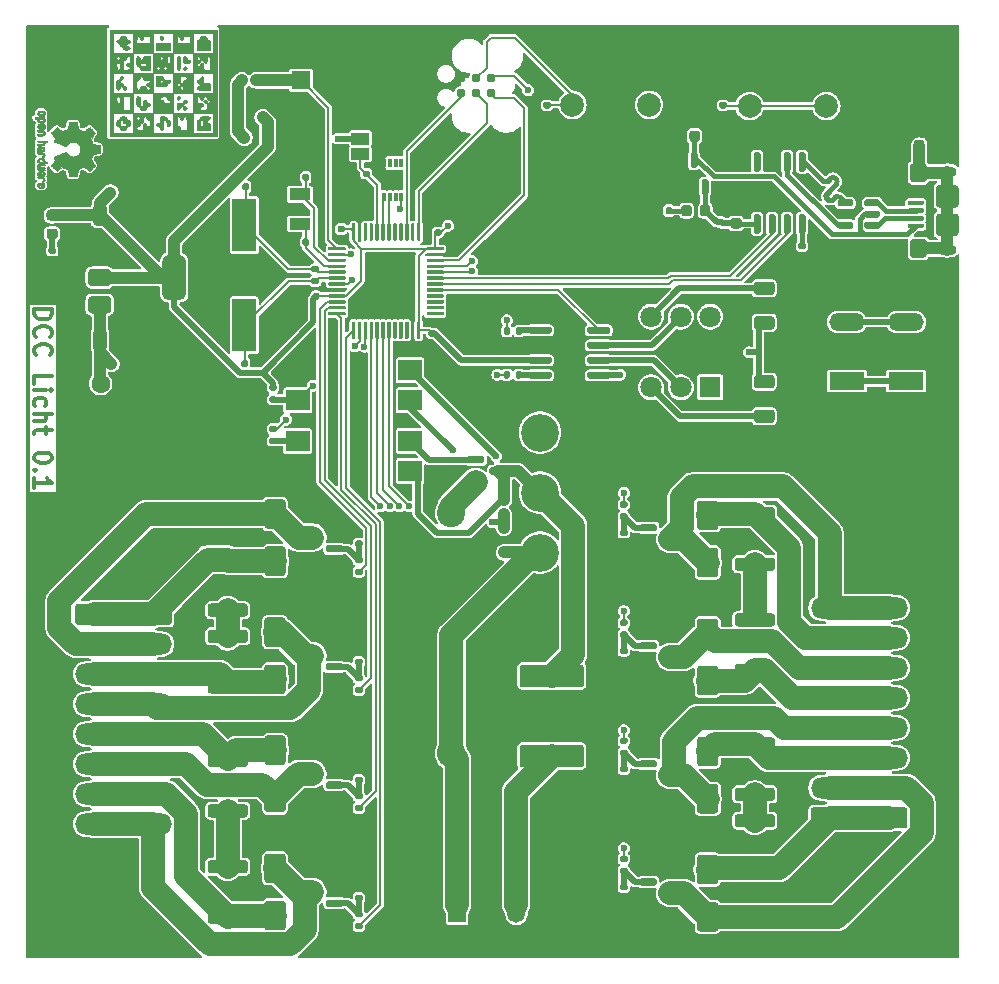
<source format=gtl>
G04 #@! TF.GenerationSoftware,KiCad,Pcbnew,8.0.8+1*
G04 #@! TF.CreationDate,2025-03-08T00:06:44+00:00*
G04 #@! TF.ProjectId,dcclicht,6463636c-6963-4687-942e-6b696361645f,rev?*
G04 #@! TF.SameCoordinates,Original*
G04 #@! TF.FileFunction,Copper,L1,Top*
G04 #@! TF.FilePolarity,Positive*
%FSLAX46Y46*%
G04 Gerber Fmt 4.6, Leading zero omitted, Abs format (unit mm)*
G04 Created by KiCad (PCBNEW 8.0.8+1) date 2025-03-08 00:06:44*
%MOMM*%
%LPD*%
G01*
G04 APERTURE LIST*
%ADD10C,0.300000*%
G04 #@! TA.AperFunction,NonConductor*
%ADD11C,0.300000*%
G04 #@! TD*
G04 #@! TA.AperFunction,EtchedComponent*
%ADD12C,0.010000*%
G04 #@! TD*
G04 #@! TA.AperFunction,ComponentPad*
%ADD13C,5.500000*%
G04 #@! TD*
G04 #@! TA.AperFunction,ComponentPad*
%ADD14R,1.800000X1.800000*%
G04 #@! TD*
G04 #@! TA.AperFunction,ComponentPad*
%ADD15C,1.800000*%
G04 #@! TD*
G04 #@! TA.AperFunction,SMDPad,CuDef*
%ADD16R,1.500000X1.000000*%
G04 #@! TD*
G04 #@! TA.AperFunction,ComponentPad*
%ADD17O,3.200000X1.800000*%
G04 #@! TD*
G04 #@! TA.AperFunction,SMDPad,CuDef*
%ADD18R,2.000000X1.780000*%
G04 #@! TD*
G04 #@! TA.AperFunction,ComponentPad*
%ADD19R,1.600000X1.600000*%
G04 #@! TD*
G04 #@! TA.AperFunction,ComponentPad*
%ADD20C,1.600000*%
G04 #@! TD*
G04 #@! TA.AperFunction,SMDPad,CuDef*
%ADD21R,0.300000X0.750000*%
G04 #@! TD*
G04 #@! TA.AperFunction,SMDPad,CuDef*
%ADD22R,1.500000X1.300000*%
G04 #@! TD*
G04 #@! TA.AperFunction,SMDPad,CuDef*
%ADD23R,2.000000X4.500000*%
G04 #@! TD*
G04 #@! TA.AperFunction,ComponentPad*
%ADD24R,3.000000X1.500000*%
G04 #@! TD*
G04 #@! TA.AperFunction,ComponentPad*
%ADD25O,3.000000X1.500000*%
G04 #@! TD*
G04 #@! TA.AperFunction,ComponentPad*
%ADD26C,2.400000*%
G04 #@! TD*
G04 #@! TA.AperFunction,ComponentPad*
%ADD27O,2.400000X2.400000*%
G04 #@! TD*
G04 #@! TA.AperFunction,SMDPad,CuDef*
%ADD28R,1.800000X1.000000*%
G04 #@! TD*
G04 #@! TA.AperFunction,ComponentPad*
%ADD29C,2.000000*%
G04 #@! TD*
G04 #@! TA.AperFunction,ConnectorPad*
%ADD30C,0.787400*%
G04 #@! TD*
G04 #@! TA.AperFunction,HeatsinkPad*
%ADD31O,1.600000X0.900000*%
G04 #@! TD*
G04 #@! TA.AperFunction,ComponentPad*
%ADD32R,3.200000X3.200000*%
G04 #@! TD*
G04 #@! TA.AperFunction,ComponentPad*
%ADD33C,3.200000*%
G04 #@! TD*
G04 #@! TA.AperFunction,ComponentPad*
%ADD34R,1.500000X3.000000*%
G04 #@! TD*
G04 #@! TA.AperFunction,ComponentPad*
%ADD35O,1.500000X3.000000*%
G04 #@! TD*
G04 #@! TA.AperFunction,ViaPad*
%ADD36C,0.600000*%
G04 #@! TD*
G04 #@! TA.AperFunction,ViaPad*
%ADD37C,1.600000*%
G04 #@! TD*
G04 #@! TA.AperFunction,Conductor*
%ADD38C,2.000000*%
G04 #@! TD*
G04 #@! TA.AperFunction,Conductor*
%ADD39C,1.000000*%
G04 #@! TD*
G04 #@! TA.AperFunction,Conductor*
%ADD40C,0.200000*%
G04 #@! TD*
G04 #@! TA.AperFunction,Conductor*
%ADD41C,0.500000*%
G04 #@! TD*
G04 #@! TA.AperFunction,Conductor*
%ADD42C,0.400000*%
G04 #@! TD*
G04 APERTURE END LIST*
D10*
D11*
X111199171Y-84554510D02*
X112699171Y-84554510D01*
X112699171Y-84554510D02*
X112699171Y-84911653D01*
X112699171Y-84911653D02*
X112627742Y-85125939D01*
X112627742Y-85125939D02*
X112484885Y-85268796D01*
X112484885Y-85268796D02*
X112342028Y-85340225D01*
X112342028Y-85340225D02*
X112056314Y-85411653D01*
X112056314Y-85411653D02*
X111842028Y-85411653D01*
X111842028Y-85411653D02*
X111556314Y-85340225D01*
X111556314Y-85340225D02*
X111413457Y-85268796D01*
X111413457Y-85268796D02*
X111270600Y-85125939D01*
X111270600Y-85125939D02*
X111199171Y-84911653D01*
X111199171Y-84911653D02*
X111199171Y-84554510D01*
X111342028Y-86911653D02*
X111270600Y-86840225D01*
X111270600Y-86840225D02*
X111199171Y-86625939D01*
X111199171Y-86625939D02*
X111199171Y-86483082D01*
X111199171Y-86483082D02*
X111270600Y-86268796D01*
X111270600Y-86268796D02*
X111413457Y-86125939D01*
X111413457Y-86125939D02*
X111556314Y-86054510D01*
X111556314Y-86054510D02*
X111842028Y-85983082D01*
X111842028Y-85983082D02*
X112056314Y-85983082D01*
X112056314Y-85983082D02*
X112342028Y-86054510D01*
X112342028Y-86054510D02*
X112484885Y-86125939D01*
X112484885Y-86125939D02*
X112627742Y-86268796D01*
X112627742Y-86268796D02*
X112699171Y-86483082D01*
X112699171Y-86483082D02*
X112699171Y-86625939D01*
X112699171Y-86625939D02*
X112627742Y-86840225D01*
X112627742Y-86840225D02*
X112556314Y-86911653D01*
X111342028Y-88411653D02*
X111270600Y-88340225D01*
X111270600Y-88340225D02*
X111199171Y-88125939D01*
X111199171Y-88125939D02*
X111199171Y-87983082D01*
X111199171Y-87983082D02*
X111270600Y-87768796D01*
X111270600Y-87768796D02*
X111413457Y-87625939D01*
X111413457Y-87625939D02*
X111556314Y-87554510D01*
X111556314Y-87554510D02*
X111842028Y-87483082D01*
X111842028Y-87483082D02*
X112056314Y-87483082D01*
X112056314Y-87483082D02*
X112342028Y-87554510D01*
X112342028Y-87554510D02*
X112484885Y-87625939D01*
X112484885Y-87625939D02*
X112627742Y-87768796D01*
X112627742Y-87768796D02*
X112699171Y-87983082D01*
X112699171Y-87983082D02*
X112699171Y-88125939D01*
X112699171Y-88125939D02*
X112627742Y-88340225D01*
X112627742Y-88340225D02*
X112556314Y-88411653D01*
X111199171Y-90911653D02*
X111199171Y-90197367D01*
X111199171Y-90197367D02*
X112699171Y-90197367D01*
X111199171Y-91411653D02*
X112199171Y-91411653D01*
X112699171Y-91411653D02*
X112627742Y-91340225D01*
X112627742Y-91340225D02*
X112556314Y-91411653D01*
X112556314Y-91411653D02*
X112627742Y-91483082D01*
X112627742Y-91483082D02*
X112699171Y-91411653D01*
X112699171Y-91411653D02*
X112556314Y-91411653D01*
X111270600Y-92768797D02*
X111199171Y-92625939D01*
X111199171Y-92625939D02*
X111199171Y-92340225D01*
X111199171Y-92340225D02*
X111270600Y-92197368D01*
X111270600Y-92197368D02*
X111342028Y-92125939D01*
X111342028Y-92125939D02*
X111484885Y-92054511D01*
X111484885Y-92054511D02*
X111913457Y-92054511D01*
X111913457Y-92054511D02*
X112056314Y-92125939D01*
X112056314Y-92125939D02*
X112127742Y-92197368D01*
X112127742Y-92197368D02*
X112199171Y-92340225D01*
X112199171Y-92340225D02*
X112199171Y-92625939D01*
X112199171Y-92625939D02*
X112127742Y-92768797D01*
X111199171Y-93411653D02*
X112699171Y-93411653D01*
X111199171Y-94054511D02*
X111984885Y-94054511D01*
X111984885Y-94054511D02*
X112127742Y-93983082D01*
X112127742Y-93983082D02*
X112199171Y-93840225D01*
X112199171Y-93840225D02*
X112199171Y-93625939D01*
X112199171Y-93625939D02*
X112127742Y-93483082D01*
X112127742Y-93483082D02*
X112056314Y-93411653D01*
X112199171Y-94554511D02*
X112199171Y-95125939D01*
X112699171Y-94768796D02*
X111413457Y-94768796D01*
X111413457Y-94768796D02*
X111270600Y-94840225D01*
X111270600Y-94840225D02*
X111199171Y-94983082D01*
X111199171Y-94983082D02*
X111199171Y-95125939D01*
X112699171Y-97054511D02*
X112699171Y-97197368D01*
X112699171Y-97197368D02*
X112627742Y-97340225D01*
X112627742Y-97340225D02*
X112556314Y-97411654D01*
X112556314Y-97411654D02*
X112413457Y-97483082D01*
X112413457Y-97483082D02*
X112127742Y-97554511D01*
X112127742Y-97554511D02*
X111770600Y-97554511D01*
X111770600Y-97554511D02*
X111484885Y-97483082D01*
X111484885Y-97483082D02*
X111342028Y-97411654D01*
X111342028Y-97411654D02*
X111270600Y-97340225D01*
X111270600Y-97340225D02*
X111199171Y-97197368D01*
X111199171Y-97197368D02*
X111199171Y-97054511D01*
X111199171Y-97054511D02*
X111270600Y-96911654D01*
X111270600Y-96911654D02*
X111342028Y-96840225D01*
X111342028Y-96840225D02*
X111484885Y-96768796D01*
X111484885Y-96768796D02*
X111770600Y-96697368D01*
X111770600Y-96697368D02*
X112127742Y-96697368D01*
X112127742Y-96697368D02*
X112413457Y-96768796D01*
X112413457Y-96768796D02*
X112556314Y-96840225D01*
X112556314Y-96840225D02*
X112627742Y-96911654D01*
X112627742Y-96911654D02*
X112699171Y-97054511D01*
X111342028Y-98197367D02*
X111270600Y-98268796D01*
X111270600Y-98268796D02*
X111199171Y-98197367D01*
X111199171Y-98197367D02*
X111270600Y-98125939D01*
X111270600Y-98125939D02*
X111342028Y-98197367D01*
X111342028Y-98197367D02*
X111199171Y-98197367D01*
X111199171Y-99697368D02*
X111199171Y-98840225D01*
X111199171Y-99268796D02*
X112699171Y-99268796D01*
X112699171Y-99268796D02*
X112484885Y-99125939D01*
X112484885Y-99125939D02*
X112342028Y-98983082D01*
X112342028Y-98983082D02*
X112270600Y-98840225D01*
D12*
X111779953Y-73366692D02*
X111856968Y-73370070D01*
X111913977Y-73377142D01*
X111955474Y-73389088D01*
X111985957Y-73407090D01*
X112009920Y-73432327D01*
X112026645Y-73457247D01*
X112048903Y-73517171D01*
X112053924Y-73586911D01*
X112041248Y-73652600D01*
X112033666Y-73669948D01*
X112000872Y-73711356D01*
X111953453Y-73746765D01*
X111902849Y-73768664D01*
X111877902Y-73772229D01*
X111843073Y-73760279D01*
X111824643Y-73734067D01*
X111813484Y-73705964D01*
X111811428Y-73693095D01*
X111826351Y-73686829D01*
X111858825Y-73674456D01*
X111873498Y-73669028D01*
X111924256Y-73638590D01*
X111949573Y-73594520D01*
X111948794Y-73538010D01*
X111947797Y-73533825D01*
X111933493Y-73503655D01*
X111905607Y-73481476D01*
X111860713Y-73466327D01*
X111795385Y-73457250D01*
X111706196Y-73453286D01*
X111658739Y-73452914D01*
X111583929Y-73452730D01*
X111532931Y-73451522D01*
X111500529Y-73448309D01*
X111481505Y-73442109D01*
X111470644Y-73431940D01*
X111462728Y-73416819D01*
X111462330Y-73415946D01*
X111450019Y-73386828D01*
X111445486Y-73372403D01*
X111459191Y-73370186D01*
X111497075Y-73368289D01*
X111554285Y-73366847D01*
X111625973Y-73365998D01*
X111678435Y-73365829D01*
X111779953Y-73366692D01*
G04 #@! TA.AperFunction,EtchedComponent*
G36*
X111779953Y-73366692D02*
G01*
X111856968Y-73370070D01*
X111913977Y-73377142D01*
X111955474Y-73389088D01*
X111985957Y-73407090D01*
X112009920Y-73432327D01*
X112026645Y-73457247D01*
X112048903Y-73517171D01*
X112053924Y-73586911D01*
X112041248Y-73652600D01*
X112033666Y-73669948D01*
X112000872Y-73711356D01*
X111953453Y-73746765D01*
X111902849Y-73768664D01*
X111877902Y-73772229D01*
X111843073Y-73760279D01*
X111824643Y-73734067D01*
X111813484Y-73705964D01*
X111811428Y-73693095D01*
X111826351Y-73686829D01*
X111858825Y-73674456D01*
X111873498Y-73669028D01*
X111924256Y-73638590D01*
X111949573Y-73594520D01*
X111948794Y-73538010D01*
X111947797Y-73533825D01*
X111933493Y-73503655D01*
X111905607Y-73481476D01*
X111860713Y-73466327D01*
X111795385Y-73457250D01*
X111706196Y-73453286D01*
X111658739Y-73452914D01*
X111583929Y-73452730D01*
X111532931Y-73451522D01*
X111500529Y-73448309D01*
X111481505Y-73442109D01*
X111470644Y-73431940D01*
X111462728Y-73416819D01*
X111462330Y-73415946D01*
X111450019Y-73386828D01*
X111445486Y-73372403D01*
X111459191Y-73370186D01*
X111497075Y-73368289D01*
X111554285Y-73366847D01*
X111625973Y-73365998D01*
X111678435Y-73365829D01*
X111779953Y-73366692D01*
G37*
G04 #@! TD.AperFunction*
X111688611Y-69406141D02*
X111781481Y-69407971D01*
X111850111Y-69410112D01*
X111899289Y-69413181D01*
X111933802Y-69417794D01*
X111958438Y-69424568D01*
X111977984Y-69434119D01*
X111995230Y-69445634D01*
X112050320Y-69501190D01*
X112082178Y-69568980D01*
X112089809Y-69642713D01*
X112072220Y-69716093D01*
X112045277Y-69762672D01*
X112018534Y-69795057D01*
X111990516Y-69818742D01*
X111956252Y-69835059D01*
X111910773Y-69845339D01*
X111849108Y-69850914D01*
X111766289Y-69853116D01*
X111706754Y-69853371D01*
X111487609Y-69853371D01*
X111459956Y-69791686D01*
X111432303Y-69730000D01*
X111672330Y-69722743D01*
X111761972Y-69719744D01*
X111827038Y-69716598D01*
X111871974Y-69712701D01*
X111901230Y-69707447D01*
X111919252Y-69700231D01*
X111930489Y-69690450D01*
X111932921Y-69687312D01*
X111951917Y-69639761D01*
X111944400Y-69591697D01*
X111924457Y-69563086D01*
X111910325Y-69551447D01*
X111891780Y-69543391D01*
X111863666Y-69538271D01*
X111820827Y-69535441D01*
X111758105Y-69534256D01*
X111692739Y-69534057D01*
X111610732Y-69534018D01*
X111552684Y-69532614D01*
X111513535Y-69527914D01*
X111488220Y-69517987D01*
X111471677Y-69500903D01*
X111458844Y-69474732D01*
X111445509Y-69439775D01*
X111430993Y-69401596D01*
X111688611Y-69406141D01*
G04 #@! TA.AperFunction,EtchedComponent*
G36*
X111688611Y-69406141D02*
G01*
X111781481Y-69407971D01*
X111850111Y-69410112D01*
X111899289Y-69413181D01*
X111933802Y-69417794D01*
X111958438Y-69424568D01*
X111977984Y-69434119D01*
X111995230Y-69445634D01*
X112050320Y-69501190D01*
X112082178Y-69568980D01*
X112089809Y-69642713D01*
X112072220Y-69716093D01*
X112045277Y-69762672D01*
X112018534Y-69795057D01*
X111990516Y-69818742D01*
X111956252Y-69835059D01*
X111910773Y-69845339D01*
X111849108Y-69850914D01*
X111766289Y-69853116D01*
X111706754Y-69853371D01*
X111487609Y-69853371D01*
X111459956Y-69791686D01*
X111432303Y-69730000D01*
X111672330Y-69722743D01*
X111761972Y-69719744D01*
X111827038Y-69716598D01*
X111871974Y-69712701D01*
X111901230Y-69707447D01*
X111919252Y-69700231D01*
X111930489Y-69690450D01*
X111932921Y-69687312D01*
X111951917Y-69639761D01*
X111944400Y-69591697D01*
X111924457Y-69563086D01*
X111910325Y-69551447D01*
X111891780Y-69543391D01*
X111863666Y-69538271D01*
X111820827Y-69535441D01*
X111758105Y-69534256D01*
X111692739Y-69534057D01*
X111610732Y-69534018D01*
X111552684Y-69532614D01*
X111513535Y-69527914D01*
X111488220Y-69517987D01*
X111471677Y-69500903D01*
X111458844Y-69474732D01*
X111445509Y-69439775D01*
X111430993Y-69401596D01*
X111688611Y-69406141D01*
G37*
G04 #@! TD.AperFunction*
X111666331Y-71277598D02*
X111681343Y-71277908D01*
X111770141Y-71280101D01*
X111834981Y-71282693D01*
X111880933Y-71286382D01*
X111913065Y-71291864D01*
X111936447Y-71299835D01*
X111956148Y-71310993D01*
X111964590Y-71316830D01*
X112001943Y-71350296D01*
X112030997Y-71387727D01*
X112033533Y-71392309D01*
X112053557Y-71459426D01*
X112050245Y-71529926D01*
X112025916Y-71595858D01*
X111982883Y-71649273D01*
X111952591Y-71670164D01*
X111897006Y-71692939D01*
X111856814Y-71692466D01*
X111829783Y-71668562D01*
X111825187Y-71659717D01*
X111810856Y-71621530D01*
X111814528Y-71602028D01*
X111838593Y-71595422D01*
X111851886Y-71595086D01*
X111900790Y-71582992D01*
X111935001Y-71551471D01*
X111951524Y-71507659D01*
X111947366Y-71458695D01*
X111925773Y-71418894D01*
X111913456Y-71405450D01*
X111898513Y-71395921D01*
X111875925Y-71389485D01*
X111840672Y-71385317D01*
X111787734Y-71382597D01*
X111712093Y-71380502D01*
X111688143Y-71379960D01*
X111606210Y-71377981D01*
X111548545Y-71375731D01*
X111510392Y-71372357D01*
X111486996Y-71367006D01*
X111473602Y-71358824D01*
X111465455Y-71346959D01*
X111461856Y-71339362D01*
X111449548Y-71307102D01*
X111445486Y-71288111D01*
X111459052Y-71281836D01*
X111500066Y-71278006D01*
X111569001Y-71276600D01*
X111666331Y-71277598D01*
G04 #@! TA.AperFunction,EtchedComponent*
G36*
X111666331Y-71277598D02*
G01*
X111681343Y-71277908D01*
X111770141Y-71280101D01*
X111834981Y-71282693D01*
X111880933Y-71286382D01*
X111913065Y-71291864D01*
X111936447Y-71299835D01*
X111956148Y-71310993D01*
X111964590Y-71316830D01*
X112001943Y-71350296D01*
X112030997Y-71387727D01*
X112033533Y-71392309D01*
X112053557Y-71459426D01*
X112050245Y-71529926D01*
X112025916Y-71595858D01*
X111982883Y-71649273D01*
X111952591Y-71670164D01*
X111897006Y-71692939D01*
X111856814Y-71692466D01*
X111829783Y-71668562D01*
X111825187Y-71659717D01*
X111810856Y-71621530D01*
X111814528Y-71602028D01*
X111838593Y-71595422D01*
X111851886Y-71595086D01*
X111900790Y-71582992D01*
X111935001Y-71551471D01*
X111951524Y-71507659D01*
X111947366Y-71458695D01*
X111925773Y-71418894D01*
X111913456Y-71405450D01*
X111898513Y-71395921D01*
X111875925Y-71389485D01*
X111840672Y-71385317D01*
X111787734Y-71382597D01*
X111712093Y-71380502D01*
X111688143Y-71379960D01*
X111606210Y-71377981D01*
X111548545Y-71375731D01*
X111510392Y-71372357D01*
X111486996Y-71367006D01*
X111473602Y-71358824D01*
X111465455Y-71346959D01*
X111461856Y-71339362D01*
X111449548Y-71307102D01*
X111445486Y-71288111D01*
X111459052Y-71281836D01*
X111500066Y-71278006D01*
X111569001Y-71276600D01*
X111666331Y-71277598D01*
G37*
G04 #@! TD.AperFunction*
X112038242Y-72314226D02*
X112050718Y-72346059D01*
X112055086Y-72364683D01*
X112041282Y-72369458D01*
X112002714Y-72373921D01*
X111943644Y-72377775D01*
X111868337Y-72380722D01*
X111804714Y-72382143D01*
X111554343Y-72386114D01*
X111549444Y-72420759D01*
X111552869Y-72452268D01*
X111563959Y-72467708D01*
X111584692Y-72472023D01*
X111628855Y-72475708D01*
X111690854Y-72478469D01*
X111765091Y-72480012D01*
X111803294Y-72480235D01*
X112023217Y-72480457D01*
X112039151Y-72526166D01*
X112049985Y-72558518D01*
X112055038Y-72576115D01*
X112055086Y-72576623D01*
X112041352Y-72578388D01*
X112003270Y-72580329D01*
X111945518Y-72582282D01*
X111872773Y-72584084D01*
X111804714Y-72585343D01*
X111554343Y-72589314D01*
X111554343Y-72676400D01*
X111782760Y-72680396D01*
X112011178Y-72684392D01*
X112033132Y-72726847D01*
X112048207Y-72758192D01*
X112055049Y-72776744D01*
X112055086Y-72777279D01*
X112041337Y-72779833D01*
X112003150Y-72782048D01*
X111945114Y-72783784D01*
X111871820Y-72784899D01*
X111794945Y-72785257D01*
X111534804Y-72785257D01*
X111488873Y-72739326D01*
X111460571Y-72707675D01*
X111449107Y-72679890D01*
X111449832Y-72641915D01*
X111451679Y-72626840D01*
X111457052Y-72579726D01*
X111460131Y-72540756D01*
X111460415Y-72531257D01*
X111458555Y-72499233D01*
X111453886Y-72453432D01*
X111451679Y-72435674D01*
X111448265Y-72392057D01*
X111455680Y-72362745D01*
X111478573Y-72333680D01*
X111488873Y-72323188D01*
X111534804Y-72277257D01*
X112021398Y-72277257D01*
X112038242Y-72314226D01*
G04 #@! TA.AperFunction,EtchedComponent*
G36*
X112038242Y-72314226D02*
G01*
X112050718Y-72346059D01*
X112055086Y-72364683D01*
X112041282Y-72369458D01*
X112002714Y-72373921D01*
X111943644Y-72377775D01*
X111868337Y-72380722D01*
X111804714Y-72382143D01*
X111554343Y-72386114D01*
X111549444Y-72420759D01*
X111552869Y-72452268D01*
X111563959Y-72467708D01*
X111584692Y-72472023D01*
X111628855Y-72475708D01*
X111690854Y-72478469D01*
X111765091Y-72480012D01*
X111803294Y-72480235D01*
X112023217Y-72480457D01*
X112039151Y-72526166D01*
X112049985Y-72558518D01*
X112055038Y-72576115D01*
X112055086Y-72576623D01*
X112041352Y-72578388D01*
X112003270Y-72580329D01*
X111945518Y-72582282D01*
X111872773Y-72584084D01*
X111804714Y-72585343D01*
X111554343Y-72589314D01*
X111554343Y-72676400D01*
X111782760Y-72680396D01*
X112011178Y-72684392D01*
X112033132Y-72726847D01*
X112048207Y-72758192D01*
X112055049Y-72776744D01*
X112055086Y-72777279D01*
X112041337Y-72779833D01*
X112003150Y-72782048D01*
X111945114Y-72783784D01*
X111871820Y-72784899D01*
X111794945Y-72785257D01*
X111534804Y-72785257D01*
X111488873Y-72739326D01*
X111460571Y-72707675D01*
X111449107Y-72679890D01*
X111449832Y-72641915D01*
X111451679Y-72626840D01*
X111457052Y-72579726D01*
X111460131Y-72540756D01*
X111460415Y-72531257D01*
X111458555Y-72499233D01*
X111453886Y-72453432D01*
X111451679Y-72435674D01*
X111448265Y-72392057D01*
X111455680Y-72362745D01*
X111478573Y-72333680D01*
X111488873Y-72323188D01*
X111534804Y-72277257D01*
X112021398Y-72277257D01*
X112038242Y-72314226D01*
G37*
G04 #@! TD.AperFunction*
X112250556Y-70321457D02*
X112270453Y-70368629D01*
X112148711Y-70375886D01*
X112089387Y-70380139D01*
X112054428Y-70385025D01*
X112039180Y-70391795D01*
X112038985Y-70401702D01*
X112040805Y-70404914D01*
X112053985Y-70447644D01*
X112053215Y-70503227D01*
X112039667Y-70559737D01*
X112022139Y-70595082D01*
X111994139Y-70631321D01*
X111962451Y-70657813D01*
X111922187Y-70675999D01*
X111868457Y-70687322D01*
X111796374Y-70693222D01*
X111701049Y-70695143D01*
X111682763Y-70695177D01*
X111477354Y-70695200D01*
X111461420Y-70649491D01*
X111450580Y-70617027D01*
X111445532Y-70599215D01*
X111445486Y-70598691D01*
X111459172Y-70596937D01*
X111496924Y-70595444D01*
X111553776Y-70594326D01*
X111624766Y-70593697D01*
X111667927Y-70593600D01*
X111753027Y-70593398D01*
X111814019Y-70592358D01*
X111855823Y-70589831D01*
X111883358Y-70585164D01*
X111901544Y-70577707D01*
X111915302Y-70566811D01*
X111921927Y-70560007D01*
X111948625Y-70513272D01*
X111950625Y-70462272D01*
X111928045Y-70416001D01*
X111919893Y-70407444D01*
X111904564Y-70394893D01*
X111886382Y-70386188D01*
X111860091Y-70380631D01*
X111820438Y-70377526D01*
X111762168Y-70376176D01*
X111681827Y-70375886D01*
X111477354Y-70375886D01*
X111461420Y-70330177D01*
X111450580Y-70297713D01*
X111445532Y-70279901D01*
X111445486Y-70279377D01*
X111459377Y-70278037D01*
X111498561Y-70276828D01*
X111559300Y-70275801D01*
X111637859Y-70275002D01*
X111730502Y-70274481D01*
X111833491Y-70274286D01*
X112230658Y-70274286D01*
X112250556Y-70321457D01*
G04 #@! TA.AperFunction,EtchedComponent*
G36*
X112250556Y-70321457D02*
G01*
X112270453Y-70368629D01*
X112148711Y-70375886D01*
X112089387Y-70380139D01*
X112054428Y-70385025D01*
X112039180Y-70391795D01*
X112038985Y-70401702D01*
X112040805Y-70404914D01*
X112053985Y-70447644D01*
X112053215Y-70503227D01*
X112039667Y-70559737D01*
X112022139Y-70595082D01*
X111994139Y-70631321D01*
X111962451Y-70657813D01*
X111922187Y-70675999D01*
X111868457Y-70687322D01*
X111796374Y-70693222D01*
X111701049Y-70695143D01*
X111682763Y-70695177D01*
X111477354Y-70695200D01*
X111461420Y-70649491D01*
X111450580Y-70617027D01*
X111445532Y-70599215D01*
X111445486Y-70598691D01*
X111459172Y-70596937D01*
X111496924Y-70595444D01*
X111553776Y-70594326D01*
X111624766Y-70593697D01*
X111667927Y-70593600D01*
X111753027Y-70593398D01*
X111814019Y-70592358D01*
X111855823Y-70589831D01*
X111883358Y-70585164D01*
X111901544Y-70577707D01*
X111915302Y-70566811D01*
X111921927Y-70560007D01*
X111948625Y-70513272D01*
X111950625Y-70462272D01*
X111928045Y-70416001D01*
X111919893Y-70407444D01*
X111904564Y-70394893D01*
X111886382Y-70386188D01*
X111860091Y-70380631D01*
X111820438Y-70377526D01*
X111762168Y-70376176D01*
X111681827Y-70375886D01*
X111477354Y-70375886D01*
X111461420Y-70330177D01*
X111450580Y-70297713D01*
X111445532Y-70279901D01*
X111445486Y-70279377D01*
X111459377Y-70278037D01*
X111498561Y-70276828D01*
X111559300Y-70275801D01*
X111637859Y-70275002D01*
X111730502Y-70274481D01*
X111833491Y-70274286D01*
X112230658Y-70274286D01*
X112250556Y-70321457D01*
G37*
G04 #@! TD.AperFunction*
X111769808Y-67734322D02*
X111839587Y-67734826D01*
X111891841Y-67737096D01*
X111928051Y-67742068D01*
X111954701Y-67750713D01*
X111978278Y-67764005D01*
X111982662Y-67766943D01*
X112041751Y-67816313D01*
X112076053Y-67870109D01*
X112089669Y-67935602D01*
X112090335Y-67957842D01*
X112078038Y-68041115D01*
X112042267Y-68109145D01*
X111984699Y-68159351D01*
X111947688Y-68177185D01*
X111892118Y-68191063D01*
X111821904Y-68198167D01*
X111745273Y-68198840D01*
X111670448Y-68193427D01*
X111605658Y-68182270D01*
X111559127Y-68165714D01*
X111551113Y-68160626D01*
X111491293Y-68100355D01*
X111455465Y-68028769D01*
X111444980Y-67951092D01*
X111446612Y-67943186D01*
X111580320Y-67943186D01*
X111581452Y-67976903D01*
X111602984Y-68010995D01*
X111625971Y-68031329D01*
X111659522Y-68043371D01*
X111712431Y-68050134D01*
X111718601Y-68050598D01*
X111814487Y-68051752D01*
X111885701Y-68039688D01*
X111931806Y-68014570D01*
X111952365Y-67976560D01*
X111953486Y-67962992D01*
X111947848Y-67927364D01*
X111928314Y-67902994D01*
X111890958Y-67888093D01*
X111831850Y-67880875D01*
X111769808Y-67879429D01*
X111703570Y-67880273D01*
X111659614Y-67883596D01*
X111631221Y-67890583D01*
X111611675Y-67902416D01*
X111605143Y-67908457D01*
X111580320Y-67943186D01*
X111446612Y-67943186D01*
X111461190Y-67872548D01*
X111470908Y-67850689D01*
X111500857Y-67808122D01*
X111540567Y-67770763D01*
X111545603Y-67767232D01*
X111569876Y-67752881D01*
X111595822Y-67743394D01*
X111629978Y-67737790D01*
X111678881Y-67735086D01*
X111749065Y-67734299D01*
X111764800Y-67734286D01*
X111769808Y-67734322D01*
G04 #@! TA.AperFunction,EtchedComponent*
G36*
X111769808Y-67734322D02*
G01*
X111839587Y-67734826D01*
X111891841Y-67737096D01*
X111928051Y-67742068D01*
X111954701Y-67750713D01*
X111978278Y-67764005D01*
X111982662Y-67766943D01*
X112041751Y-67816313D01*
X112076053Y-67870109D01*
X112089669Y-67935602D01*
X112090335Y-67957842D01*
X112078038Y-68041115D01*
X112042267Y-68109145D01*
X111984699Y-68159351D01*
X111947688Y-68177185D01*
X111892118Y-68191063D01*
X111821904Y-68198167D01*
X111745273Y-68198840D01*
X111670448Y-68193427D01*
X111605658Y-68182270D01*
X111559127Y-68165714D01*
X111551113Y-68160626D01*
X111491293Y-68100355D01*
X111455465Y-68028769D01*
X111444980Y-67951092D01*
X111446612Y-67943186D01*
X111580320Y-67943186D01*
X111581452Y-67976903D01*
X111602984Y-68010995D01*
X111625971Y-68031329D01*
X111659522Y-68043371D01*
X111712431Y-68050134D01*
X111718601Y-68050598D01*
X111814487Y-68051752D01*
X111885701Y-68039688D01*
X111931806Y-68014570D01*
X111952365Y-67976560D01*
X111953486Y-67962992D01*
X111947848Y-67927364D01*
X111928314Y-67902994D01*
X111890958Y-67888093D01*
X111831850Y-67880875D01*
X111769808Y-67879429D01*
X111703570Y-67880273D01*
X111659614Y-67883596D01*
X111631221Y-67890583D01*
X111611675Y-67902416D01*
X111605143Y-67908457D01*
X111580320Y-67943186D01*
X111446612Y-67943186D01*
X111461190Y-67872548D01*
X111470908Y-67850689D01*
X111500857Y-67808122D01*
X111540567Y-67770763D01*
X111545603Y-67767232D01*
X111569876Y-67752881D01*
X111595822Y-67743394D01*
X111629978Y-67737790D01*
X111678881Y-67735086D01*
X111749065Y-67734299D01*
X111764800Y-67734286D01*
X111769808Y-67734322D01*
G37*
G04 #@! TD.AperFunction*
X111793753Y-73860372D02*
X111837751Y-73861285D01*
X111904616Y-73868196D01*
X111953305Y-73881884D01*
X111989151Y-73904096D01*
X112017487Y-73936574D01*
X112026645Y-73950733D01*
X112050493Y-74015053D01*
X112051994Y-74085473D01*
X112033034Y-74153595D01*
X111995503Y-74211021D01*
X111961904Y-74238719D01*
X111900936Y-74260662D01*
X111852692Y-74262405D01*
X111788184Y-74258457D01*
X111723066Y-74109686D01*
X111689798Y-74037349D01*
X111663036Y-73990084D01*
X111639856Y-73965507D01*
X111617333Y-73961237D01*
X111592545Y-73974889D01*
X111576114Y-73989943D01*
X111549765Y-74033746D01*
X111547919Y-74081389D01*
X111568454Y-74125145D01*
X111609248Y-74157289D01*
X111623653Y-74163038D01*
X111668644Y-74190576D01*
X111687818Y-74222258D01*
X111704221Y-74265714D01*
X111642034Y-74265714D01*
X111599717Y-74261872D01*
X111564031Y-74246823D01*
X111523057Y-74215280D01*
X111517733Y-74210592D01*
X111481280Y-74175506D01*
X111461717Y-74145347D01*
X111452717Y-74107615D01*
X111449770Y-74076335D01*
X111449035Y-74020385D01*
X111458340Y-73980555D01*
X111472154Y-73955708D01*
X111475384Y-73951556D01*
X111764800Y-73951556D01*
X111770335Y-73968274D01*
X111784983Y-74004249D01*
X111805810Y-74052331D01*
X111810286Y-74062386D01*
X111841186Y-74123152D01*
X111868343Y-74156632D01*
X111893780Y-74163990D01*
X111919519Y-74146391D01*
X111930891Y-74131856D01*
X111953636Y-74079410D01*
X111949878Y-74030322D01*
X111922116Y-73989227D01*
X111872848Y-73960758D01*
X111833743Y-73951631D01*
X111793753Y-73948007D01*
X111768874Y-73949023D01*
X111764800Y-73951556D01*
X111475384Y-73951556D01*
X111502533Y-73916656D01*
X111535387Y-73889625D01*
X111576706Y-73872517D01*
X111632479Y-73863238D01*
X111708695Y-73859693D01*
X111747378Y-73859410D01*
X111793753Y-73860372D01*
G04 #@! TA.AperFunction,EtchedComponent*
G36*
X111793753Y-73860372D02*
G01*
X111837751Y-73861285D01*
X111904616Y-73868196D01*
X111953305Y-73881884D01*
X111989151Y-73904096D01*
X112017487Y-73936574D01*
X112026645Y-73950733D01*
X112050493Y-74015053D01*
X112051994Y-74085473D01*
X112033034Y-74153595D01*
X111995503Y-74211021D01*
X111961904Y-74238719D01*
X111900936Y-74260662D01*
X111852692Y-74262405D01*
X111788184Y-74258457D01*
X111723066Y-74109686D01*
X111689798Y-74037349D01*
X111663036Y-73990084D01*
X111639856Y-73965507D01*
X111617333Y-73961237D01*
X111592545Y-73974889D01*
X111576114Y-73989943D01*
X111549765Y-74033746D01*
X111547919Y-74081389D01*
X111568454Y-74125145D01*
X111609248Y-74157289D01*
X111623653Y-74163038D01*
X111668644Y-74190576D01*
X111687818Y-74222258D01*
X111704221Y-74265714D01*
X111642034Y-74265714D01*
X111599717Y-74261872D01*
X111564031Y-74246823D01*
X111523057Y-74215280D01*
X111517733Y-74210592D01*
X111481280Y-74175506D01*
X111461717Y-74145347D01*
X111452717Y-74107615D01*
X111449770Y-74076335D01*
X111449035Y-74020385D01*
X111458340Y-73980555D01*
X111472154Y-73955708D01*
X111475384Y-73951556D01*
X111764800Y-73951556D01*
X111770335Y-73968274D01*
X111784983Y-74004249D01*
X111805810Y-74052331D01*
X111810286Y-74062386D01*
X111841186Y-74123152D01*
X111868343Y-74156632D01*
X111893780Y-74163990D01*
X111919519Y-74146391D01*
X111930891Y-74131856D01*
X111953636Y-74079410D01*
X111949878Y-74030322D01*
X111922116Y-73989227D01*
X111872848Y-73960758D01*
X111833743Y-73951631D01*
X111793753Y-73948007D01*
X111768874Y-73949023D01*
X111764800Y-73951556D01*
X111475384Y-73951556D01*
X111502533Y-73916656D01*
X111535387Y-73889625D01*
X111576706Y-73872517D01*
X111632479Y-73863238D01*
X111708695Y-73859693D01*
X111747378Y-73859410D01*
X111793753Y-73860372D01*
G37*
G04 #@! TD.AperFunction*
X111754353Y-71769458D02*
X111841432Y-71772810D01*
X111909914Y-71784726D01*
X111961400Y-71807135D01*
X112001557Y-71842124D01*
X112022139Y-71869375D01*
X112044375Y-71918907D01*
X112054696Y-71976316D01*
X112051933Y-72029682D01*
X112040788Y-72059543D01*
X112037617Y-72071261D01*
X112049443Y-72079037D01*
X112081134Y-72084465D01*
X112129407Y-72088571D01*
X112183171Y-72093067D01*
X112215518Y-72099313D01*
X112234015Y-72110676D01*
X112246230Y-72130528D01*
X112251638Y-72143000D01*
X112271399Y-72190171D01*
X111934642Y-72190117D01*
X111826163Y-72189933D01*
X111742713Y-72189219D01*
X111680296Y-72187675D01*
X111634915Y-72185001D01*
X111602571Y-72180894D01*
X111579267Y-72175055D01*
X111561005Y-72167182D01*
X111550582Y-72161221D01*
X111494055Y-72111855D01*
X111458623Y-72049264D01*
X111450259Y-72003701D01*
X111550581Y-72003701D01*
X111575295Y-72051276D01*
X111578644Y-72054979D01*
X111596065Y-72070783D01*
X111616791Y-72080693D01*
X111647638Y-72086058D01*
X111695423Y-72088228D01*
X111748252Y-72088571D01*
X111814619Y-72087827D01*
X111858894Y-72084748D01*
X111887991Y-72078061D01*
X111908827Y-72066496D01*
X111919893Y-72057013D01*
X111947802Y-72012960D01*
X111951157Y-71962224D01*
X111929841Y-71913796D01*
X111921927Y-71904450D01*
X111904353Y-71888540D01*
X111883413Y-71878610D01*
X111852218Y-71873278D01*
X111803878Y-71871163D01*
X111754353Y-71870857D01*
X111689450Y-71871476D01*
X111646486Y-71874314D01*
X111618378Y-71880840D01*
X111598047Y-71892523D01*
X111582712Y-71906483D01*
X111553110Y-71953365D01*
X111550581Y-72003701D01*
X111450259Y-72003701D01*
X111445910Y-71980013D01*
X111457537Y-71910668D01*
X111478432Y-71869375D01*
X111514578Y-71826025D01*
X111558724Y-71796481D01*
X111616538Y-71778655D01*
X111693687Y-71770463D01*
X111750286Y-71769302D01*
X111754353Y-71769458D01*
G04 #@! TA.AperFunction,EtchedComponent*
G36*
X111754353Y-71769458D02*
G01*
X111841432Y-71772810D01*
X111909914Y-71784726D01*
X111961400Y-71807135D01*
X112001557Y-71842124D01*
X112022139Y-71869375D01*
X112044375Y-71918907D01*
X112054696Y-71976316D01*
X112051933Y-72029682D01*
X112040788Y-72059543D01*
X112037617Y-72071261D01*
X112049443Y-72079037D01*
X112081134Y-72084465D01*
X112129407Y-72088571D01*
X112183171Y-72093067D01*
X112215518Y-72099313D01*
X112234015Y-72110676D01*
X112246230Y-72130528D01*
X112251638Y-72143000D01*
X112271399Y-72190171D01*
X111934642Y-72190117D01*
X111826163Y-72189933D01*
X111742713Y-72189219D01*
X111680296Y-72187675D01*
X111634915Y-72185001D01*
X111602571Y-72180894D01*
X111579267Y-72175055D01*
X111561005Y-72167182D01*
X111550582Y-72161221D01*
X111494055Y-72111855D01*
X111458623Y-72049264D01*
X111450259Y-72003701D01*
X111550581Y-72003701D01*
X111575295Y-72051276D01*
X111578644Y-72054979D01*
X111596065Y-72070783D01*
X111616791Y-72080693D01*
X111647638Y-72086058D01*
X111695423Y-72088228D01*
X111748252Y-72088571D01*
X111814619Y-72087827D01*
X111858894Y-72084748D01*
X111887991Y-72078061D01*
X111908827Y-72066496D01*
X111919893Y-72057013D01*
X111947802Y-72012960D01*
X111951157Y-71962224D01*
X111929841Y-71913796D01*
X111921927Y-71904450D01*
X111904353Y-71888540D01*
X111883413Y-71878610D01*
X111852218Y-71873278D01*
X111803878Y-71871163D01*
X111754353Y-71870857D01*
X111689450Y-71871476D01*
X111646486Y-71874314D01*
X111618378Y-71880840D01*
X111598047Y-71892523D01*
X111582712Y-71906483D01*
X111553110Y-71953365D01*
X111550581Y-72003701D01*
X111450259Y-72003701D01*
X111445910Y-71980013D01*
X111457537Y-71910668D01*
X111478432Y-71869375D01*
X111514578Y-71826025D01*
X111558724Y-71796481D01*
X111616538Y-71778655D01*
X111693687Y-71770463D01*
X111750286Y-71769302D01*
X111754353Y-71769458D01*
G37*
G04 #@! TD.AperFunction*
X111857252Y-68843233D02*
X111893973Y-68847194D01*
X111963788Y-68871550D01*
X112012698Y-68905456D01*
X112062122Y-68966653D01*
X112086641Y-69034063D01*
X112088203Y-69102880D01*
X112068761Y-69168303D01*
X112030265Y-69225527D01*
X111974665Y-69269749D01*
X111903914Y-69296167D01*
X111851838Y-69301510D01*
X111830107Y-69300903D01*
X111813469Y-69295822D01*
X111798563Y-69281855D01*
X111782027Y-69254589D01*
X111760502Y-69209612D01*
X111730626Y-69142511D01*
X111730476Y-69142171D01*
X111702187Y-69080407D01*
X111677067Y-69029759D01*
X111657821Y-68995404D01*
X111656842Y-68994222D01*
X111815907Y-68994222D01*
X111822895Y-69018898D01*
X111839413Y-69057795D01*
X111860119Y-69101275D01*
X111860667Y-69102356D01*
X111880051Y-69139209D01*
X111892987Y-69154000D01*
X111906549Y-69150353D01*
X111924368Y-69134995D01*
X111950155Y-69095923D01*
X111952050Y-69053846D01*
X111933283Y-69016103D01*
X111897085Y-68990034D01*
X111857252Y-68982514D01*
X111825247Y-68984324D01*
X111815907Y-68994222D01*
X111656842Y-68994222D01*
X111647152Y-68982518D01*
X111647066Y-68982514D01*
X111623834Y-68993872D01*
X111598226Y-69020431D01*
X111579779Y-69050923D01*
X111576114Y-69066370D01*
X111588788Y-69108515D01*
X111620529Y-69144808D01*
X111655428Y-69162517D01*
X111681155Y-69179552D01*
X111710454Y-69212922D01*
X111735765Y-69252149D01*
X111749529Y-69286756D01*
X111750286Y-69293993D01*
X111737840Y-69302139D01*
X111706028Y-69302630D01*
X111663134Y-69296643D01*
X111617442Y-69285357D01*
X111577239Y-69269950D01*
X111575678Y-69269171D01*
X111510938Y-69222804D01*
X111466903Y-69162711D01*
X111445289Y-69094465D01*
X111447815Y-69023638D01*
X111476196Y-68955804D01*
X111478192Y-68952788D01*
X111526552Y-68899427D01*
X111589648Y-68864340D01*
X111672613Y-68844922D01*
X111695922Y-68842316D01*
X111805945Y-68837701D01*
X111857252Y-68843233D01*
G04 #@! TA.AperFunction,EtchedComponent*
G36*
X111857252Y-68843233D02*
G01*
X111893973Y-68847194D01*
X111963788Y-68871550D01*
X112012698Y-68905456D01*
X112062122Y-68966653D01*
X112086641Y-69034063D01*
X112088203Y-69102880D01*
X112068761Y-69168303D01*
X112030265Y-69225527D01*
X111974665Y-69269749D01*
X111903914Y-69296167D01*
X111851838Y-69301510D01*
X111830107Y-69300903D01*
X111813469Y-69295822D01*
X111798563Y-69281855D01*
X111782027Y-69254589D01*
X111760502Y-69209612D01*
X111730626Y-69142511D01*
X111730476Y-69142171D01*
X111702187Y-69080407D01*
X111677067Y-69029759D01*
X111657821Y-68995404D01*
X111656842Y-68994222D01*
X111815907Y-68994222D01*
X111822895Y-69018898D01*
X111839413Y-69057795D01*
X111860119Y-69101275D01*
X111860667Y-69102356D01*
X111880051Y-69139209D01*
X111892987Y-69154000D01*
X111906549Y-69150353D01*
X111924368Y-69134995D01*
X111950155Y-69095923D01*
X111952050Y-69053846D01*
X111933283Y-69016103D01*
X111897085Y-68990034D01*
X111857252Y-68982514D01*
X111825247Y-68984324D01*
X111815907Y-68994222D01*
X111656842Y-68994222D01*
X111647152Y-68982518D01*
X111647066Y-68982514D01*
X111623834Y-68993872D01*
X111598226Y-69020431D01*
X111579779Y-69050923D01*
X111576114Y-69066370D01*
X111588788Y-69108515D01*
X111620529Y-69144808D01*
X111655428Y-69162517D01*
X111681155Y-69179552D01*
X111710454Y-69212922D01*
X111735765Y-69252149D01*
X111749529Y-69286756D01*
X111750286Y-69293993D01*
X111737840Y-69302139D01*
X111706028Y-69302630D01*
X111663134Y-69296643D01*
X111617442Y-69285357D01*
X111577239Y-69269950D01*
X111575678Y-69269171D01*
X111510938Y-69222804D01*
X111466903Y-69162711D01*
X111445289Y-69094465D01*
X111447815Y-69023638D01*
X111476196Y-68955804D01*
X111478192Y-68952788D01*
X111526552Y-68899427D01*
X111589648Y-68864340D01*
X111672613Y-68844922D01*
X111695922Y-68842316D01*
X111805945Y-68837701D01*
X111857252Y-68843233D01*
G37*
G04 #@! TD.AperFunction*
X111919918Y-70796496D02*
X111987673Y-70838675D01*
X112010339Y-70860624D01*
X112039431Y-70910517D01*
X112052600Y-70973967D01*
X112049032Y-71039744D01*
X112027913Y-71096616D01*
X112027507Y-71097267D01*
X112001620Y-71132440D01*
X111971367Y-71158407D01*
X111931942Y-71176670D01*
X111878538Y-71188732D01*
X111806349Y-71196096D01*
X111710568Y-71200264D01*
X111696922Y-71200629D01*
X111491158Y-71205876D01*
X111468322Y-71161716D01*
X111452890Y-71129763D01*
X111445577Y-71110470D01*
X111445486Y-71109578D01*
X111458978Y-71106239D01*
X111495374Y-71103587D01*
X111548548Y-71101956D01*
X111591607Y-71101600D01*
X111661359Y-71101592D01*
X111705163Y-71098403D01*
X111726056Y-71087288D01*
X111727075Y-71063501D01*
X111711259Y-71022296D01*
X111682185Y-70960086D01*
X111658037Y-70914341D01*
X111637087Y-70890813D01*
X111614253Y-70883896D01*
X111613123Y-70883886D01*
X111573788Y-70895299D01*
X111552538Y-70929092D01*
X111549461Y-70980809D01*
X111549994Y-71018061D01*
X111539265Y-71037703D01*
X111513495Y-71049952D01*
X111480663Y-71057002D01*
X111462034Y-71046842D01*
X111459368Y-71043017D01*
X111448660Y-71007001D01*
X111447144Y-70956566D01*
X111454241Y-70904626D01*
X111467212Y-70867822D01*
X111510415Y-70816938D01*
X111570554Y-70788014D01*
X111617538Y-70782286D01*
X111659918Y-70786657D01*
X111694512Y-70802475D01*
X111725237Y-70833797D01*
X111756010Y-70884678D01*
X111790748Y-70959176D01*
X111792712Y-70963714D01*
X111823713Y-71030821D01*
X111849138Y-71072232D01*
X111871986Y-71089981D01*
X111895255Y-71086107D01*
X111921944Y-71062643D01*
X111928086Y-71055627D01*
X111951900Y-71008630D01*
X111950897Y-70959933D01*
X111927549Y-70917522D01*
X111884325Y-70889384D01*
X111875840Y-70886769D01*
X111834692Y-70861308D01*
X111814872Y-70829001D01*
X111795230Y-70782286D01*
X111846050Y-70782286D01*
X111919918Y-70796496D01*
G04 #@! TA.AperFunction,EtchedComponent*
G36*
X111919918Y-70796496D02*
G01*
X111987673Y-70838675D01*
X112010339Y-70860624D01*
X112039431Y-70910517D01*
X112052600Y-70973967D01*
X112049032Y-71039744D01*
X112027913Y-71096616D01*
X112027507Y-71097267D01*
X112001620Y-71132440D01*
X111971367Y-71158407D01*
X111931942Y-71176670D01*
X111878538Y-71188732D01*
X111806349Y-71196096D01*
X111710568Y-71200264D01*
X111696922Y-71200629D01*
X111491158Y-71205876D01*
X111468322Y-71161716D01*
X111452890Y-71129763D01*
X111445577Y-71110470D01*
X111445486Y-71109578D01*
X111458978Y-71106239D01*
X111495374Y-71103587D01*
X111548548Y-71101956D01*
X111591607Y-71101600D01*
X111661359Y-71101592D01*
X111705163Y-71098403D01*
X111726056Y-71087288D01*
X111727075Y-71063501D01*
X111711259Y-71022296D01*
X111682185Y-70960086D01*
X111658037Y-70914341D01*
X111637087Y-70890813D01*
X111614253Y-70883896D01*
X111613123Y-70883886D01*
X111573788Y-70895299D01*
X111552538Y-70929092D01*
X111549461Y-70980809D01*
X111549994Y-71018061D01*
X111539265Y-71037703D01*
X111513495Y-71049952D01*
X111480663Y-71057002D01*
X111462034Y-71046842D01*
X111459368Y-71043017D01*
X111448660Y-71007001D01*
X111447144Y-70956566D01*
X111454241Y-70904626D01*
X111467212Y-70867822D01*
X111510415Y-70816938D01*
X111570554Y-70788014D01*
X111617538Y-70782286D01*
X111659918Y-70786657D01*
X111694512Y-70802475D01*
X111725237Y-70833797D01*
X111756010Y-70884678D01*
X111790748Y-70959176D01*
X111792712Y-70963714D01*
X111823713Y-71030821D01*
X111849138Y-71072232D01*
X111871986Y-71089981D01*
X111895255Y-71086107D01*
X111921944Y-71062643D01*
X111928086Y-71055627D01*
X111951900Y-71008630D01*
X111950897Y-70959933D01*
X111927549Y-70917522D01*
X111884325Y-70889384D01*
X111875840Y-70886769D01*
X111834692Y-70861308D01*
X111814872Y-70829001D01*
X111795230Y-70782286D01*
X111846050Y-70782286D01*
X111919918Y-70796496D01*
G37*
G04 #@! TD.AperFunction*
X111694047Y-72891629D02*
X111728514Y-72922549D01*
X111747811Y-72953420D01*
X111772241Y-73001942D01*
X111797015Y-73058485D01*
X111800801Y-73067910D01*
X111828209Y-73130019D01*
X111852366Y-73165822D01*
X111876381Y-73177337D01*
X111903365Y-73166580D01*
X111924457Y-73148114D01*
X111950428Y-73104469D01*
X111952376Y-73056446D01*
X111932363Y-73012406D01*
X111892449Y-72980709D01*
X111882152Y-72976549D01*
X111844276Y-72952327D01*
X111816158Y-72916965D01*
X111793083Y-72872343D01*
X111858515Y-72872343D01*
X111898494Y-72874969D01*
X111930003Y-72886230D01*
X111963622Y-72911199D01*
X111989516Y-72935169D01*
X112026183Y-72972441D01*
X112045879Y-73001401D01*
X112053780Y-73032505D01*
X112055086Y-73067713D01*
X112043665Y-73144876D01*
X112024656Y-73186667D01*
X112001622Y-73219469D01*
X111975867Y-73243503D01*
X111942642Y-73260097D01*
X111897200Y-73270577D01*
X111834793Y-73276271D01*
X111750673Y-73278507D01*
X111695279Y-73278743D01*
X111479174Y-73278743D01*
X111462330Y-73241774D01*
X111450019Y-73212656D01*
X111445486Y-73198231D01*
X111458975Y-73195472D01*
X111495347Y-73193282D01*
X111548458Y-73191942D01*
X111590628Y-73191657D01*
X111651553Y-73190434D01*
X111699885Y-73187136D01*
X111729482Y-73182321D01*
X111735771Y-73178496D01*
X111729348Y-73152783D01*
X111712875Y-73112418D01*
X111690542Y-73065679D01*
X111666543Y-73020845D01*
X111645070Y-72986193D01*
X111630315Y-72970002D01*
X111630155Y-72969938D01*
X111602848Y-72971330D01*
X111576781Y-72983818D01*
X111555608Y-73005743D01*
X111548526Y-73037743D01*
X111549351Y-73065092D01*
X111549958Y-73103826D01*
X111540884Y-73124158D01*
X111516908Y-73136369D01*
X111512387Y-73137909D01*
X111478194Y-73143203D01*
X111457432Y-73129047D01*
X111447538Y-73092148D01*
X111445708Y-73052289D01*
X111459273Y-72980562D01*
X111478645Y-72943432D01*
X111524155Y-72897576D01*
X111580017Y-72873256D01*
X111639043Y-72871073D01*
X111694047Y-72891629D01*
G04 #@! TA.AperFunction,EtchedComponent*
G36*
X111694047Y-72891629D02*
G01*
X111728514Y-72922549D01*
X111747811Y-72953420D01*
X111772241Y-73001942D01*
X111797015Y-73058485D01*
X111800801Y-73067910D01*
X111828209Y-73130019D01*
X111852366Y-73165822D01*
X111876381Y-73177337D01*
X111903365Y-73166580D01*
X111924457Y-73148114D01*
X111950428Y-73104469D01*
X111952376Y-73056446D01*
X111932363Y-73012406D01*
X111892449Y-72980709D01*
X111882152Y-72976549D01*
X111844276Y-72952327D01*
X111816158Y-72916965D01*
X111793083Y-72872343D01*
X111858515Y-72872343D01*
X111898494Y-72874969D01*
X111930003Y-72886230D01*
X111963622Y-72911199D01*
X111989516Y-72935169D01*
X112026183Y-72972441D01*
X112045879Y-73001401D01*
X112053780Y-73032505D01*
X112055086Y-73067713D01*
X112043665Y-73144876D01*
X112024656Y-73186667D01*
X112001622Y-73219469D01*
X111975867Y-73243503D01*
X111942642Y-73260097D01*
X111897200Y-73270577D01*
X111834793Y-73276271D01*
X111750673Y-73278507D01*
X111695279Y-73278743D01*
X111479174Y-73278743D01*
X111462330Y-73241774D01*
X111450019Y-73212656D01*
X111445486Y-73198231D01*
X111458975Y-73195472D01*
X111495347Y-73193282D01*
X111548458Y-73191942D01*
X111590628Y-73191657D01*
X111651553Y-73190434D01*
X111699885Y-73187136D01*
X111729482Y-73182321D01*
X111735771Y-73178496D01*
X111729348Y-73152783D01*
X111712875Y-73112418D01*
X111690542Y-73065679D01*
X111666543Y-73020845D01*
X111645070Y-72986193D01*
X111630315Y-72970002D01*
X111630155Y-72969938D01*
X111602848Y-72971330D01*
X111576781Y-72983818D01*
X111555608Y-73005743D01*
X111548526Y-73037743D01*
X111549351Y-73065092D01*
X111549958Y-73103826D01*
X111540884Y-73124158D01*
X111516908Y-73136369D01*
X111512387Y-73137909D01*
X111478194Y-73143203D01*
X111457432Y-73129047D01*
X111447538Y-73092148D01*
X111445708Y-73052289D01*
X111459273Y-72980562D01*
X111478645Y-72943432D01*
X111524155Y-72897576D01*
X111580017Y-72873256D01*
X111639043Y-72871073D01*
X111694047Y-72891629D01*
G37*
G04 #@! TD.AperFunction*
X111446545Y-68287071D02*
X111554661Y-68288349D01*
X111587000Y-68288748D01*
X111698476Y-68290185D01*
X111771397Y-68291472D01*
X111784755Y-68291708D01*
X111849667Y-68293677D01*
X111897042Y-68296450D01*
X111930710Y-68300388D01*
X111954502Y-68305849D01*
X111972247Y-68313192D01*
X111987776Y-68322777D01*
X111993619Y-68326887D01*
X112048815Y-68381405D01*
X112080110Y-68450336D01*
X112088835Y-68530072D01*
X112080082Y-68599744D01*
X112052432Y-68655201D01*
X112001520Y-68704148D01*
X111982662Y-68717629D01*
X111957985Y-68732314D01*
X111931184Y-68741842D01*
X111895413Y-68747293D01*
X111843831Y-68749747D01*
X111775733Y-68750286D01*
X111682412Y-68747852D01*
X111612343Y-68739394D01*
X111560069Y-68723174D01*
X111520131Y-68697454D01*
X111487071Y-68660497D01*
X111485114Y-68657782D01*
X111465092Y-68621360D01*
X111455185Y-68577502D01*
X111453533Y-68539763D01*
X111580048Y-68539763D01*
X111604250Y-68575216D01*
X111605143Y-68576114D01*
X111623847Y-68590539D01*
X111649268Y-68599313D01*
X111688416Y-68603739D01*
X111748303Y-68605118D01*
X111761570Y-68605143D01*
X111844099Y-68601812D01*
X111901309Y-68590969D01*
X111936234Y-68571340D01*
X111951906Y-68541650D01*
X111953486Y-68524491D01*
X111946074Y-68483766D01*
X111921670Y-68455832D01*
X111877020Y-68439017D01*
X111808870Y-68431650D01*
X111771397Y-68430971D01*
X111709501Y-68431755D01*
X111669003Y-68435240D01*
X111642292Y-68443124D01*
X111621756Y-68457105D01*
X111611740Y-68466597D01*
X111582433Y-68505404D01*
X111580048Y-68539763D01*
X111453533Y-68539763D01*
X111452743Y-68521724D01*
X111452743Y-68431048D01*
X111364717Y-68431010D01*
X111315692Y-68430166D01*
X111286935Y-68425024D01*
X111269689Y-68411587D01*
X111255192Y-68385858D01*
X111252231Y-68379679D01*
X111238352Y-68350764D01*
X111229586Y-68328376D01*
X111228829Y-68311729D01*
X111238977Y-68300036D01*
X111262927Y-68292510D01*
X111303574Y-68288366D01*
X111363814Y-68286815D01*
X111446545Y-68287071D01*
G04 #@! TA.AperFunction,EtchedComponent*
G36*
X111446545Y-68287071D02*
G01*
X111554661Y-68288349D01*
X111587000Y-68288748D01*
X111698476Y-68290185D01*
X111771397Y-68291472D01*
X111784755Y-68291708D01*
X111849667Y-68293677D01*
X111897042Y-68296450D01*
X111930710Y-68300388D01*
X111954502Y-68305849D01*
X111972247Y-68313192D01*
X111987776Y-68322777D01*
X111993619Y-68326887D01*
X112048815Y-68381405D01*
X112080110Y-68450336D01*
X112088835Y-68530072D01*
X112080082Y-68599744D01*
X112052432Y-68655201D01*
X112001520Y-68704148D01*
X111982662Y-68717629D01*
X111957985Y-68732314D01*
X111931184Y-68741842D01*
X111895413Y-68747293D01*
X111843831Y-68749747D01*
X111775733Y-68750286D01*
X111682412Y-68747852D01*
X111612343Y-68739394D01*
X111560069Y-68723174D01*
X111520131Y-68697454D01*
X111487071Y-68660497D01*
X111485114Y-68657782D01*
X111465092Y-68621360D01*
X111455185Y-68577502D01*
X111453533Y-68539763D01*
X111580048Y-68539763D01*
X111604250Y-68575216D01*
X111605143Y-68576114D01*
X111623847Y-68590539D01*
X111649268Y-68599313D01*
X111688416Y-68603739D01*
X111748303Y-68605118D01*
X111761570Y-68605143D01*
X111844099Y-68601812D01*
X111901309Y-68590969D01*
X111936234Y-68571340D01*
X111951906Y-68541650D01*
X111953486Y-68524491D01*
X111946074Y-68483766D01*
X111921670Y-68455832D01*
X111877020Y-68439017D01*
X111808870Y-68431650D01*
X111771397Y-68430971D01*
X111709501Y-68431755D01*
X111669003Y-68435240D01*
X111642292Y-68443124D01*
X111621756Y-68457105D01*
X111611740Y-68466597D01*
X111582433Y-68505404D01*
X111580048Y-68539763D01*
X111453533Y-68539763D01*
X111452743Y-68521724D01*
X111452743Y-68431048D01*
X111364717Y-68431010D01*
X111315692Y-68430166D01*
X111286935Y-68425024D01*
X111269689Y-68411587D01*
X111255192Y-68385858D01*
X111252231Y-68379679D01*
X111238352Y-68350764D01*
X111229586Y-68328376D01*
X111228829Y-68311729D01*
X111238977Y-68300036D01*
X111262927Y-68292510D01*
X111303574Y-68288366D01*
X111363814Y-68286815D01*
X111446545Y-68287071D01*
G37*
G04 #@! TD.AperFunction*
X114568846Y-68706914D02*
X114647787Y-68707616D01*
X114704962Y-68709134D01*
X114744001Y-68711749D01*
X114768535Y-68715746D01*
X114782195Y-68721409D01*
X114788611Y-68729020D01*
X114789801Y-68732143D01*
X114794020Y-68750978D01*
X114802438Y-68792588D01*
X114814039Y-68851630D01*
X114827805Y-68922757D01*
X114842720Y-69000625D01*
X114857768Y-69079887D01*
X114871931Y-69155198D01*
X114884194Y-69221213D01*
X114893539Y-69272587D01*
X114898950Y-69303975D01*
X114899886Y-69310959D01*
X114912404Y-69317285D01*
X114945754Y-69331290D01*
X114993623Y-69350355D01*
X115012371Y-69357634D01*
X115084805Y-69386996D01*
X115164830Y-69421571D01*
X115232272Y-69452537D01*
X115283841Y-69475323D01*
X115326215Y-69490482D01*
X115352166Y-69495542D01*
X115355644Y-69494736D01*
X115372064Y-69484041D01*
X115408583Y-69459620D01*
X115461313Y-69424095D01*
X115526365Y-69380087D01*
X115599849Y-69330217D01*
X115614355Y-69320356D01*
X115700296Y-69262492D01*
X115765739Y-69219956D01*
X115813696Y-69191054D01*
X115847180Y-69174090D01*
X115869205Y-69167367D01*
X115882783Y-69169190D01*
X115882869Y-69169236D01*
X115900703Y-69183586D01*
X115935183Y-69215323D01*
X115982732Y-69261010D01*
X116039778Y-69317204D01*
X116102745Y-69380468D01*
X116109773Y-69387602D01*
X116186980Y-69467330D01*
X116243670Y-69528857D01*
X116280890Y-69573421D01*
X116299685Y-69602257D01*
X116302111Y-69614958D01*
X116291529Y-69633494D01*
X116267084Y-69671961D01*
X116231388Y-69726386D01*
X116187053Y-69792798D01*
X116136689Y-69867225D01*
X116124840Y-69884601D01*
X115956374Y-70131297D01*
X116006938Y-70242706D01*
X116036405Y-70310457D01*
X116066041Y-70383183D01*
X116089670Y-70445703D01*
X116090642Y-70448457D01*
X116108543Y-70497360D01*
X116123680Y-70535057D01*
X116132790Y-70553425D01*
X116132816Y-70553456D01*
X116149283Y-70559285D01*
X116189781Y-70569192D01*
X116249758Y-70582195D01*
X116324660Y-70597309D01*
X116409936Y-70613552D01*
X116417125Y-70614881D01*
X116504986Y-70631175D01*
X116584740Y-70646133D01*
X116651319Y-70658791D01*
X116699653Y-70668186D01*
X116724675Y-70673354D01*
X116725057Y-70673444D01*
X116735701Y-70676589D01*
X116743738Y-70682704D01*
X116749533Y-70695453D01*
X116753453Y-70718500D01*
X116755865Y-70755509D01*
X116757135Y-70810144D01*
X116757629Y-70886067D01*
X116757714Y-70986944D01*
X116757714Y-71000000D01*
X116757652Y-71103910D01*
X116757222Y-71182454D01*
X116756058Y-71239298D01*
X116753793Y-71278105D01*
X116750060Y-71302538D01*
X116744494Y-71316262D01*
X116736727Y-71322940D01*
X116726395Y-71326236D01*
X116725057Y-71326556D01*
X116700921Y-71331562D01*
X116653299Y-71340829D01*
X116587259Y-71353392D01*
X116507872Y-71368287D01*
X116420204Y-71384551D01*
X116417125Y-71385119D01*
X116331211Y-71401410D01*
X116255304Y-71416652D01*
X116193955Y-71429861D01*
X116151718Y-71440054D01*
X116133145Y-71446248D01*
X116132816Y-71446543D01*
X116123747Y-71464788D01*
X116108633Y-71502405D01*
X116090738Y-71551271D01*
X116090642Y-71551543D01*
X116067507Y-71613093D01*
X116038035Y-71685657D01*
X116008403Y-71754057D01*
X116006938Y-71757294D01*
X115956374Y-71868702D01*
X116124840Y-72115399D01*
X116176197Y-72191077D01*
X116222111Y-72259631D01*
X116259970Y-72317088D01*
X116287163Y-72359476D01*
X116301079Y-72382825D01*
X116302111Y-72385042D01*
X116297516Y-72402010D01*
X116275345Y-72433701D01*
X116234553Y-72481352D01*
X116174095Y-72546198D01*
X116109773Y-72612397D01*
X116046388Y-72676214D01*
X115988549Y-72733329D01*
X115939825Y-72780305D01*
X115903790Y-72813703D01*
X115884016Y-72830085D01*
X115882998Y-72830694D01*
X115869428Y-72832505D01*
X115847267Y-72825683D01*
X115813522Y-72808540D01*
X115765200Y-72779393D01*
X115699308Y-72736555D01*
X115614483Y-72679448D01*
X115539823Y-72628766D01*
X115472860Y-72583461D01*
X115417484Y-72546150D01*
X115377580Y-72519452D01*
X115357038Y-72505985D01*
X115355644Y-72505137D01*
X115335962Y-72506781D01*
X115297707Y-72519245D01*
X115248111Y-72540048D01*
X115232272Y-72547462D01*
X115161710Y-72579814D01*
X115081647Y-72614328D01*
X115012371Y-72642365D01*
X114960955Y-72662568D01*
X114921881Y-72678615D01*
X114901459Y-72687888D01*
X114899886Y-72689041D01*
X114897279Y-72706096D01*
X114890137Y-72746298D01*
X114879477Y-72804302D01*
X114866315Y-72874763D01*
X114851667Y-72952335D01*
X114836551Y-73031672D01*
X114821982Y-73107431D01*
X114808978Y-73174264D01*
X114798555Y-73226828D01*
X114791730Y-73259776D01*
X114789801Y-73267857D01*
X114785038Y-73276205D01*
X114774282Y-73282506D01*
X114753902Y-73287045D01*
X114720266Y-73290104D01*
X114669745Y-73291967D01*
X114598708Y-73292918D01*
X114503524Y-73293240D01*
X114464508Y-73293257D01*
X114147201Y-73293257D01*
X114132161Y-73217057D01*
X114124005Y-73174663D01*
X114112101Y-73111400D01*
X114097884Y-73034962D01*
X114082790Y-72953043D01*
X114078645Y-72930400D01*
X114063947Y-72854806D01*
X114049495Y-72788953D01*
X114036625Y-72738366D01*
X114026678Y-72708574D01*
X114023713Y-72703612D01*
X114002717Y-72691426D01*
X113962033Y-72673953D01*
X113909678Y-72654577D01*
X113898400Y-72650734D01*
X113828477Y-72625339D01*
X113749582Y-72593817D01*
X113678734Y-72562969D01*
X113678405Y-72562817D01*
X113567267Y-72511447D01*
X113318747Y-72680399D01*
X113070228Y-72849352D01*
X112852942Y-72632429D01*
X112788274Y-72566819D01*
X112731267Y-72506979D01*
X112684967Y-72456267D01*
X112652416Y-72418046D01*
X112636657Y-72395675D01*
X112635657Y-72392466D01*
X112643531Y-72373626D01*
X112665422Y-72335180D01*
X112698733Y-72281330D01*
X112740869Y-72216276D01*
X112788057Y-72145940D01*
X112836190Y-72074555D01*
X112878072Y-72010908D01*
X112911129Y-71959041D01*
X112932782Y-71922995D01*
X112940457Y-71906867D01*
X112933963Y-71887189D01*
X112916850Y-71849875D01*
X112892674Y-71802621D01*
X112889987Y-71797612D01*
X112858073Y-71733977D01*
X112842421Y-71690341D01*
X112842255Y-71663202D01*
X112856796Y-71649057D01*
X112857000Y-71648975D01*
X112874221Y-71641905D01*
X112915101Y-71625042D01*
X112976475Y-71599695D01*
X113055181Y-71567171D01*
X113148053Y-71528778D01*
X113251928Y-71485822D01*
X113352498Y-71444222D01*
X113463484Y-71398504D01*
X113566297Y-71356526D01*
X113657785Y-71319548D01*
X113734799Y-71288827D01*
X113794185Y-71265622D01*
X113832791Y-71251190D01*
X113847200Y-71246743D01*
X113863728Y-71257896D01*
X113890070Y-71287069D01*
X113919113Y-71325971D01*
X114010961Y-71436757D01*
X114116241Y-71523351D01*
X114232734Y-71584716D01*
X114358224Y-71619815D01*
X114490493Y-71627608D01*
X114551543Y-71621943D01*
X114678205Y-71591078D01*
X114790059Y-71537920D01*
X114885999Y-71465767D01*
X114964924Y-71377917D01*
X115025730Y-71277665D01*
X115067313Y-71168310D01*
X115088572Y-71053147D01*
X115088401Y-70935475D01*
X115065699Y-70818590D01*
X115019362Y-70705789D01*
X114948287Y-70600369D01*
X114908089Y-70556368D01*
X114804871Y-70471979D01*
X114692075Y-70413222D01*
X114572990Y-70379704D01*
X114450905Y-70371035D01*
X114329107Y-70386823D01*
X114210884Y-70426678D01*
X114099525Y-70490207D01*
X113998316Y-70577021D01*
X113919113Y-70674029D01*
X113888838Y-70714437D01*
X113862781Y-70742982D01*
X113847175Y-70753257D01*
X113830157Y-70747877D01*
X113789500Y-70732575D01*
X113728358Y-70708612D01*
X113649881Y-70677244D01*
X113557220Y-70639732D01*
X113453528Y-70597333D01*
X113352474Y-70555663D01*
X113241393Y-70509690D01*
X113138459Y-70467107D01*
X113046835Y-70429221D01*
X112969684Y-70397340D01*
X112910169Y-70372771D01*
X112871456Y-70356820D01*
X112857000Y-70350910D01*
X112842315Y-70336948D01*
X112842358Y-70309940D01*
X112857901Y-70266413D01*
X112889716Y-70202890D01*
X112889987Y-70202388D01*
X112914677Y-70154560D01*
X112932662Y-70115897D01*
X112940386Y-70094095D01*
X112940457Y-70093133D01*
X112932622Y-70076721D01*
X112910835Y-70040487D01*
X112877672Y-69988474D01*
X112835709Y-69924725D01*
X112788057Y-69854060D01*
X112739809Y-69782116D01*
X112697849Y-69717274D01*
X112664773Y-69663735D01*
X112643179Y-69625697D01*
X112635657Y-69607533D01*
X112645543Y-69590808D01*
X112673174Y-69557180D01*
X112715505Y-69510010D01*
X112769495Y-69452658D01*
X112832101Y-69388484D01*
X112853017Y-69367497D01*
X113070377Y-69150499D01*
X113312780Y-69315668D01*
X113387219Y-69365864D01*
X113454028Y-69409919D01*
X113509335Y-69445362D01*
X113549271Y-69469719D01*
X113569964Y-69480522D01*
X113571437Y-69480838D01*
X113590942Y-69475143D01*
X113630178Y-69459826D01*
X113682570Y-69437537D01*
X113717645Y-69421893D01*
X113784799Y-69392641D01*
X113852642Y-69365094D01*
X113909966Y-69343737D01*
X113927428Y-69337935D01*
X113974062Y-69321452D01*
X114010095Y-69305340D01*
X114023713Y-69296490D01*
X114032048Y-69276960D01*
X114043863Y-69234334D01*
X114057819Y-69174145D01*
X114072578Y-69101922D01*
X114078645Y-69069600D01*
X114093727Y-68987522D01*
X114108331Y-68908795D01*
X114121020Y-68841109D01*
X114130358Y-68792160D01*
X114132161Y-68782943D01*
X114147201Y-68706743D01*
X114464508Y-68706743D01*
X114568846Y-68706914D01*
G04 #@! TA.AperFunction,EtchedComponent*
G36*
X114568846Y-68706914D02*
G01*
X114647787Y-68707616D01*
X114704962Y-68709134D01*
X114744001Y-68711749D01*
X114768535Y-68715746D01*
X114782195Y-68721409D01*
X114788611Y-68729020D01*
X114789801Y-68732143D01*
X114794020Y-68750978D01*
X114802438Y-68792588D01*
X114814039Y-68851630D01*
X114827805Y-68922757D01*
X114842720Y-69000625D01*
X114857768Y-69079887D01*
X114871931Y-69155198D01*
X114884194Y-69221213D01*
X114893539Y-69272587D01*
X114898950Y-69303975D01*
X114899886Y-69310959D01*
X114912404Y-69317285D01*
X114945754Y-69331290D01*
X114993623Y-69350355D01*
X115012371Y-69357634D01*
X115084805Y-69386996D01*
X115164830Y-69421571D01*
X115232272Y-69452537D01*
X115283841Y-69475323D01*
X115326215Y-69490482D01*
X115352166Y-69495542D01*
X115355644Y-69494736D01*
X115372064Y-69484041D01*
X115408583Y-69459620D01*
X115461313Y-69424095D01*
X115526365Y-69380087D01*
X115599849Y-69330217D01*
X115614355Y-69320356D01*
X115700296Y-69262492D01*
X115765739Y-69219956D01*
X115813696Y-69191054D01*
X115847180Y-69174090D01*
X115869205Y-69167367D01*
X115882783Y-69169190D01*
X115882869Y-69169236D01*
X115900703Y-69183586D01*
X115935183Y-69215323D01*
X115982732Y-69261010D01*
X116039778Y-69317204D01*
X116102745Y-69380468D01*
X116109773Y-69387602D01*
X116186980Y-69467330D01*
X116243670Y-69528857D01*
X116280890Y-69573421D01*
X116299685Y-69602257D01*
X116302111Y-69614958D01*
X116291529Y-69633494D01*
X116267084Y-69671961D01*
X116231388Y-69726386D01*
X116187053Y-69792798D01*
X116136689Y-69867225D01*
X116124840Y-69884601D01*
X115956374Y-70131297D01*
X116006938Y-70242706D01*
X116036405Y-70310457D01*
X116066041Y-70383183D01*
X116089670Y-70445703D01*
X116090642Y-70448457D01*
X116108543Y-70497360D01*
X116123680Y-70535057D01*
X116132790Y-70553425D01*
X116132816Y-70553456D01*
X116149283Y-70559285D01*
X116189781Y-70569192D01*
X116249758Y-70582195D01*
X116324660Y-70597309D01*
X116409936Y-70613552D01*
X116417125Y-70614881D01*
X116504986Y-70631175D01*
X116584740Y-70646133D01*
X116651319Y-70658791D01*
X116699653Y-70668186D01*
X116724675Y-70673354D01*
X116725057Y-70673444D01*
X116735701Y-70676589D01*
X116743738Y-70682704D01*
X116749533Y-70695453D01*
X116753453Y-70718500D01*
X116755865Y-70755509D01*
X116757135Y-70810144D01*
X116757629Y-70886067D01*
X116757714Y-70986944D01*
X116757714Y-71000000D01*
X116757652Y-71103910D01*
X116757222Y-71182454D01*
X116756058Y-71239298D01*
X116753793Y-71278105D01*
X116750060Y-71302538D01*
X116744494Y-71316262D01*
X116736727Y-71322940D01*
X116726395Y-71326236D01*
X116725057Y-71326556D01*
X116700921Y-71331562D01*
X116653299Y-71340829D01*
X116587259Y-71353392D01*
X116507872Y-71368287D01*
X116420204Y-71384551D01*
X116417125Y-71385119D01*
X116331211Y-71401410D01*
X116255304Y-71416652D01*
X116193955Y-71429861D01*
X116151718Y-71440054D01*
X116133145Y-71446248D01*
X116132816Y-71446543D01*
X116123747Y-71464788D01*
X116108633Y-71502405D01*
X116090738Y-71551271D01*
X116090642Y-71551543D01*
X116067507Y-71613093D01*
X116038035Y-71685657D01*
X116008403Y-71754057D01*
X116006938Y-71757294D01*
X115956374Y-71868702D01*
X116124840Y-72115399D01*
X116176197Y-72191077D01*
X116222111Y-72259631D01*
X116259970Y-72317088D01*
X116287163Y-72359476D01*
X116301079Y-72382825D01*
X116302111Y-72385042D01*
X116297516Y-72402010D01*
X116275345Y-72433701D01*
X116234553Y-72481352D01*
X116174095Y-72546198D01*
X116109773Y-72612397D01*
X116046388Y-72676214D01*
X115988549Y-72733329D01*
X115939825Y-72780305D01*
X115903790Y-72813703D01*
X115884016Y-72830085D01*
X115882998Y-72830694D01*
X115869428Y-72832505D01*
X115847267Y-72825683D01*
X115813522Y-72808540D01*
X115765200Y-72779393D01*
X115699308Y-72736555D01*
X115614483Y-72679448D01*
X115539823Y-72628766D01*
X115472860Y-72583461D01*
X115417484Y-72546150D01*
X115377580Y-72519452D01*
X115357038Y-72505985D01*
X115355644Y-72505137D01*
X115335962Y-72506781D01*
X115297707Y-72519245D01*
X115248111Y-72540048D01*
X115232272Y-72547462D01*
X115161710Y-72579814D01*
X115081647Y-72614328D01*
X115012371Y-72642365D01*
X114960955Y-72662568D01*
X114921881Y-72678615D01*
X114901459Y-72687888D01*
X114899886Y-72689041D01*
X114897279Y-72706096D01*
X114890137Y-72746298D01*
X114879477Y-72804302D01*
X114866315Y-72874763D01*
X114851667Y-72952335D01*
X114836551Y-73031672D01*
X114821982Y-73107431D01*
X114808978Y-73174264D01*
X114798555Y-73226828D01*
X114791730Y-73259776D01*
X114789801Y-73267857D01*
X114785038Y-73276205D01*
X114774282Y-73282506D01*
X114753902Y-73287045D01*
X114720266Y-73290104D01*
X114669745Y-73291967D01*
X114598708Y-73292918D01*
X114503524Y-73293240D01*
X114464508Y-73293257D01*
X114147201Y-73293257D01*
X114132161Y-73217057D01*
X114124005Y-73174663D01*
X114112101Y-73111400D01*
X114097884Y-73034962D01*
X114082790Y-72953043D01*
X114078645Y-72930400D01*
X114063947Y-72854806D01*
X114049495Y-72788953D01*
X114036625Y-72738366D01*
X114026678Y-72708574D01*
X114023713Y-72703612D01*
X114002717Y-72691426D01*
X113962033Y-72673953D01*
X113909678Y-72654577D01*
X113898400Y-72650734D01*
X113828477Y-72625339D01*
X113749582Y-72593817D01*
X113678734Y-72562969D01*
X113678405Y-72562817D01*
X113567267Y-72511447D01*
X113318747Y-72680399D01*
X113070228Y-72849352D01*
X112852942Y-72632429D01*
X112788274Y-72566819D01*
X112731267Y-72506979D01*
X112684967Y-72456267D01*
X112652416Y-72418046D01*
X112636657Y-72395675D01*
X112635657Y-72392466D01*
X112643531Y-72373626D01*
X112665422Y-72335180D01*
X112698733Y-72281330D01*
X112740869Y-72216276D01*
X112788057Y-72145940D01*
X112836190Y-72074555D01*
X112878072Y-72010908D01*
X112911129Y-71959041D01*
X112932782Y-71922995D01*
X112940457Y-71906867D01*
X112933963Y-71887189D01*
X112916850Y-71849875D01*
X112892674Y-71802621D01*
X112889987Y-71797612D01*
X112858073Y-71733977D01*
X112842421Y-71690341D01*
X112842255Y-71663202D01*
X112856796Y-71649057D01*
X112857000Y-71648975D01*
X112874221Y-71641905D01*
X112915101Y-71625042D01*
X112976475Y-71599695D01*
X113055181Y-71567171D01*
X113148053Y-71528778D01*
X113251928Y-71485822D01*
X113352498Y-71444222D01*
X113463484Y-71398504D01*
X113566297Y-71356526D01*
X113657785Y-71319548D01*
X113734799Y-71288827D01*
X113794185Y-71265622D01*
X113832791Y-71251190D01*
X113847200Y-71246743D01*
X113863728Y-71257896D01*
X113890070Y-71287069D01*
X113919113Y-71325971D01*
X114010961Y-71436757D01*
X114116241Y-71523351D01*
X114232734Y-71584716D01*
X114358224Y-71619815D01*
X114490493Y-71627608D01*
X114551543Y-71621943D01*
X114678205Y-71591078D01*
X114790059Y-71537920D01*
X114885999Y-71465767D01*
X114964924Y-71377917D01*
X115025730Y-71277665D01*
X115067313Y-71168310D01*
X115088572Y-71053147D01*
X115088401Y-70935475D01*
X115065699Y-70818590D01*
X115019362Y-70705789D01*
X114948287Y-70600369D01*
X114908089Y-70556368D01*
X114804871Y-70471979D01*
X114692075Y-70413222D01*
X114572990Y-70379704D01*
X114450905Y-70371035D01*
X114329107Y-70386823D01*
X114210884Y-70426678D01*
X114099525Y-70490207D01*
X113998316Y-70577021D01*
X113919113Y-70674029D01*
X113888838Y-70714437D01*
X113862781Y-70742982D01*
X113847175Y-70753257D01*
X113830157Y-70747877D01*
X113789500Y-70732575D01*
X113728358Y-70708612D01*
X113649881Y-70677244D01*
X113557220Y-70639732D01*
X113453528Y-70597333D01*
X113352474Y-70555663D01*
X113241393Y-70509690D01*
X113138459Y-70467107D01*
X113046835Y-70429221D01*
X112969684Y-70397340D01*
X112910169Y-70372771D01*
X112871456Y-70356820D01*
X112857000Y-70350910D01*
X112842315Y-70336948D01*
X112842358Y-70309940D01*
X112857901Y-70266413D01*
X112889716Y-70202890D01*
X112889987Y-70202388D01*
X112914677Y-70154560D01*
X112932662Y-70115897D01*
X112940386Y-70094095D01*
X112940457Y-70093133D01*
X112932622Y-70076721D01*
X112910835Y-70040487D01*
X112877672Y-69988474D01*
X112835709Y-69924725D01*
X112788057Y-69854060D01*
X112739809Y-69782116D01*
X112697849Y-69717274D01*
X112664773Y-69663735D01*
X112643179Y-69625697D01*
X112635657Y-69607533D01*
X112645543Y-69590808D01*
X112673174Y-69557180D01*
X112715505Y-69510010D01*
X112769495Y-69452658D01*
X112832101Y-69388484D01*
X112853017Y-69367497D01*
X113070377Y-69150499D01*
X113312780Y-69315668D01*
X113387219Y-69365864D01*
X113454028Y-69409919D01*
X113509335Y-69445362D01*
X113549271Y-69469719D01*
X113569964Y-69480522D01*
X113571437Y-69480838D01*
X113590942Y-69475143D01*
X113630178Y-69459826D01*
X113682570Y-69437537D01*
X113717645Y-69421893D01*
X113784799Y-69392641D01*
X113852642Y-69365094D01*
X113909966Y-69343737D01*
X113927428Y-69337935D01*
X113974062Y-69321452D01*
X114010095Y-69305340D01*
X114023713Y-69296490D01*
X114032048Y-69276960D01*
X114043863Y-69234334D01*
X114057819Y-69174145D01*
X114072578Y-69101922D01*
X114078645Y-69069600D01*
X114093727Y-68987522D01*
X114108331Y-68908795D01*
X114121020Y-68841109D01*
X114130358Y-68792160D01*
X114132161Y-68782943D01*
X114147201Y-68706743D01*
X114464508Y-68706743D01*
X114568846Y-68706914D01*
G37*
G04 #@! TD.AperFunction*
X122666017Y-62569917D02*
X121533983Y-62569917D01*
X121533983Y-62003900D01*
X122666017Y-62003900D01*
X122666017Y-62569917D01*
G04 #@! TA.AperFunction,EtchedComponent*
G36*
X122666017Y-62569917D02*
G01*
X121533983Y-62569917D01*
X121533983Y-62003900D01*
X122666017Y-62003900D01*
X122666017Y-62569917D01*
G37*
G04 #@! TD.AperFunction*
X122076745Y-61487912D02*
X122100000Y-61579387D01*
X122049971Y-61697636D01*
X121958496Y-61720892D01*
X121840248Y-61670862D01*
X121816992Y-61579387D01*
X121867021Y-61461139D01*
X121958496Y-61437883D01*
X122076745Y-61487912D01*
G04 #@! TA.AperFunction,EtchedComponent*
G36*
X122076745Y-61487912D02*
G01*
X122100000Y-61579387D01*
X122049971Y-61697636D01*
X121958496Y-61720892D01*
X121840248Y-61670862D01*
X121816992Y-61579387D01*
X121867021Y-61461139D01*
X121958496Y-61437883D01*
X122076745Y-61487912D01*
G37*
G04 #@! TD.AperFunction*
X123491786Y-66582063D02*
X123515042Y-66673538D01*
X123465013Y-66791786D01*
X123373538Y-66815042D01*
X123255289Y-66765013D01*
X123232034Y-66673538D01*
X123282063Y-66555289D01*
X123373538Y-66532034D01*
X123491786Y-66582063D01*
G04 #@! TA.AperFunction,EtchedComponent*
G36*
X123491786Y-66582063D02*
G01*
X123515042Y-66673538D01*
X123465013Y-66791786D01*
X123373538Y-66815042D01*
X123255289Y-66765013D01*
X123232034Y-66673538D01*
X123282063Y-66555289D01*
X123373538Y-66532034D01*
X123491786Y-66582063D01*
G37*
G04 #@! TD.AperFunction*
X124057803Y-64034988D02*
X124081059Y-64126463D01*
X124031029Y-64244711D01*
X123939555Y-64267967D01*
X123821306Y-64217937D01*
X123798050Y-64126463D01*
X123848080Y-64008214D01*
X123939555Y-63984958D01*
X124057803Y-64034988D01*
G04 #@! TA.AperFunction,EtchedComponent*
G36*
X124057803Y-64034988D02*
G01*
X124081059Y-64126463D01*
X124031029Y-64244711D01*
X123939555Y-64267967D01*
X123821306Y-64217937D01*
X123798050Y-64126463D01*
X123848080Y-64008214D01*
X123939555Y-63984958D01*
X124057803Y-64034988D01*
G37*
G04 #@! TD.AperFunction*
X125755853Y-66865071D02*
X125779109Y-66956546D01*
X125729080Y-67074795D01*
X125637605Y-67098050D01*
X125519356Y-67048021D01*
X125496100Y-66956546D01*
X125546130Y-66838298D01*
X125637605Y-66815042D01*
X125755853Y-66865071D01*
G04 #@! TA.AperFunction,EtchedComponent*
G36*
X125755853Y-66865071D02*
G01*
X125779109Y-66956546D01*
X125729080Y-67074795D01*
X125637605Y-67098050D01*
X125519356Y-67048021D01*
X125496100Y-66956546D01*
X125546130Y-66838298D01*
X125637605Y-66815042D01*
X125755853Y-66865071D01*
G37*
G04 #@! TD.AperFunction*
X124057803Y-63185963D02*
X124081059Y-63277438D01*
X124131088Y-63395686D01*
X124222563Y-63418942D01*
X124340811Y-63468971D01*
X124364067Y-63560446D01*
X124340334Y-63653023D01*
X124244410Y-63693939D01*
X124081059Y-63701950D01*
X123899910Y-63695142D01*
X123819417Y-63647485D01*
X123798731Y-63518131D01*
X123798050Y-63418942D01*
X123809917Y-63233787D01*
X123857879Y-63151956D01*
X123939555Y-63135933D01*
X124057803Y-63185963D01*
G04 #@! TA.AperFunction,EtchedComponent*
G36*
X124057803Y-63185963D02*
G01*
X124081059Y-63277438D01*
X124131088Y-63395686D01*
X124222563Y-63418942D01*
X124340811Y-63468971D01*
X124364067Y-63560446D01*
X124340334Y-63653023D01*
X124244410Y-63693939D01*
X124081059Y-63701950D01*
X123899910Y-63695142D01*
X123819417Y-63647485D01*
X123798731Y-63518131D01*
X123798050Y-63418942D01*
X123809917Y-63233787D01*
X123857879Y-63151956D01*
X123939555Y-63135933D01*
X124057803Y-63185963D01*
G37*
G04 #@! TD.AperFunction*
X123444041Y-63147750D02*
X123486296Y-63202177D01*
X123507417Y-63327678D01*
X123514521Y-63552715D01*
X123515042Y-63701950D01*
X123512088Y-63983964D01*
X123498481Y-64152982D01*
X123467106Y-64237467D01*
X123410846Y-64265884D01*
X123373538Y-64267967D01*
X123303034Y-64256150D01*
X123260780Y-64201723D01*
X123239659Y-64076223D01*
X123232554Y-63851185D01*
X123232034Y-63701950D01*
X123234988Y-63419936D01*
X123248595Y-63250918D01*
X123279970Y-63166433D01*
X123336229Y-63138016D01*
X123373538Y-63135933D01*
X123444041Y-63147750D01*
G04 #@! TA.AperFunction,EtchedComponent*
G36*
X123444041Y-63147750D02*
G01*
X123486296Y-63202177D01*
X123507417Y-63327678D01*
X123514521Y-63552715D01*
X123515042Y-63701950D01*
X123512088Y-63983964D01*
X123498481Y-64152982D01*
X123467106Y-64237467D01*
X123410846Y-64265884D01*
X123373538Y-64267967D01*
X123303034Y-64256150D01*
X123260780Y-64201723D01*
X123239659Y-64076223D01*
X123232554Y-63851185D01*
X123232034Y-63701950D01*
X123234988Y-63419936D01*
X123248595Y-63250918D01*
X123279970Y-63166433D01*
X123336229Y-63138016D01*
X123373538Y-63135933D01*
X123444041Y-63147750D01*
G37*
G04 #@! TD.AperFunction*
X125681255Y-61449750D02*
X125763086Y-61497712D01*
X125779109Y-61579387D01*
X125829138Y-61697636D01*
X125920613Y-61720892D01*
X125999646Y-61736381D01*
X126042351Y-61804423D01*
X126059516Y-61957380D01*
X126062117Y-62145404D01*
X126062117Y-62569917D01*
X124930084Y-62569917D01*
X124930084Y-62145404D01*
X124935247Y-61908305D01*
X124957928Y-61780189D01*
X125008913Y-61728696D01*
X125071588Y-61720892D01*
X125189836Y-61670862D01*
X125213092Y-61579387D01*
X125236825Y-61486810D01*
X125332749Y-61445895D01*
X125496100Y-61437883D01*
X125681255Y-61449750D01*
G04 #@! TA.AperFunction,EtchedComponent*
G36*
X125681255Y-61449750D02*
G01*
X125763086Y-61497712D01*
X125779109Y-61579387D01*
X125829138Y-61697636D01*
X125920613Y-61720892D01*
X125999646Y-61736381D01*
X126042351Y-61804423D01*
X126059516Y-61957380D01*
X126062117Y-62145404D01*
X126062117Y-62569917D01*
X124930084Y-62569917D01*
X124930084Y-62145404D01*
X124935247Y-61908305D01*
X124957928Y-61780189D01*
X125008913Y-61728696D01*
X125071588Y-61720892D01*
X125189836Y-61670862D01*
X125213092Y-61579387D01*
X125236825Y-61486810D01*
X125332749Y-61445895D01*
X125496100Y-61437883D01*
X125681255Y-61449750D01*
G37*
G04 #@! TD.AperFunction*
X122002146Y-64845850D02*
X122083977Y-64893812D01*
X122100000Y-64975488D01*
X122123733Y-65068065D01*
X122219657Y-65108980D01*
X122383009Y-65116992D01*
X122568163Y-65128858D01*
X122649994Y-65176820D01*
X122666017Y-65258496D01*
X122615988Y-65376745D01*
X122524513Y-65400000D01*
X122406264Y-65450029D01*
X122383009Y-65541504D01*
X122367519Y-65620537D01*
X122299477Y-65663243D01*
X122146520Y-65680407D01*
X121958496Y-65683009D01*
X121533983Y-65683009D01*
X121533983Y-65258496D01*
X121816992Y-65258496D01*
X121867021Y-65376745D01*
X121958496Y-65400000D01*
X122076745Y-65349971D01*
X122100000Y-65258496D01*
X122049971Y-65140248D01*
X121958496Y-65116992D01*
X121840248Y-65167021D01*
X121816992Y-65258496D01*
X121533983Y-65258496D01*
X121533983Y-64833983D01*
X121816992Y-64833983D01*
X122002146Y-64845850D01*
G04 #@! TA.AperFunction,EtchedComponent*
G36*
X122002146Y-64845850D02*
G01*
X122083977Y-64893812D01*
X122100000Y-64975488D01*
X122123733Y-65068065D01*
X122219657Y-65108980D01*
X122383009Y-65116992D01*
X122568163Y-65128858D01*
X122649994Y-65176820D01*
X122666017Y-65258496D01*
X122615988Y-65376745D01*
X122524513Y-65400000D01*
X122406264Y-65450029D01*
X122383009Y-65541504D01*
X122367519Y-65620537D01*
X122299477Y-65663243D01*
X122146520Y-65680407D01*
X121958496Y-65683009D01*
X121533983Y-65683009D01*
X121533983Y-65258496D01*
X121816992Y-65258496D01*
X121867021Y-65376745D01*
X121958496Y-65400000D01*
X122076745Y-65349971D01*
X122100000Y-65258496D01*
X122049971Y-65140248D01*
X121958496Y-65116992D01*
X121840248Y-65167021D01*
X121816992Y-65258496D01*
X121533983Y-65258496D01*
X121533983Y-64833983D01*
X121816992Y-64833983D01*
X122002146Y-64845850D01*
G37*
G04 #@! TD.AperFunction*
X124057803Y-66865071D02*
X124081059Y-66956546D01*
X124031029Y-67074795D01*
X123939555Y-67098050D01*
X123821306Y-67148080D01*
X123798050Y-67239555D01*
X123848080Y-67357803D01*
X123939555Y-67381059D01*
X124057803Y-67431088D01*
X124081059Y-67522563D01*
X124031029Y-67640811D01*
X123939555Y-67664067D01*
X123821306Y-67614038D01*
X123798050Y-67522563D01*
X123748021Y-67404314D01*
X123656546Y-67381059D01*
X123538298Y-67431088D01*
X123515042Y-67522563D01*
X123465013Y-67640811D01*
X123373538Y-67664067D01*
X123280961Y-67640334D01*
X123240045Y-67544410D01*
X123232034Y-67381059D01*
X123238842Y-67199910D01*
X123286499Y-67119417D01*
X123415853Y-67098731D01*
X123515042Y-67098050D01*
X123700196Y-67086184D01*
X123782027Y-67038222D01*
X123798050Y-66956546D01*
X123848080Y-66838298D01*
X123939555Y-66815042D01*
X124057803Y-66865071D01*
G04 #@! TA.AperFunction,EtchedComponent*
G36*
X124057803Y-66865071D02*
G01*
X124081059Y-66956546D01*
X124031029Y-67074795D01*
X123939555Y-67098050D01*
X123821306Y-67148080D01*
X123798050Y-67239555D01*
X123848080Y-67357803D01*
X123939555Y-67381059D01*
X124057803Y-67431088D01*
X124081059Y-67522563D01*
X124031029Y-67640811D01*
X123939555Y-67664067D01*
X123821306Y-67614038D01*
X123798050Y-67522563D01*
X123748021Y-67404314D01*
X123656546Y-67381059D01*
X123538298Y-67431088D01*
X123515042Y-67522563D01*
X123465013Y-67640811D01*
X123373538Y-67664067D01*
X123280961Y-67640334D01*
X123240045Y-67544410D01*
X123232034Y-67381059D01*
X123238842Y-67199910D01*
X123286499Y-67119417D01*
X123415853Y-67098731D01*
X123515042Y-67098050D01*
X123700196Y-67086184D01*
X123782027Y-67038222D01*
X123798050Y-66956546D01*
X123848080Y-66838298D01*
X123939555Y-66815042D01*
X124057803Y-66865071D01*
G37*
G04 #@! TD.AperFunction*
X125447173Y-64857716D02*
X125488089Y-64953640D01*
X125496100Y-65116992D01*
X125502909Y-65298140D01*
X125550565Y-65378633D01*
X125679920Y-65399320D01*
X125779109Y-65400000D01*
X125960257Y-65406808D01*
X126040750Y-65454465D01*
X126061437Y-65583820D01*
X126062117Y-65683009D01*
X126062117Y-65966017D01*
X125496100Y-65966017D01*
X125214087Y-65963063D01*
X125045069Y-65949456D01*
X124960583Y-65918081D01*
X124932167Y-65861821D01*
X124930084Y-65824513D01*
X124980113Y-65706264D01*
X125071588Y-65683009D01*
X125189836Y-65632979D01*
X125213092Y-65541504D01*
X125163063Y-65423256D01*
X125071588Y-65400000D01*
X124953339Y-65349971D01*
X124930084Y-65258496D01*
X124980113Y-65140248D01*
X125071588Y-65116992D01*
X125189836Y-65066963D01*
X125213092Y-64975488D01*
X125263121Y-64857239D01*
X125354596Y-64833983D01*
X125447173Y-64857716D01*
G04 #@! TA.AperFunction,EtchedComponent*
G36*
X125447173Y-64857716D02*
G01*
X125488089Y-64953640D01*
X125496100Y-65116992D01*
X125502909Y-65298140D01*
X125550565Y-65378633D01*
X125679920Y-65399320D01*
X125779109Y-65400000D01*
X125960257Y-65406808D01*
X126040750Y-65454465D01*
X126061437Y-65583820D01*
X126062117Y-65683009D01*
X126062117Y-65966017D01*
X125496100Y-65966017D01*
X125214087Y-65963063D01*
X125045069Y-65949456D01*
X124960583Y-65918081D01*
X124932167Y-65861821D01*
X124930084Y-65824513D01*
X124980113Y-65706264D01*
X125071588Y-65683009D01*
X125189836Y-65632979D01*
X125213092Y-65541504D01*
X125163063Y-65423256D01*
X125071588Y-65400000D01*
X124953339Y-65349971D01*
X124930084Y-65258496D01*
X124980113Y-65140248D01*
X125071588Y-65116992D01*
X125189836Y-65066963D01*
X125213092Y-64975488D01*
X125263121Y-64857239D01*
X125354596Y-64833983D01*
X125447173Y-64857716D01*
G37*
G04 #@! TD.AperFunction*
X118680644Y-64884013D02*
X118703900Y-64975488D01*
X118653871Y-65093736D01*
X118562396Y-65116992D01*
X118444147Y-65167021D01*
X118420892Y-65258496D01*
X118470921Y-65376745D01*
X118562396Y-65400000D01*
X118680644Y-65450029D01*
X118703900Y-65541504D01*
X118753929Y-65659753D01*
X118845404Y-65683009D01*
X118963653Y-65733038D01*
X118986908Y-65824513D01*
X118936879Y-65942761D01*
X118845404Y-65966017D01*
X118727156Y-65915988D01*
X118703900Y-65824513D01*
X118653871Y-65706264D01*
X118562396Y-65683009D01*
X118444147Y-65733038D01*
X118420892Y-65824513D01*
X118370862Y-65942761D01*
X118279387Y-65966017D01*
X118200354Y-65950527D01*
X118157649Y-65882485D01*
X118140485Y-65729529D01*
X118137883Y-65541504D01*
X118143046Y-65304406D01*
X118165727Y-65176290D01*
X118216713Y-65124796D01*
X118279387Y-65116992D01*
X118397636Y-65066963D01*
X118420892Y-64975488D01*
X118470921Y-64857239D01*
X118562396Y-64833983D01*
X118680644Y-64884013D01*
G04 #@! TA.AperFunction,EtchedComponent*
G36*
X118680644Y-64884013D02*
G01*
X118703900Y-64975488D01*
X118653871Y-65093736D01*
X118562396Y-65116992D01*
X118444147Y-65167021D01*
X118420892Y-65258496D01*
X118470921Y-65376745D01*
X118562396Y-65400000D01*
X118680644Y-65450029D01*
X118703900Y-65541504D01*
X118753929Y-65659753D01*
X118845404Y-65683009D01*
X118963653Y-65733038D01*
X118986908Y-65824513D01*
X118936879Y-65942761D01*
X118845404Y-65966017D01*
X118727156Y-65915988D01*
X118703900Y-65824513D01*
X118653871Y-65706264D01*
X118562396Y-65683009D01*
X118444147Y-65733038D01*
X118420892Y-65824513D01*
X118370862Y-65942761D01*
X118279387Y-65966017D01*
X118200354Y-65950527D01*
X118157649Y-65882485D01*
X118140485Y-65729529D01*
X118137883Y-65541504D01*
X118143046Y-65304406D01*
X118165727Y-65176290D01*
X118216713Y-65124796D01*
X118279387Y-65116992D01*
X118397636Y-65066963D01*
X118420892Y-64975488D01*
X118470921Y-64857239D01*
X118562396Y-64833983D01*
X118680644Y-64884013D01*
G37*
G04 #@! TD.AperFunction*
X118889054Y-61449750D02*
X118970885Y-61497712D01*
X118986908Y-61579387D01*
X119036938Y-61697636D01*
X119128412Y-61720892D01*
X119246661Y-61770921D01*
X119269917Y-61862396D01*
X119219887Y-61980644D01*
X119128412Y-62003900D01*
X119010164Y-62053929D01*
X118986908Y-62145404D01*
X119036938Y-62263653D01*
X119128412Y-62286908D01*
X119246661Y-62336938D01*
X119269917Y-62428412D01*
X119246184Y-62520990D01*
X119150260Y-62561905D01*
X118986908Y-62569917D01*
X118801754Y-62558050D01*
X118719923Y-62510088D01*
X118703900Y-62428412D01*
X118653871Y-62310164D01*
X118562396Y-62286908D01*
X118444147Y-62236879D01*
X118420892Y-62145404D01*
X118370862Y-62027156D01*
X118279387Y-62003900D01*
X118161139Y-61953871D01*
X118137883Y-61862396D01*
X118187912Y-61744147D01*
X118279387Y-61720892D01*
X118397636Y-61670862D01*
X118420892Y-61579387D01*
X118444624Y-61486810D01*
X118540548Y-61445895D01*
X118703900Y-61437883D01*
X118889054Y-61449750D01*
G04 #@! TA.AperFunction,EtchedComponent*
G36*
X118889054Y-61449750D02*
G01*
X118970885Y-61497712D01*
X118986908Y-61579387D01*
X119036938Y-61697636D01*
X119128412Y-61720892D01*
X119246661Y-61770921D01*
X119269917Y-61862396D01*
X119219887Y-61980644D01*
X119128412Y-62003900D01*
X119010164Y-62053929D01*
X118986908Y-62145404D01*
X119036938Y-62263653D01*
X119128412Y-62286908D01*
X119246661Y-62336938D01*
X119269917Y-62428412D01*
X119246184Y-62520990D01*
X119150260Y-62561905D01*
X118986908Y-62569917D01*
X118801754Y-62558050D01*
X118719923Y-62510088D01*
X118703900Y-62428412D01*
X118653871Y-62310164D01*
X118562396Y-62286908D01*
X118444147Y-62236879D01*
X118420892Y-62145404D01*
X118370862Y-62027156D01*
X118279387Y-62003900D01*
X118161139Y-61953871D01*
X118137883Y-61862396D01*
X118187912Y-61744147D01*
X118279387Y-61720892D01*
X118397636Y-61670862D01*
X118420892Y-61579387D01*
X118444624Y-61486810D01*
X118540548Y-61445895D01*
X118703900Y-61437883D01*
X118889054Y-61449750D01*
G37*
G04 #@! TD.AperFunction*
X120056470Y-66547523D02*
X120099176Y-66615566D01*
X120116340Y-66768522D01*
X120118942Y-66956546D01*
X120124105Y-67193645D01*
X120146786Y-67321761D01*
X120197771Y-67373254D01*
X120260446Y-67381059D01*
X120353023Y-67357326D01*
X120393939Y-67261402D01*
X120401950Y-67098050D01*
X120413816Y-66912896D01*
X120461778Y-66831065D01*
X120543454Y-66815042D01*
X120661703Y-66865071D01*
X120684958Y-66956546D01*
X120734988Y-67074795D01*
X120826463Y-67098050D01*
X120944711Y-67148080D01*
X120967967Y-67239555D01*
X120917937Y-67357803D01*
X120826463Y-67381059D01*
X120708214Y-67431088D01*
X120684958Y-67522563D01*
X120661226Y-67615140D01*
X120565302Y-67656056D01*
X120401950Y-67664067D01*
X120216796Y-67652201D01*
X120134965Y-67604239D01*
X120118942Y-67522563D01*
X120068912Y-67404314D01*
X119977438Y-67381059D01*
X119898405Y-67365569D01*
X119855699Y-67297527D01*
X119838535Y-67144571D01*
X119835933Y-66956546D01*
X119841097Y-66719447D01*
X119863777Y-66591332D01*
X119914763Y-66539838D01*
X119977438Y-66532034D01*
X120056470Y-66547523D01*
G04 #@! TA.AperFunction,EtchedComponent*
G36*
X120056470Y-66547523D02*
G01*
X120099176Y-66615566D01*
X120116340Y-66768522D01*
X120118942Y-66956546D01*
X120124105Y-67193645D01*
X120146786Y-67321761D01*
X120197771Y-67373254D01*
X120260446Y-67381059D01*
X120353023Y-67357326D01*
X120393939Y-67261402D01*
X120401950Y-67098050D01*
X120413816Y-66912896D01*
X120461778Y-66831065D01*
X120543454Y-66815042D01*
X120661703Y-66865071D01*
X120684958Y-66956546D01*
X120734988Y-67074795D01*
X120826463Y-67098050D01*
X120944711Y-67148080D01*
X120967967Y-67239555D01*
X120917937Y-67357803D01*
X120826463Y-67381059D01*
X120708214Y-67431088D01*
X120684958Y-67522563D01*
X120661226Y-67615140D01*
X120565302Y-67656056D01*
X120401950Y-67664067D01*
X120216796Y-67652201D01*
X120134965Y-67604239D01*
X120118942Y-67522563D01*
X120068912Y-67404314D01*
X119977438Y-67381059D01*
X119898405Y-67365569D01*
X119855699Y-67297527D01*
X119838535Y-67144571D01*
X119835933Y-66956546D01*
X119841097Y-66719447D01*
X119863777Y-66591332D01*
X119914763Y-66539838D01*
X119977438Y-66532034D01*
X120056470Y-66547523D01*
G37*
G04 #@! TD.AperFunction*
X122285155Y-68241950D02*
X122366986Y-68289912D01*
X122383009Y-68371588D01*
X122433038Y-68489836D01*
X122524513Y-68513092D01*
X122617090Y-68536825D01*
X122658005Y-68632749D01*
X122666017Y-68796100D01*
X122654151Y-68981255D01*
X122606189Y-69063086D01*
X122524513Y-69079109D01*
X122431936Y-69055376D01*
X122391020Y-68959452D01*
X122383009Y-68796100D01*
X122371142Y-68610946D01*
X122323180Y-68529115D01*
X122241504Y-68513092D01*
X122162471Y-68528582D01*
X122119766Y-68596624D01*
X122102602Y-68749580D01*
X122100000Y-68937605D01*
X122094837Y-69174704D01*
X122072156Y-69302819D01*
X122021171Y-69354313D01*
X121958496Y-69362117D01*
X121840248Y-69312088D01*
X121816992Y-69220613D01*
X121766963Y-69102365D01*
X121675488Y-69079109D01*
X121557239Y-69029080D01*
X121533983Y-68937605D01*
X121584013Y-68819356D01*
X121675488Y-68796100D01*
X121768065Y-68772368D01*
X121808980Y-68676444D01*
X121816992Y-68513092D01*
X121823800Y-68331944D01*
X121871457Y-68251451D01*
X122000811Y-68230764D01*
X122100000Y-68230084D01*
X122285155Y-68241950D01*
G04 #@! TA.AperFunction,EtchedComponent*
G36*
X122285155Y-68241950D02*
G01*
X122366986Y-68289912D01*
X122383009Y-68371588D01*
X122433038Y-68489836D01*
X122524513Y-68513092D01*
X122617090Y-68536825D01*
X122658005Y-68632749D01*
X122666017Y-68796100D01*
X122654151Y-68981255D01*
X122606189Y-69063086D01*
X122524513Y-69079109D01*
X122431936Y-69055376D01*
X122391020Y-68959452D01*
X122383009Y-68796100D01*
X122371142Y-68610946D01*
X122323180Y-68529115D01*
X122241504Y-68513092D01*
X122162471Y-68528582D01*
X122119766Y-68596624D01*
X122102602Y-68749580D01*
X122100000Y-68937605D01*
X122094837Y-69174704D01*
X122072156Y-69302819D01*
X122021171Y-69354313D01*
X121958496Y-69362117D01*
X121840248Y-69312088D01*
X121816992Y-69220613D01*
X121766963Y-69102365D01*
X121675488Y-69079109D01*
X121557239Y-69029080D01*
X121533983Y-68937605D01*
X121584013Y-68819356D01*
X121675488Y-68796100D01*
X121768065Y-68772368D01*
X121808980Y-68676444D01*
X121816992Y-68513092D01*
X121823800Y-68331944D01*
X121871457Y-68251451D01*
X122000811Y-68230764D01*
X122100000Y-68230084D01*
X122285155Y-68241950D01*
G37*
G04 #@! TD.AperFunction*
X120967967Y-64267967D02*
X120543454Y-64267967D01*
X120306355Y-64262804D01*
X120178240Y-64240123D01*
X120126746Y-64189137D01*
X120118942Y-64126463D01*
X120068912Y-64008214D01*
X119977438Y-63984958D01*
X119898405Y-63969469D01*
X119855699Y-63901427D01*
X119849194Y-63843454D01*
X120118942Y-63843454D01*
X120142675Y-63936031D01*
X120238598Y-63976947D01*
X120401950Y-63984958D01*
X120587104Y-63973092D01*
X120668935Y-63925130D01*
X120684958Y-63843454D01*
X120661226Y-63750877D01*
X120565302Y-63709962D01*
X120401950Y-63701950D01*
X120216796Y-63713816D01*
X120134965Y-63761778D01*
X120118942Y-63843454D01*
X119849194Y-63843454D01*
X119838535Y-63748470D01*
X119835933Y-63560446D01*
X119841097Y-63323347D01*
X119863777Y-63195231D01*
X119914763Y-63143738D01*
X119977438Y-63135933D01*
X120095686Y-63185963D01*
X120118942Y-63277438D01*
X120168971Y-63395686D01*
X120260446Y-63418942D01*
X120378694Y-63368912D01*
X120401950Y-63277438D01*
X120425683Y-63184860D01*
X120521607Y-63143945D01*
X120684958Y-63135933D01*
X120967967Y-63135933D01*
X120967967Y-64267967D01*
G04 #@! TA.AperFunction,EtchedComponent*
G36*
X120967967Y-64267967D02*
G01*
X120543454Y-64267967D01*
X120306355Y-64262804D01*
X120178240Y-64240123D01*
X120126746Y-64189137D01*
X120118942Y-64126463D01*
X120068912Y-64008214D01*
X119977438Y-63984958D01*
X119898405Y-63969469D01*
X119855699Y-63901427D01*
X119849194Y-63843454D01*
X120118942Y-63843454D01*
X120142675Y-63936031D01*
X120238598Y-63976947D01*
X120401950Y-63984958D01*
X120587104Y-63973092D01*
X120668935Y-63925130D01*
X120684958Y-63843454D01*
X120661226Y-63750877D01*
X120565302Y-63709962D01*
X120401950Y-63701950D01*
X120216796Y-63713816D01*
X120134965Y-63761778D01*
X120118942Y-63843454D01*
X119849194Y-63843454D01*
X119838535Y-63748470D01*
X119835933Y-63560446D01*
X119841097Y-63323347D01*
X119863777Y-63195231D01*
X119914763Y-63143738D01*
X119977438Y-63135933D01*
X120095686Y-63185963D01*
X120118942Y-63277438D01*
X120168971Y-63395686D01*
X120260446Y-63418942D01*
X120378694Y-63368912D01*
X120401950Y-63277438D01*
X120425683Y-63184860D01*
X120521607Y-63143945D01*
X120684958Y-63135933D01*
X120967967Y-63135933D01*
X120967967Y-64267967D01*
G37*
G04 #@! TD.AperFunction*
X125874704Y-68235247D02*
X126002819Y-68257928D01*
X126054313Y-68308913D01*
X126062117Y-68371588D01*
X126012088Y-68489836D01*
X125920613Y-68513092D01*
X125802365Y-68563121D01*
X125779109Y-68654596D01*
X125829138Y-68772845D01*
X125920613Y-68796100D01*
X126013190Y-68819833D01*
X126054106Y-68915757D01*
X126062117Y-69079109D01*
X126062117Y-69362117D01*
X124930084Y-69362117D01*
X124930084Y-68937605D01*
X124933165Y-68796100D01*
X125213092Y-68796100D01*
X125224959Y-68981255D01*
X125272920Y-69063086D01*
X125354596Y-69079109D01*
X125447173Y-69055376D01*
X125488089Y-68959452D01*
X125496100Y-68796100D01*
X125484234Y-68610946D01*
X125436272Y-68529115D01*
X125354596Y-68513092D01*
X125262019Y-68536825D01*
X125221104Y-68632749D01*
X125213092Y-68796100D01*
X124933165Y-68796100D01*
X124935247Y-68700506D01*
X124957928Y-68572390D01*
X125008913Y-68520896D01*
X125071588Y-68513092D01*
X125189836Y-68463063D01*
X125213092Y-68371588D01*
X125228582Y-68292555D01*
X125296624Y-68249850D01*
X125449580Y-68232685D01*
X125637605Y-68230084D01*
X125874704Y-68235247D01*
G04 #@! TA.AperFunction,EtchedComponent*
G36*
X125874704Y-68235247D02*
G01*
X126002819Y-68257928D01*
X126054313Y-68308913D01*
X126062117Y-68371588D01*
X126012088Y-68489836D01*
X125920613Y-68513092D01*
X125802365Y-68563121D01*
X125779109Y-68654596D01*
X125829138Y-68772845D01*
X125920613Y-68796100D01*
X126013190Y-68819833D01*
X126054106Y-68915757D01*
X126062117Y-69079109D01*
X126062117Y-69362117D01*
X124930084Y-69362117D01*
X124930084Y-68937605D01*
X124933165Y-68796100D01*
X125213092Y-68796100D01*
X125224959Y-68981255D01*
X125272920Y-69063086D01*
X125354596Y-69079109D01*
X125447173Y-69055376D01*
X125488089Y-68959452D01*
X125496100Y-68796100D01*
X125484234Y-68610946D01*
X125436272Y-68529115D01*
X125354596Y-68513092D01*
X125262019Y-68536825D01*
X125221104Y-68632749D01*
X125213092Y-68796100D01*
X124933165Y-68796100D01*
X124935247Y-68700506D01*
X124957928Y-68572390D01*
X125008913Y-68520896D01*
X125071588Y-68513092D01*
X125189836Y-68463063D01*
X125213092Y-68371588D01*
X125228582Y-68292555D01*
X125296624Y-68249850D01*
X125449580Y-68232685D01*
X125637605Y-68230084D01*
X125874704Y-68235247D01*
G37*
G04 #@! TD.AperFunction*
X118889054Y-68241950D02*
X118970885Y-68289912D01*
X118986908Y-68371588D01*
X119036938Y-68489836D01*
X119128412Y-68513092D01*
X119220990Y-68536825D01*
X119261905Y-68632749D01*
X119269917Y-68796100D01*
X119258050Y-68981255D01*
X119210088Y-69063086D01*
X119128412Y-69079109D01*
X119010164Y-69129138D01*
X118986908Y-69220613D01*
X118963175Y-69313190D01*
X118867252Y-69354106D01*
X118703900Y-69362117D01*
X118518746Y-69350251D01*
X118436915Y-69302289D01*
X118420892Y-69220613D01*
X118370862Y-69102365D01*
X118279387Y-69079109D01*
X118186810Y-69055376D01*
X118145895Y-68959452D01*
X118137883Y-68796100D01*
X118420892Y-68796100D01*
X118427700Y-68977249D01*
X118475357Y-69057742D01*
X118604711Y-69078428D01*
X118703900Y-69079109D01*
X118889054Y-69067242D01*
X118970885Y-69019281D01*
X118986908Y-68937605D01*
X118936879Y-68819356D01*
X118845404Y-68796100D01*
X118727156Y-68746071D01*
X118703900Y-68654596D01*
X118653871Y-68536348D01*
X118562396Y-68513092D01*
X118469819Y-68536825D01*
X118428903Y-68632749D01*
X118420892Y-68796100D01*
X118137883Y-68796100D01*
X118149750Y-68610946D01*
X118197712Y-68529115D01*
X118279387Y-68513092D01*
X118397636Y-68463063D01*
X118420892Y-68371588D01*
X118444624Y-68279011D01*
X118540548Y-68238095D01*
X118703900Y-68230084D01*
X118889054Y-68241950D01*
G04 #@! TA.AperFunction,EtchedComponent*
G36*
X118889054Y-68241950D02*
G01*
X118970885Y-68289912D01*
X118986908Y-68371588D01*
X119036938Y-68489836D01*
X119128412Y-68513092D01*
X119220990Y-68536825D01*
X119261905Y-68632749D01*
X119269917Y-68796100D01*
X119258050Y-68981255D01*
X119210088Y-69063086D01*
X119128412Y-69079109D01*
X119010164Y-69129138D01*
X118986908Y-69220613D01*
X118963175Y-69313190D01*
X118867252Y-69354106D01*
X118703900Y-69362117D01*
X118518746Y-69350251D01*
X118436915Y-69302289D01*
X118420892Y-69220613D01*
X118370862Y-69102365D01*
X118279387Y-69079109D01*
X118186810Y-69055376D01*
X118145895Y-68959452D01*
X118137883Y-68796100D01*
X118420892Y-68796100D01*
X118427700Y-68977249D01*
X118475357Y-69057742D01*
X118604711Y-69078428D01*
X118703900Y-69079109D01*
X118889054Y-69067242D01*
X118970885Y-69019281D01*
X118986908Y-68937605D01*
X118936879Y-68819356D01*
X118845404Y-68796100D01*
X118727156Y-68746071D01*
X118703900Y-68654596D01*
X118653871Y-68536348D01*
X118562396Y-68513092D01*
X118469819Y-68536825D01*
X118428903Y-68632749D01*
X118420892Y-68796100D01*
X118137883Y-68796100D01*
X118149750Y-68610946D01*
X118197712Y-68529115D01*
X118279387Y-68513092D01*
X118397636Y-68463063D01*
X118420892Y-68371588D01*
X118444624Y-68279011D01*
X118540548Y-68238095D01*
X118703900Y-68230084D01*
X118889054Y-68241950D01*
G37*
G04 #@! TD.AperFunction*
X121250975Y-66249025D02*
X122949025Y-66249025D01*
X122949025Y-65541504D01*
X123232034Y-65541504D01*
X123282063Y-65659753D01*
X123373538Y-65683009D01*
X123491786Y-65733038D01*
X123515042Y-65824513D01*
X123565071Y-65942761D01*
X123656546Y-65966017D01*
X123774795Y-65915988D01*
X123798050Y-65824513D01*
X123748021Y-65706264D01*
X123656546Y-65683009D01*
X123538298Y-65632979D01*
X123515042Y-65541504D01*
X123565071Y-65423256D01*
X123656546Y-65400000D01*
X123774795Y-65349971D01*
X123798050Y-65258496D01*
X123848080Y-65140248D01*
X123939555Y-65116992D01*
X124057803Y-65066963D01*
X124081059Y-64975488D01*
X124057326Y-64882911D01*
X123961402Y-64841995D01*
X123798050Y-64833983D01*
X123616902Y-64840792D01*
X123536409Y-64888448D01*
X123515723Y-65017803D01*
X123515042Y-65116992D01*
X123503176Y-65302146D01*
X123455214Y-65383977D01*
X123373538Y-65400000D01*
X123255289Y-65450029D01*
X123232034Y-65541504D01*
X122949025Y-65541504D01*
X122949025Y-64550975D01*
X124647075Y-64550975D01*
X124647075Y-66249025D01*
X122949025Y-66249025D01*
X122949025Y-67947075D01*
X121250975Y-67947075D01*
X121250975Y-66673538D01*
X121816992Y-66673538D01*
X121867021Y-66791786D01*
X121958496Y-66815042D01*
X122076745Y-66865071D01*
X122100000Y-66956546D01*
X122123733Y-67049123D01*
X122219657Y-67090039D01*
X122383009Y-67098050D01*
X122568163Y-67086184D01*
X122649994Y-67038222D01*
X122666017Y-66956546D01*
X122615988Y-66838298D01*
X122524513Y-66815042D01*
X122406264Y-66765013D01*
X122383009Y-66673538D01*
X122359276Y-66580961D01*
X122263352Y-66540045D01*
X122100000Y-66532034D01*
X121914846Y-66543900D01*
X121833015Y-66591862D01*
X121816992Y-66673538D01*
X121250975Y-66673538D01*
X121250975Y-66249025D01*
X119552925Y-66249025D01*
X119552925Y-65541504D01*
X119835933Y-65541504D01*
X119841097Y-65778603D01*
X119863777Y-65906719D01*
X119914763Y-65958213D01*
X119977438Y-65966017D01*
X120095686Y-65915988D01*
X120118942Y-65824513D01*
X120142675Y-65731936D01*
X120238598Y-65691020D01*
X120401950Y-65683009D01*
X120587104Y-65694875D01*
X120668935Y-65742837D01*
X120684958Y-65824513D01*
X120734988Y-65942761D01*
X120826463Y-65966017D01*
X120944711Y-65915988D01*
X120967967Y-65824513D01*
X120917937Y-65706264D01*
X120826463Y-65683009D01*
X120708214Y-65632979D01*
X120684958Y-65541504D01*
X120734988Y-65423256D01*
X120826463Y-65400000D01*
X120944711Y-65349971D01*
X120967967Y-65258496D01*
X120944234Y-65165919D01*
X120848310Y-65125003D01*
X120684958Y-65116992D01*
X120499804Y-65105125D01*
X120417973Y-65057164D01*
X120401950Y-64975488D01*
X120351921Y-64857239D01*
X120260446Y-64833983D01*
X120142197Y-64884013D01*
X120118942Y-64975488D01*
X120068912Y-65093736D01*
X119977438Y-65116992D01*
X119898405Y-65132481D01*
X119855699Y-65200524D01*
X119838535Y-65353480D01*
X119835933Y-65541504D01*
X119552925Y-65541504D01*
X119552925Y-64550975D01*
X121250975Y-64550975D01*
X121250975Y-66249025D01*
G04 #@! TA.AperFunction,EtchedComponent*
G36*
X121250975Y-66249025D02*
G01*
X122949025Y-66249025D01*
X122949025Y-65541504D01*
X123232034Y-65541504D01*
X123282063Y-65659753D01*
X123373538Y-65683009D01*
X123491786Y-65733038D01*
X123515042Y-65824513D01*
X123565071Y-65942761D01*
X123656546Y-65966017D01*
X123774795Y-65915988D01*
X123798050Y-65824513D01*
X123748021Y-65706264D01*
X123656546Y-65683009D01*
X123538298Y-65632979D01*
X123515042Y-65541504D01*
X123565071Y-65423256D01*
X123656546Y-65400000D01*
X123774795Y-65349971D01*
X123798050Y-65258496D01*
X123848080Y-65140248D01*
X123939555Y-65116992D01*
X124057803Y-65066963D01*
X124081059Y-64975488D01*
X124057326Y-64882911D01*
X123961402Y-64841995D01*
X123798050Y-64833983D01*
X123616902Y-64840792D01*
X123536409Y-64888448D01*
X123515723Y-65017803D01*
X123515042Y-65116992D01*
X123503176Y-65302146D01*
X123455214Y-65383977D01*
X123373538Y-65400000D01*
X123255289Y-65450029D01*
X123232034Y-65541504D01*
X122949025Y-65541504D01*
X122949025Y-64550975D01*
X124647075Y-64550975D01*
X124647075Y-66249025D01*
X122949025Y-66249025D01*
X122949025Y-67947075D01*
X121250975Y-67947075D01*
X121250975Y-66673538D01*
X121816992Y-66673538D01*
X121867021Y-66791786D01*
X121958496Y-66815042D01*
X122076745Y-66865071D01*
X122100000Y-66956546D01*
X122123733Y-67049123D01*
X122219657Y-67090039D01*
X122383009Y-67098050D01*
X122568163Y-67086184D01*
X122649994Y-67038222D01*
X122666017Y-66956546D01*
X122615988Y-66838298D01*
X122524513Y-66815042D01*
X122406264Y-66765013D01*
X122383009Y-66673538D01*
X122359276Y-66580961D01*
X122263352Y-66540045D01*
X122100000Y-66532034D01*
X121914846Y-66543900D01*
X121833015Y-66591862D01*
X121816992Y-66673538D01*
X121250975Y-66673538D01*
X121250975Y-66249025D01*
X119552925Y-66249025D01*
X119552925Y-65541504D01*
X119835933Y-65541504D01*
X119841097Y-65778603D01*
X119863777Y-65906719D01*
X119914763Y-65958213D01*
X119977438Y-65966017D01*
X120095686Y-65915988D01*
X120118942Y-65824513D01*
X120142675Y-65731936D01*
X120238598Y-65691020D01*
X120401950Y-65683009D01*
X120587104Y-65694875D01*
X120668935Y-65742837D01*
X120684958Y-65824513D01*
X120734988Y-65942761D01*
X120826463Y-65966017D01*
X120944711Y-65915988D01*
X120967967Y-65824513D01*
X120917937Y-65706264D01*
X120826463Y-65683009D01*
X120708214Y-65632979D01*
X120684958Y-65541504D01*
X120734988Y-65423256D01*
X120826463Y-65400000D01*
X120944711Y-65349971D01*
X120967967Y-65258496D01*
X120944234Y-65165919D01*
X120848310Y-65125003D01*
X120684958Y-65116992D01*
X120499804Y-65105125D01*
X120417973Y-65057164D01*
X120401950Y-64975488D01*
X120351921Y-64857239D01*
X120260446Y-64833983D01*
X120142197Y-64884013D01*
X120118942Y-64975488D01*
X120068912Y-65093736D01*
X119977438Y-65116992D01*
X119898405Y-65132481D01*
X119855699Y-65200524D01*
X119838535Y-65353480D01*
X119835933Y-65541504D01*
X119552925Y-65541504D01*
X119552925Y-64550975D01*
X121250975Y-64550975D01*
X121250975Y-66249025D01*
G37*
G04 #@! TD.AperFunction*
X122949025Y-64550975D02*
X121250975Y-64550975D01*
X121250975Y-64126463D01*
X121533983Y-64126463D01*
X121584013Y-64244711D01*
X121675488Y-64267967D01*
X121793736Y-64217937D01*
X121816992Y-64126463D01*
X122100000Y-64126463D01*
X122150029Y-64244711D01*
X122241504Y-64267967D01*
X122359753Y-64217937D01*
X122383009Y-64126463D01*
X122332979Y-64008214D01*
X122241504Y-63984958D01*
X122123256Y-64034988D01*
X122100000Y-64126463D01*
X121816992Y-64126463D01*
X121766963Y-64008214D01*
X121675488Y-63984958D01*
X121557239Y-64034988D01*
X121533983Y-64126463D01*
X121250975Y-64126463D01*
X121250975Y-63277438D01*
X121816992Y-63277438D01*
X121867021Y-63395686D01*
X121958496Y-63418942D01*
X122383009Y-63418942D01*
X122394875Y-63604096D01*
X122442837Y-63685927D01*
X122524513Y-63701950D01*
X122617090Y-63678217D01*
X122658005Y-63582293D01*
X122666017Y-63418942D01*
X122654151Y-63233787D01*
X122606189Y-63151956D01*
X122524513Y-63135933D01*
X122431936Y-63159666D01*
X122391020Y-63255590D01*
X122383009Y-63418942D01*
X121958496Y-63418942D01*
X122076745Y-63368912D01*
X122100000Y-63277438D01*
X122049971Y-63159189D01*
X121958496Y-63135933D01*
X121840248Y-63185963D01*
X121816992Y-63277438D01*
X121250975Y-63277438D01*
X121250975Y-62852925D01*
X122949025Y-62852925D01*
X122949025Y-64550975D01*
G04 #@! TA.AperFunction,EtchedComponent*
G36*
X122949025Y-64550975D02*
G01*
X121250975Y-64550975D01*
X121250975Y-64126463D01*
X121533983Y-64126463D01*
X121584013Y-64244711D01*
X121675488Y-64267967D01*
X121793736Y-64217937D01*
X121816992Y-64126463D01*
X122100000Y-64126463D01*
X122150029Y-64244711D01*
X122241504Y-64267967D01*
X122359753Y-64217937D01*
X122383009Y-64126463D01*
X122332979Y-64008214D01*
X122241504Y-63984958D01*
X122123256Y-64034988D01*
X122100000Y-64126463D01*
X121816992Y-64126463D01*
X121766963Y-64008214D01*
X121675488Y-63984958D01*
X121557239Y-64034988D01*
X121533983Y-64126463D01*
X121250975Y-64126463D01*
X121250975Y-63277438D01*
X121816992Y-63277438D01*
X121867021Y-63395686D01*
X121958496Y-63418942D01*
X122383009Y-63418942D01*
X122394875Y-63604096D01*
X122442837Y-63685927D01*
X122524513Y-63701950D01*
X122617090Y-63678217D01*
X122658005Y-63582293D01*
X122666017Y-63418942D01*
X122654151Y-63233787D01*
X122606189Y-63151956D01*
X122524513Y-63135933D01*
X122431936Y-63159666D01*
X122391020Y-63255590D01*
X122383009Y-63418942D01*
X121958496Y-63418942D01*
X122076745Y-63368912D01*
X122100000Y-63277438D01*
X122049971Y-63159189D01*
X121958496Y-63135933D01*
X121840248Y-63185963D01*
X121816992Y-63277438D01*
X121250975Y-63277438D01*
X121250975Y-62852925D01*
X122949025Y-62852925D01*
X122949025Y-64550975D01*
G37*
G04 #@! TD.AperFunction*
X126628134Y-69928134D02*
X117571867Y-69928134D01*
X117571867Y-67947075D01*
X117571867Y-67664067D01*
X118703900Y-67664067D01*
X119269917Y-67664067D01*
X119269917Y-66532034D01*
X118703900Y-66532034D01*
X118703900Y-67664067D01*
X117571867Y-67664067D01*
X117571867Y-66815042D01*
X118137883Y-66815042D01*
X118149750Y-67000196D01*
X118197712Y-67082027D01*
X118279387Y-67098050D01*
X118371965Y-67074318D01*
X118412880Y-66978394D01*
X118420892Y-66815042D01*
X118409025Y-66629888D01*
X118361063Y-66548057D01*
X118279387Y-66532034D01*
X118186810Y-66555766D01*
X118145895Y-66651690D01*
X118137883Y-66815042D01*
X117571867Y-66815042D01*
X117571867Y-66249025D01*
X117854875Y-66249025D01*
X119552925Y-66249025D01*
X119552925Y-67947075D01*
X117854875Y-67947075D01*
X117854875Y-69645126D01*
X119552925Y-69645126D01*
X119552925Y-69220613D01*
X119835933Y-69220613D01*
X119859666Y-69313190D01*
X119955590Y-69354106D01*
X120118942Y-69362117D01*
X120300090Y-69355309D01*
X120380583Y-69307652D01*
X120401270Y-69178298D01*
X120401950Y-69079109D01*
X120413816Y-68893955D01*
X120461778Y-68812123D01*
X120543454Y-68796100D01*
X120661703Y-68846130D01*
X120684958Y-68937605D01*
X120734988Y-69055853D01*
X120826463Y-69079109D01*
X120919040Y-69055376D01*
X120959955Y-68959452D01*
X120967967Y-68796100D01*
X120956100Y-68610946D01*
X120908138Y-68529115D01*
X120826463Y-68513092D01*
X120708214Y-68463063D01*
X120684958Y-68371588D01*
X120634929Y-68253339D01*
X120543454Y-68230084D01*
X120450877Y-68253817D01*
X120409962Y-68349740D01*
X120401950Y-68513092D01*
X120390084Y-68698246D01*
X120342122Y-68780078D01*
X120260446Y-68796100D01*
X120142197Y-68846130D01*
X120118942Y-68937605D01*
X120068912Y-69055853D01*
X119977438Y-69079109D01*
X119859189Y-69129138D01*
X119835933Y-69220613D01*
X119552925Y-69220613D01*
X119552925Y-68371588D01*
X119835933Y-68371588D01*
X119885963Y-68489836D01*
X119977438Y-68513092D01*
X120095686Y-68463063D01*
X120118942Y-68371588D01*
X120068912Y-68253339D01*
X119977438Y-68230084D01*
X119859189Y-68280113D01*
X119835933Y-68371588D01*
X119552925Y-68371588D01*
X119552925Y-67947075D01*
X121250975Y-67947075D01*
X121250975Y-69645126D01*
X122949025Y-69645126D01*
X122949025Y-68654596D01*
X123232034Y-68654596D01*
X123237197Y-68891695D01*
X123259878Y-69019811D01*
X123310863Y-69071304D01*
X123373538Y-69079109D01*
X123491786Y-69129138D01*
X123515042Y-69220613D01*
X123538775Y-69313190D01*
X123634699Y-69354106D01*
X123798050Y-69362117D01*
X124081059Y-69362117D01*
X124081059Y-68796100D01*
X124078104Y-68514087D01*
X124064498Y-68345069D01*
X124033123Y-68260583D01*
X123976863Y-68232167D01*
X123939555Y-68230084D01*
X123821306Y-68280113D01*
X123798050Y-68371588D01*
X123748021Y-68489836D01*
X123656546Y-68513092D01*
X123538298Y-68463063D01*
X123515042Y-68371588D01*
X123465013Y-68253339D01*
X123373538Y-68230084D01*
X123294505Y-68245573D01*
X123251800Y-68313616D01*
X123234635Y-68466572D01*
X123232034Y-68654596D01*
X122949025Y-68654596D01*
X122949025Y-67947075D01*
X124647075Y-67947075D01*
X124647075Y-69645126D01*
X126345126Y-69645126D01*
X126345126Y-67947075D01*
X124647075Y-67947075D01*
X124647075Y-66815042D01*
X124930084Y-66815042D01*
X124936892Y-66996190D01*
X124984549Y-67076683D01*
X125113903Y-67097370D01*
X125213092Y-67098050D01*
X125398246Y-67109917D01*
X125480078Y-67157879D01*
X125496100Y-67239555D01*
X125446071Y-67357803D01*
X125354596Y-67381059D01*
X125236348Y-67431088D01*
X125213092Y-67522563D01*
X125236825Y-67615140D01*
X125332749Y-67656056D01*
X125496100Y-67664067D01*
X125677249Y-67657259D01*
X125757742Y-67609602D01*
X125778428Y-67480248D01*
X125779109Y-67381059D01*
X125790975Y-67195904D01*
X125838937Y-67114073D01*
X125920613Y-67098050D01*
X126038862Y-67048021D01*
X126062117Y-66956546D01*
X126012088Y-66838298D01*
X125920613Y-66815042D01*
X125802365Y-66765013D01*
X125779109Y-66673538D01*
X125729080Y-66555289D01*
X125637605Y-66532034D01*
X125519356Y-66582063D01*
X125496100Y-66673538D01*
X125446071Y-66791786D01*
X125354596Y-66815042D01*
X125236348Y-66765013D01*
X125213092Y-66673538D01*
X125163063Y-66555289D01*
X125071588Y-66532034D01*
X124979011Y-66555766D01*
X124938095Y-66651690D01*
X124930084Y-66815042D01*
X124647075Y-66815042D01*
X124647075Y-66249025D01*
X126345126Y-66249025D01*
X126345126Y-64550975D01*
X124647075Y-64550975D01*
X124647075Y-63843454D01*
X124930084Y-63843454D01*
X124980113Y-63961703D01*
X125071588Y-63984958D01*
X125189836Y-63934929D01*
X125213092Y-63843454D01*
X125263121Y-63725206D01*
X125354596Y-63701950D01*
X125447173Y-63725683D01*
X125488089Y-63821607D01*
X125496100Y-63984958D01*
X125502909Y-64166107D01*
X125550565Y-64246600D01*
X125679920Y-64267286D01*
X125779109Y-64267967D01*
X126062117Y-64267967D01*
X126062117Y-63701950D01*
X126059163Y-63419936D01*
X126045556Y-63250918D01*
X126014181Y-63166433D01*
X125957922Y-63138016D01*
X125920613Y-63135933D01*
X125828036Y-63159666D01*
X125787120Y-63255590D01*
X125779109Y-63418942D01*
X125767242Y-63604096D01*
X125719281Y-63685927D01*
X125637605Y-63701950D01*
X125519356Y-63651921D01*
X125496100Y-63560446D01*
X125446071Y-63442197D01*
X125354596Y-63418942D01*
X125236348Y-63368912D01*
X125213092Y-63277438D01*
X125163063Y-63159189D01*
X125071588Y-63135933D01*
X124953339Y-63185963D01*
X124930084Y-63277438D01*
X124980113Y-63395686D01*
X125071588Y-63418942D01*
X125189836Y-63468971D01*
X125213092Y-63560446D01*
X125163063Y-63678694D01*
X125071588Y-63701950D01*
X124953339Y-63751979D01*
X124930084Y-63843454D01*
X124647075Y-63843454D01*
X124647075Y-63277438D01*
X124647075Y-62852925D01*
X126345126Y-62852925D01*
X126345126Y-61154875D01*
X124647075Y-61154875D01*
X124647075Y-62852925D01*
X122949025Y-62852925D01*
X122949025Y-62003900D01*
X123232034Y-62003900D01*
X124364067Y-62003900D01*
X124364067Y-61720892D01*
X124357259Y-61539743D01*
X124309602Y-61459250D01*
X124180248Y-61438564D01*
X124081059Y-61437883D01*
X123895904Y-61449750D01*
X123814073Y-61497712D01*
X123798050Y-61579387D01*
X123748021Y-61697636D01*
X123656546Y-61720892D01*
X123538298Y-61670862D01*
X123515042Y-61579387D01*
X123465013Y-61461139D01*
X123373538Y-61437883D01*
X123280961Y-61461616D01*
X123240045Y-61557540D01*
X123232034Y-61720892D01*
X123232034Y-62003900D01*
X122949025Y-62003900D01*
X122949025Y-61720892D01*
X122949025Y-61154875D01*
X121250975Y-61154875D01*
X121250975Y-62852925D01*
X119552925Y-62852925D01*
X119552925Y-64550975D01*
X117854875Y-64550975D01*
X117854875Y-66249025D01*
X117571867Y-66249025D01*
X117571867Y-64550975D01*
X117571867Y-63984958D01*
X118137883Y-63984958D01*
X118149750Y-64170113D01*
X118197712Y-64251944D01*
X118279387Y-64267967D01*
X118703900Y-64267967D01*
X118986908Y-64267967D01*
X119172063Y-64256100D01*
X119253894Y-64208138D01*
X119269917Y-64126463D01*
X119219887Y-64008214D01*
X119128412Y-63984958D01*
X119010164Y-63934929D01*
X118986908Y-63843454D01*
X119036938Y-63725206D01*
X119128412Y-63701950D01*
X119220990Y-63678217D01*
X119261905Y-63582293D01*
X119269917Y-63418942D01*
X119258050Y-63233787D01*
X119210088Y-63151956D01*
X119128412Y-63135933D01*
X119010164Y-63185963D01*
X118986908Y-63277438D01*
X118936879Y-63395686D01*
X118845404Y-63418942D01*
X118766371Y-63434431D01*
X118723666Y-63502474D01*
X118706501Y-63655430D01*
X118703900Y-63843454D01*
X118703900Y-64267967D01*
X118279387Y-64267967D01*
X118371965Y-64244234D01*
X118412880Y-64148310D01*
X118420892Y-63984958D01*
X118411823Y-63843454D01*
X118409025Y-63799804D01*
X118361063Y-63717973D01*
X118279387Y-63701950D01*
X118186810Y-63725683D01*
X118145895Y-63821607D01*
X118137883Y-63984958D01*
X117571867Y-63984958D01*
X117571867Y-63277438D01*
X118137883Y-63277438D01*
X118187912Y-63395686D01*
X118279387Y-63418942D01*
X118397636Y-63368912D01*
X118420892Y-63277438D01*
X118370862Y-63159189D01*
X118279387Y-63135933D01*
X118161139Y-63185963D01*
X118137883Y-63277438D01*
X117571867Y-63277438D01*
X117571867Y-62852925D01*
X117854875Y-62852925D01*
X119552925Y-62852925D01*
X119552925Y-62003900D01*
X119835933Y-62003900D01*
X120967967Y-62003900D01*
X120967967Y-61720892D01*
X120961159Y-61539743D01*
X120913502Y-61459250D01*
X120784147Y-61438564D01*
X120684958Y-61437883D01*
X120499804Y-61449750D01*
X120417973Y-61497712D01*
X120401950Y-61579387D01*
X120351921Y-61697636D01*
X120260446Y-61720892D01*
X120142197Y-61670862D01*
X120118942Y-61579387D01*
X120068912Y-61461139D01*
X119977438Y-61437883D01*
X119884860Y-61461616D01*
X119843945Y-61557540D01*
X119835933Y-61720892D01*
X119835933Y-62003900D01*
X119552925Y-62003900D01*
X119552925Y-61720892D01*
X119552925Y-61154875D01*
X117854875Y-61154875D01*
X117854875Y-62852925D01*
X117571867Y-62852925D01*
X117571867Y-61154875D01*
X117571867Y-60871867D01*
X126628134Y-60871867D01*
X126628134Y-69928134D01*
G04 #@! TA.AperFunction,EtchedComponent*
G36*
X126628134Y-69928134D02*
G01*
X117571867Y-69928134D01*
X117571867Y-67947075D01*
X117571867Y-67664067D01*
X118703900Y-67664067D01*
X119269917Y-67664067D01*
X119269917Y-66532034D01*
X118703900Y-66532034D01*
X118703900Y-67664067D01*
X117571867Y-67664067D01*
X117571867Y-66815042D01*
X118137883Y-66815042D01*
X118149750Y-67000196D01*
X118197712Y-67082027D01*
X118279387Y-67098050D01*
X118371965Y-67074318D01*
X118412880Y-66978394D01*
X118420892Y-66815042D01*
X118409025Y-66629888D01*
X118361063Y-66548057D01*
X118279387Y-66532034D01*
X118186810Y-66555766D01*
X118145895Y-66651690D01*
X118137883Y-66815042D01*
X117571867Y-66815042D01*
X117571867Y-66249025D01*
X117854875Y-66249025D01*
X119552925Y-66249025D01*
X119552925Y-67947075D01*
X117854875Y-67947075D01*
X117854875Y-69645126D01*
X119552925Y-69645126D01*
X119552925Y-69220613D01*
X119835933Y-69220613D01*
X119859666Y-69313190D01*
X119955590Y-69354106D01*
X120118942Y-69362117D01*
X120300090Y-69355309D01*
X120380583Y-69307652D01*
X120401270Y-69178298D01*
X120401950Y-69079109D01*
X120413816Y-68893955D01*
X120461778Y-68812123D01*
X120543454Y-68796100D01*
X120661703Y-68846130D01*
X120684958Y-68937605D01*
X120734988Y-69055853D01*
X120826463Y-69079109D01*
X120919040Y-69055376D01*
X120959955Y-68959452D01*
X120967967Y-68796100D01*
X120956100Y-68610946D01*
X120908138Y-68529115D01*
X120826463Y-68513092D01*
X120708214Y-68463063D01*
X120684958Y-68371588D01*
X120634929Y-68253339D01*
X120543454Y-68230084D01*
X120450877Y-68253817D01*
X120409962Y-68349740D01*
X120401950Y-68513092D01*
X120390084Y-68698246D01*
X120342122Y-68780078D01*
X120260446Y-68796100D01*
X120142197Y-68846130D01*
X120118942Y-68937605D01*
X120068912Y-69055853D01*
X119977438Y-69079109D01*
X119859189Y-69129138D01*
X119835933Y-69220613D01*
X119552925Y-69220613D01*
X119552925Y-68371588D01*
X119835933Y-68371588D01*
X119885963Y-68489836D01*
X119977438Y-68513092D01*
X120095686Y-68463063D01*
X120118942Y-68371588D01*
X120068912Y-68253339D01*
X119977438Y-68230084D01*
X119859189Y-68280113D01*
X119835933Y-68371588D01*
X119552925Y-68371588D01*
X119552925Y-67947075D01*
X121250975Y-67947075D01*
X121250975Y-69645126D01*
X122949025Y-69645126D01*
X122949025Y-68654596D01*
X123232034Y-68654596D01*
X123237197Y-68891695D01*
X123259878Y-69019811D01*
X123310863Y-69071304D01*
X123373538Y-69079109D01*
X123491786Y-69129138D01*
X123515042Y-69220613D01*
X123538775Y-69313190D01*
X123634699Y-69354106D01*
X123798050Y-69362117D01*
X124081059Y-69362117D01*
X124081059Y-68796100D01*
X124078104Y-68514087D01*
X124064498Y-68345069D01*
X124033123Y-68260583D01*
X123976863Y-68232167D01*
X123939555Y-68230084D01*
X123821306Y-68280113D01*
X123798050Y-68371588D01*
X123748021Y-68489836D01*
X123656546Y-68513092D01*
X123538298Y-68463063D01*
X123515042Y-68371588D01*
X123465013Y-68253339D01*
X123373538Y-68230084D01*
X123294505Y-68245573D01*
X123251800Y-68313616D01*
X123234635Y-68466572D01*
X123232034Y-68654596D01*
X122949025Y-68654596D01*
X122949025Y-67947075D01*
X124647075Y-67947075D01*
X124647075Y-69645126D01*
X126345126Y-69645126D01*
X126345126Y-67947075D01*
X124647075Y-67947075D01*
X124647075Y-66815042D01*
X124930084Y-66815042D01*
X124936892Y-66996190D01*
X124984549Y-67076683D01*
X125113903Y-67097370D01*
X125213092Y-67098050D01*
X125398246Y-67109917D01*
X125480078Y-67157879D01*
X125496100Y-67239555D01*
X125446071Y-67357803D01*
X125354596Y-67381059D01*
X125236348Y-67431088D01*
X125213092Y-67522563D01*
X125236825Y-67615140D01*
X125332749Y-67656056D01*
X125496100Y-67664067D01*
X125677249Y-67657259D01*
X125757742Y-67609602D01*
X125778428Y-67480248D01*
X125779109Y-67381059D01*
X125790975Y-67195904D01*
X125838937Y-67114073D01*
X125920613Y-67098050D01*
X126038862Y-67048021D01*
X126062117Y-66956546D01*
X126012088Y-66838298D01*
X125920613Y-66815042D01*
X125802365Y-66765013D01*
X125779109Y-66673538D01*
X125729080Y-66555289D01*
X125637605Y-66532034D01*
X125519356Y-66582063D01*
X125496100Y-66673538D01*
X125446071Y-66791786D01*
X125354596Y-66815042D01*
X125236348Y-66765013D01*
X125213092Y-66673538D01*
X125163063Y-66555289D01*
X125071588Y-66532034D01*
X124979011Y-66555766D01*
X124938095Y-66651690D01*
X124930084Y-66815042D01*
X124647075Y-66815042D01*
X124647075Y-66249025D01*
X126345126Y-66249025D01*
X126345126Y-64550975D01*
X124647075Y-64550975D01*
X124647075Y-63843454D01*
X124930084Y-63843454D01*
X124980113Y-63961703D01*
X125071588Y-63984958D01*
X125189836Y-63934929D01*
X125213092Y-63843454D01*
X125263121Y-63725206D01*
X125354596Y-63701950D01*
X125447173Y-63725683D01*
X125488089Y-63821607D01*
X125496100Y-63984958D01*
X125502909Y-64166107D01*
X125550565Y-64246600D01*
X125679920Y-64267286D01*
X125779109Y-64267967D01*
X126062117Y-64267967D01*
X126062117Y-63701950D01*
X126059163Y-63419936D01*
X126045556Y-63250918D01*
X126014181Y-63166433D01*
X125957922Y-63138016D01*
X125920613Y-63135933D01*
X125828036Y-63159666D01*
X125787120Y-63255590D01*
X125779109Y-63418942D01*
X125767242Y-63604096D01*
X125719281Y-63685927D01*
X125637605Y-63701950D01*
X125519356Y-63651921D01*
X125496100Y-63560446D01*
X125446071Y-63442197D01*
X125354596Y-63418942D01*
X125236348Y-63368912D01*
X125213092Y-63277438D01*
X125163063Y-63159189D01*
X125071588Y-63135933D01*
X124953339Y-63185963D01*
X124930084Y-63277438D01*
X124980113Y-63395686D01*
X125071588Y-63418942D01*
X125189836Y-63468971D01*
X125213092Y-63560446D01*
X125163063Y-63678694D01*
X125071588Y-63701950D01*
X124953339Y-63751979D01*
X124930084Y-63843454D01*
X124647075Y-63843454D01*
X124647075Y-63277438D01*
X124647075Y-62852925D01*
X126345126Y-62852925D01*
X126345126Y-61154875D01*
X124647075Y-61154875D01*
X124647075Y-62852925D01*
X122949025Y-62852925D01*
X122949025Y-62003900D01*
X123232034Y-62003900D01*
X124364067Y-62003900D01*
X124364067Y-61720892D01*
X124357259Y-61539743D01*
X124309602Y-61459250D01*
X124180248Y-61438564D01*
X124081059Y-61437883D01*
X123895904Y-61449750D01*
X123814073Y-61497712D01*
X123798050Y-61579387D01*
X123748021Y-61697636D01*
X123656546Y-61720892D01*
X123538298Y-61670862D01*
X123515042Y-61579387D01*
X123465013Y-61461139D01*
X123373538Y-61437883D01*
X123280961Y-61461616D01*
X123240045Y-61557540D01*
X123232034Y-61720892D01*
X123232034Y-62003900D01*
X122949025Y-62003900D01*
X122949025Y-61720892D01*
X122949025Y-61154875D01*
X121250975Y-61154875D01*
X121250975Y-62852925D01*
X119552925Y-62852925D01*
X119552925Y-64550975D01*
X117854875Y-64550975D01*
X117854875Y-66249025D01*
X117571867Y-66249025D01*
X117571867Y-64550975D01*
X117571867Y-63984958D01*
X118137883Y-63984958D01*
X118149750Y-64170113D01*
X118197712Y-64251944D01*
X118279387Y-64267967D01*
X118703900Y-64267967D01*
X118986908Y-64267967D01*
X119172063Y-64256100D01*
X119253894Y-64208138D01*
X119269917Y-64126463D01*
X119219887Y-64008214D01*
X119128412Y-63984958D01*
X119010164Y-63934929D01*
X118986908Y-63843454D01*
X119036938Y-63725206D01*
X119128412Y-63701950D01*
X119220990Y-63678217D01*
X119261905Y-63582293D01*
X119269917Y-63418942D01*
X119258050Y-63233787D01*
X119210088Y-63151956D01*
X119128412Y-63135933D01*
X119010164Y-63185963D01*
X118986908Y-63277438D01*
X118936879Y-63395686D01*
X118845404Y-63418942D01*
X118766371Y-63434431D01*
X118723666Y-63502474D01*
X118706501Y-63655430D01*
X118703900Y-63843454D01*
X118703900Y-64267967D01*
X118279387Y-64267967D01*
X118371965Y-64244234D01*
X118412880Y-64148310D01*
X118420892Y-63984958D01*
X118411823Y-63843454D01*
X118409025Y-63799804D01*
X118361063Y-63717973D01*
X118279387Y-63701950D01*
X118186810Y-63725683D01*
X118145895Y-63821607D01*
X118137883Y-63984958D01*
X117571867Y-63984958D01*
X117571867Y-63277438D01*
X118137883Y-63277438D01*
X118187912Y-63395686D01*
X118279387Y-63418942D01*
X118397636Y-63368912D01*
X118420892Y-63277438D01*
X118370862Y-63159189D01*
X118279387Y-63135933D01*
X118161139Y-63185963D01*
X118137883Y-63277438D01*
X117571867Y-63277438D01*
X117571867Y-62852925D01*
X117854875Y-62852925D01*
X119552925Y-62852925D01*
X119552925Y-62003900D01*
X119835933Y-62003900D01*
X120967967Y-62003900D01*
X120967967Y-61720892D01*
X120961159Y-61539743D01*
X120913502Y-61459250D01*
X120784147Y-61438564D01*
X120684958Y-61437883D01*
X120499804Y-61449750D01*
X120417973Y-61497712D01*
X120401950Y-61579387D01*
X120351921Y-61697636D01*
X120260446Y-61720892D01*
X120142197Y-61670862D01*
X120118942Y-61579387D01*
X120068912Y-61461139D01*
X119977438Y-61437883D01*
X119884860Y-61461616D01*
X119843945Y-61557540D01*
X119835933Y-61720892D01*
X119835933Y-62003900D01*
X119552925Y-62003900D01*
X119552925Y-61720892D01*
X119552925Y-61154875D01*
X117854875Y-61154875D01*
X117854875Y-62852925D01*
X117571867Y-62852925D01*
X117571867Y-61154875D01*
X117571867Y-60871867D01*
X126628134Y-60871867D01*
X126628134Y-69928134D01*
G37*
G04 #@! TD.AperFunction*
G04 #@! TA.AperFunction,SMDPad,CuDef*
G36*
G01*
X160915000Y-103220000D02*
X161285000Y-103220000D01*
G75*
G02*
X161420000Y-103355000I0J-135000D01*
G01*
X161420000Y-103625000D01*
G75*
G02*
X161285000Y-103760000I-135000J0D01*
G01*
X160915000Y-103760000D01*
G75*
G02*
X160780000Y-103625000I0J135000D01*
G01*
X160780000Y-103355000D01*
G75*
G02*
X160915000Y-103220000I135000J0D01*
G01*
G37*
G04 #@! TD.AperFunction*
G04 #@! TA.AperFunction,SMDPad,CuDef*
G36*
G01*
X160915000Y-104240000D02*
X161285000Y-104240000D01*
G75*
G02*
X161420000Y-104375000I0J-135000D01*
G01*
X161420000Y-104645000D01*
G75*
G02*
X161285000Y-104780000I-135000J0D01*
G01*
X160915000Y-104780000D01*
G75*
G02*
X160780000Y-104645000I0J135000D01*
G01*
X160780000Y-104375000D01*
G75*
G02*
X160915000Y-104240000I135000J0D01*
G01*
G37*
G04 #@! TD.AperFunction*
D13*
X114000000Y-64000000D03*
G04 #@! TA.AperFunction,SMDPad,CuDef*
G36*
G01*
X170750000Y-120800000D02*
X173650000Y-120800000D01*
G75*
G02*
X173900000Y-121050000I0J-250000D01*
G01*
X173900000Y-121675000D01*
G75*
G02*
X173650000Y-121925000I-250000J0D01*
G01*
X170750000Y-121925000D01*
G75*
G02*
X170500000Y-121675000I0J250000D01*
G01*
X170500000Y-121050000D01*
G75*
G02*
X170750000Y-120800000I250000J0D01*
G01*
G37*
G04 #@! TD.AperFunction*
G04 #@! TA.AperFunction,SMDPad,CuDef*
G36*
G01*
X170750000Y-125075000D02*
X173650000Y-125075000D01*
G75*
G02*
X173900000Y-125325000I0J-250000D01*
G01*
X173900000Y-125950000D01*
G75*
G02*
X173650000Y-126200000I-250000J0D01*
G01*
X170750000Y-126200000D01*
G75*
G02*
X170500000Y-125950000I0J250000D01*
G01*
X170500000Y-125325000D01*
G75*
G02*
X170750000Y-125075000I250000J0D01*
G01*
G37*
G04 #@! TD.AperFunction*
X186000000Y-136000000D03*
D14*
X168422500Y-91172500D03*
D15*
X165922500Y-91172500D03*
X163422500Y-91172500D03*
X168422500Y-85172500D03*
X165922500Y-85172500D03*
X163422500Y-85172500D03*
G04 #@! TA.AperFunction,SMDPad,CuDef*
G36*
G01*
X152480000Y-86215000D02*
X152480000Y-86585000D01*
G75*
G02*
X152345000Y-86720000I-135000J0D01*
G01*
X152075000Y-86720000D01*
G75*
G02*
X151940000Y-86585000I0J135000D01*
G01*
X151940000Y-86215000D01*
G75*
G02*
X152075000Y-86080000I135000J0D01*
G01*
X152345000Y-86080000D01*
G75*
G02*
X152480000Y-86215000I0J-135000D01*
G01*
G37*
G04 #@! TD.AperFunction*
G04 #@! TA.AperFunction,SMDPad,CuDef*
G36*
G01*
X151460000Y-86215000D02*
X151460000Y-86585000D01*
G75*
G02*
X151325000Y-86720000I-135000J0D01*
G01*
X151055000Y-86720000D01*
G75*
G02*
X150920000Y-86585000I0J135000D01*
G01*
X150920000Y-86215000D01*
G75*
G02*
X151055000Y-86080000I135000J0D01*
G01*
X151325000Y-86080000D01*
G75*
G02*
X151460000Y-86215000I0J-135000D01*
G01*
G37*
G04 #@! TD.AperFunction*
D16*
X138800000Y-71400000D03*
X138800000Y-70100000D03*
G04 #@! TA.AperFunction,SMDPad,CuDef*
G36*
G01*
X147825000Y-97450000D02*
X147825000Y-97150000D01*
G75*
G02*
X147975000Y-97000000I150000J0D01*
G01*
X149150000Y-97000000D01*
G75*
G02*
X149300000Y-97150000I0J-150000D01*
G01*
X149300000Y-97450000D01*
G75*
G02*
X149150000Y-97600000I-150000J0D01*
G01*
X147975000Y-97600000D01*
G75*
G02*
X147825000Y-97450000I0J150000D01*
G01*
G37*
G04 #@! TD.AperFunction*
G04 #@! TA.AperFunction,SMDPad,CuDef*
G36*
G01*
X147825000Y-99350000D02*
X147825000Y-99050000D01*
G75*
G02*
X147975000Y-98900000I150000J0D01*
G01*
X149150000Y-98900000D01*
G75*
G02*
X149300000Y-99050000I0J-150000D01*
G01*
X149300000Y-99350000D01*
G75*
G02*
X149150000Y-99500000I-150000J0D01*
G01*
X147975000Y-99500000D01*
G75*
G02*
X147825000Y-99350000I0J150000D01*
G01*
G37*
G04 #@! TD.AperFunction*
G04 #@! TA.AperFunction,SMDPad,CuDef*
G36*
G01*
X149700000Y-98400000D02*
X149700000Y-98100000D01*
G75*
G02*
X149850000Y-97950000I150000J0D01*
G01*
X151025000Y-97950000D01*
G75*
G02*
X151175000Y-98100000I0J-150000D01*
G01*
X151175000Y-98400000D01*
G75*
G02*
X151025000Y-98550000I-150000J0D01*
G01*
X149850000Y-98550000D01*
G75*
G02*
X149700000Y-98400000I0J150000D01*
G01*
G37*
G04 #@! TD.AperFunction*
G04 #@! TA.AperFunction,SMDPad,CuDef*
G36*
G01*
X166250000Y-74862500D02*
X165950000Y-74862500D01*
G75*
G02*
X165800000Y-74712500I0J150000D01*
G01*
X165800000Y-73687500D01*
G75*
G02*
X165950000Y-73537500I150000J0D01*
G01*
X166250000Y-73537500D01*
G75*
G02*
X166400000Y-73687500I0J-150000D01*
G01*
X166400000Y-74712500D01*
G75*
G02*
X166250000Y-74862500I-150000J0D01*
G01*
G37*
G04 #@! TD.AperFunction*
G04 #@! TA.AperFunction,SMDPad,CuDef*
G36*
G01*
X168150000Y-74862500D02*
X167850000Y-74862500D01*
G75*
G02*
X167700000Y-74712500I0J150000D01*
G01*
X167700000Y-73687500D01*
G75*
G02*
X167850000Y-73537500I150000J0D01*
G01*
X168150000Y-73537500D01*
G75*
G02*
X168300000Y-73687500I0J-150000D01*
G01*
X168300000Y-74712500D01*
G75*
G02*
X168150000Y-74862500I-150000J0D01*
G01*
G37*
G04 #@! TD.AperFunction*
G04 #@! TA.AperFunction,SMDPad,CuDef*
G36*
G01*
X167200000Y-72587500D02*
X166900000Y-72587500D01*
G75*
G02*
X166750000Y-72437500I0J150000D01*
G01*
X166750000Y-71412500D01*
G75*
G02*
X166900000Y-71262500I150000J0D01*
G01*
X167200000Y-71262500D01*
G75*
G02*
X167350000Y-71412500I0J-150000D01*
G01*
X167350000Y-72437500D01*
G75*
G02*
X167200000Y-72587500I-150000J0D01*
G01*
G37*
G04 #@! TD.AperFunction*
G04 #@! TA.AperFunction,SMDPad,CuDef*
G36*
G01*
X116175000Y-77225000D02*
X116175000Y-75925000D01*
G75*
G02*
X116425000Y-75675000I250000J0D01*
G01*
X117075000Y-75675000D01*
G75*
G02*
X117325000Y-75925000I0J-250000D01*
G01*
X117325000Y-77225000D01*
G75*
G02*
X117075000Y-77475000I-250000J0D01*
G01*
X116425000Y-77475000D01*
G75*
G02*
X116175000Y-77225000I0J250000D01*
G01*
G37*
G04 #@! TD.AperFunction*
G04 #@! TA.AperFunction,SMDPad,CuDef*
G36*
G01*
X119125000Y-77225000D02*
X119125000Y-75925000D01*
G75*
G02*
X119375000Y-75675000I250000J0D01*
G01*
X120025000Y-75675000D01*
G75*
G02*
X120275000Y-75925000I0J-250000D01*
G01*
X120275000Y-77225000D01*
G75*
G02*
X120025000Y-77475000I-250000J0D01*
G01*
X119375000Y-77475000D01*
G75*
G02*
X119125000Y-77225000I0J250000D01*
G01*
G37*
G04 #@! TD.AperFunction*
G04 #@! TA.AperFunction,SMDPad,CuDef*
G36*
G01*
X128697651Y-65360000D02*
X128697651Y-64990000D01*
G75*
G02*
X128832651Y-64855000I135000J0D01*
G01*
X129102651Y-64855000D01*
G75*
G02*
X129237651Y-64990000I0J-135000D01*
G01*
X129237651Y-65360000D01*
G75*
G02*
X129102651Y-65495000I-135000J0D01*
G01*
X128832651Y-65495000D01*
G75*
G02*
X128697651Y-65360000I0J135000D01*
G01*
G37*
G04 #@! TD.AperFunction*
G04 #@! TA.AperFunction,SMDPad,CuDef*
G36*
G01*
X129717651Y-65360000D02*
X129717651Y-64990000D01*
G75*
G02*
X129852651Y-64855000I135000J0D01*
G01*
X130122651Y-64855000D01*
G75*
G02*
X130257651Y-64990000I0J-135000D01*
G01*
X130257651Y-65360000D01*
G75*
G02*
X130122651Y-65495000I-135000J0D01*
G01*
X129852651Y-65495000D01*
G75*
G02*
X129717651Y-65360000I0J135000D01*
G01*
G37*
G04 #@! TD.AperFunction*
G04 #@! TA.AperFunction,SMDPad,CuDef*
G36*
G01*
X173650000Y-132700000D02*
X170750000Y-132700000D01*
G75*
G02*
X170500000Y-132450000I0J250000D01*
G01*
X170500000Y-131825000D01*
G75*
G02*
X170750000Y-131575000I250000J0D01*
G01*
X173650000Y-131575000D01*
G75*
G02*
X173900000Y-131825000I0J-250000D01*
G01*
X173900000Y-132450000D01*
G75*
G02*
X173650000Y-132700000I-250000J0D01*
G01*
G37*
G04 #@! TD.AperFunction*
G04 #@! TA.AperFunction,SMDPad,CuDef*
G36*
G01*
X173650000Y-128425000D02*
X170750000Y-128425000D01*
G75*
G02*
X170500000Y-128175000I0J250000D01*
G01*
X170500000Y-127550000D01*
G75*
G02*
X170750000Y-127300000I250000J0D01*
G01*
X173650000Y-127300000D01*
G75*
G02*
X173900000Y-127550000I0J-250000D01*
G01*
X173900000Y-128175000D01*
G75*
G02*
X173650000Y-128425000I-250000J0D01*
G01*
G37*
G04 #@! TD.AperFunction*
G04 #@! TA.AperFunction,ComponentPad*
G36*
G01*
X119900000Y-109480000D02*
X122600000Y-109480000D01*
G75*
G02*
X122850000Y-109730000I0J-250000D01*
G01*
X122850000Y-111030000D01*
G75*
G02*
X122600000Y-111280000I-250000J0D01*
G01*
X119900000Y-111280000D01*
G75*
G02*
X119650000Y-111030000I0J250000D01*
G01*
X119650000Y-109730000D01*
G75*
G02*
X119900000Y-109480000I250000J0D01*
G01*
G37*
G04 #@! TD.AperFunction*
G04 #@! TA.AperFunction,ComponentPad*
G36*
G01*
X114900000Y-109480000D02*
X117600000Y-109480000D01*
G75*
G02*
X117850000Y-109730000I0J-250000D01*
G01*
X117850000Y-111030000D01*
G75*
G02*
X117600000Y-111280000I-250000J0D01*
G01*
X114900000Y-111280000D01*
G75*
G02*
X114650000Y-111030000I0J250000D01*
G01*
X114650000Y-109730000D01*
G75*
G02*
X114900000Y-109480000I250000J0D01*
G01*
G37*
G04 #@! TD.AperFunction*
D17*
X121250000Y-112920000D03*
X116250000Y-112920000D03*
X121250000Y-115460000D03*
X116250000Y-115460000D03*
X121250000Y-118000000D03*
X116250000Y-118000000D03*
X121250000Y-120540000D03*
X116250000Y-120540000D03*
X121250000Y-123080000D03*
X116250000Y-123080000D03*
X121250000Y-125620000D03*
X116250000Y-125620000D03*
X121250000Y-128160000D03*
X116250000Y-128160000D03*
G04 #@! TA.AperFunction,SMDPad,CuDef*
G36*
G01*
X161285000Y-122380000D02*
X160915000Y-122380000D01*
G75*
G02*
X160780000Y-122245000I0J135000D01*
G01*
X160780000Y-121975000D01*
G75*
G02*
X160915000Y-121840000I135000J0D01*
G01*
X161285000Y-121840000D01*
G75*
G02*
X161420000Y-121975000I0J-135000D01*
G01*
X161420000Y-122245000D01*
G75*
G02*
X161285000Y-122380000I-135000J0D01*
G01*
G37*
G04 #@! TD.AperFunction*
G04 #@! TA.AperFunction,SMDPad,CuDef*
G36*
G01*
X161285000Y-121360000D02*
X160915000Y-121360000D01*
G75*
G02*
X160780000Y-121225000I0J135000D01*
G01*
X160780000Y-120955000D01*
G75*
G02*
X160915000Y-120820000I135000J0D01*
G01*
X161285000Y-120820000D01*
G75*
G02*
X161420000Y-120955000I0J-135000D01*
G01*
X161420000Y-121225000D01*
G75*
G02*
X161285000Y-121360000I-135000J0D01*
G01*
G37*
G04 #@! TD.AperFunction*
G04 #@! TA.AperFunction,SMDPad,CuDef*
G36*
G01*
X132217960Y-107140000D02*
X130917960Y-107140000D01*
G75*
G02*
X130667960Y-106890000I0J250000D01*
G01*
X130667960Y-104890000D01*
G75*
G02*
X130917960Y-104640000I250000J0D01*
G01*
X132217960Y-104640000D01*
G75*
G02*
X132467960Y-104890000I0J-250000D01*
G01*
X132467960Y-106890000D01*
G75*
G02*
X132217960Y-107140000I-250000J0D01*
G01*
G37*
G04 #@! TD.AperFunction*
G04 #@! TA.AperFunction,SMDPad,CuDef*
G36*
G01*
X132217960Y-103140000D02*
X130917960Y-103140000D01*
G75*
G02*
X130667960Y-102890000I0J250000D01*
G01*
X130667960Y-100890000D01*
G75*
G02*
X130917960Y-100640000I250000J0D01*
G01*
X132217960Y-100640000D01*
G75*
G02*
X132467960Y-100890000I0J-250000D01*
G01*
X132467960Y-102890000D01*
G75*
G02*
X132217960Y-103140000I-250000J0D01*
G01*
G37*
G04 #@! TD.AperFunction*
G04 #@! TA.AperFunction,SMDPad,CuDef*
G36*
G01*
X132217960Y-137140000D02*
X130917960Y-137140000D01*
G75*
G02*
X130667960Y-136890000I0J250000D01*
G01*
X130667960Y-134890000D01*
G75*
G02*
X130917960Y-134640000I250000J0D01*
G01*
X132217960Y-134640000D01*
G75*
G02*
X132467960Y-134890000I0J-250000D01*
G01*
X132467960Y-136890000D01*
G75*
G02*
X132217960Y-137140000I-250000J0D01*
G01*
G37*
G04 #@! TD.AperFunction*
G04 #@! TA.AperFunction,SMDPad,CuDef*
G36*
G01*
X132217960Y-133140000D02*
X130917960Y-133140000D01*
G75*
G02*
X130667960Y-132890000I0J250000D01*
G01*
X130667960Y-130890000D01*
G75*
G02*
X130917960Y-130640000I250000J0D01*
G01*
X132217960Y-130640000D01*
G75*
G02*
X132467960Y-130890000I0J-250000D01*
G01*
X132467960Y-132890000D01*
G75*
G02*
X132217960Y-133140000I-250000J0D01*
G01*
G37*
G04 #@! TD.AperFunction*
G04 #@! TA.AperFunction,SMDPad,CuDef*
G36*
G01*
X172375000Y-90125000D02*
X173625000Y-90125000D01*
G75*
G02*
X173875000Y-90375000I0J-250000D01*
G01*
X173875000Y-91000000D01*
G75*
G02*
X173625000Y-91250000I-250000J0D01*
G01*
X172375000Y-91250000D01*
G75*
G02*
X172125000Y-91000000I0J250000D01*
G01*
X172125000Y-90375000D01*
G75*
G02*
X172375000Y-90125000I250000J0D01*
G01*
G37*
G04 #@! TD.AperFunction*
G04 #@! TA.AperFunction,SMDPad,CuDef*
G36*
G01*
X172375000Y-93050000D02*
X173625000Y-93050000D01*
G75*
G02*
X173875000Y-93300000I0J-250000D01*
G01*
X173875000Y-93925000D01*
G75*
G02*
X173625000Y-94175000I-250000J0D01*
G01*
X172375000Y-94175000D01*
G75*
G02*
X172125000Y-93925000I0J250000D01*
G01*
X172125000Y-93300000D01*
G75*
G02*
X172375000Y-93050000I250000J0D01*
G01*
G37*
G04 #@! TD.AperFunction*
G04 #@! TA.AperFunction,SMDPad,CuDef*
G36*
G01*
X153050000Y-86495000D02*
X153050000Y-86195000D01*
G75*
G02*
X153200000Y-86045000I150000J0D01*
G01*
X154850000Y-86045000D01*
G75*
G02*
X155000000Y-86195000I0J-150000D01*
G01*
X155000000Y-86495000D01*
G75*
G02*
X154850000Y-86645000I-150000J0D01*
G01*
X153200000Y-86645000D01*
G75*
G02*
X153050000Y-86495000I0J150000D01*
G01*
G37*
G04 #@! TD.AperFunction*
G04 #@! TA.AperFunction,SMDPad,CuDef*
G36*
G01*
X153050000Y-87765000D02*
X153050000Y-87465000D01*
G75*
G02*
X153200000Y-87315000I150000J0D01*
G01*
X154850000Y-87315000D01*
G75*
G02*
X155000000Y-87465000I0J-150000D01*
G01*
X155000000Y-87765000D01*
G75*
G02*
X154850000Y-87915000I-150000J0D01*
G01*
X153200000Y-87915000D01*
G75*
G02*
X153050000Y-87765000I0J150000D01*
G01*
G37*
G04 #@! TD.AperFunction*
G04 #@! TA.AperFunction,SMDPad,CuDef*
G36*
G01*
X153050000Y-89035000D02*
X153050000Y-88735000D01*
G75*
G02*
X153200000Y-88585000I150000J0D01*
G01*
X154850000Y-88585000D01*
G75*
G02*
X155000000Y-88735000I0J-150000D01*
G01*
X155000000Y-89035000D01*
G75*
G02*
X154850000Y-89185000I-150000J0D01*
G01*
X153200000Y-89185000D01*
G75*
G02*
X153050000Y-89035000I0J150000D01*
G01*
G37*
G04 #@! TD.AperFunction*
G04 #@! TA.AperFunction,SMDPad,CuDef*
G36*
G01*
X153050000Y-90305000D02*
X153050000Y-90005000D01*
G75*
G02*
X153200000Y-89855000I150000J0D01*
G01*
X154850000Y-89855000D01*
G75*
G02*
X155000000Y-90005000I0J-150000D01*
G01*
X155000000Y-90305000D01*
G75*
G02*
X154850000Y-90455000I-150000J0D01*
G01*
X153200000Y-90455000D01*
G75*
G02*
X153050000Y-90305000I0J150000D01*
G01*
G37*
G04 #@! TD.AperFunction*
G04 #@! TA.AperFunction,SMDPad,CuDef*
G36*
G01*
X158000000Y-90305000D02*
X158000000Y-90005000D01*
G75*
G02*
X158150000Y-89855000I150000J0D01*
G01*
X159800000Y-89855000D01*
G75*
G02*
X159950000Y-90005000I0J-150000D01*
G01*
X159950000Y-90305000D01*
G75*
G02*
X159800000Y-90455000I-150000J0D01*
G01*
X158150000Y-90455000D01*
G75*
G02*
X158000000Y-90305000I0J150000D01*
G01*
G37*
G04 #@! TD.AperFunction*
G04 #@! TA.AperFunction,SMDPad,CuDef*
G36*
G01*
X158000000Y-89035000D02*
X158000000Y-88735000D01*
G75*
G02*
X158150000Y-88585000I150000J0D01*
G01*
X159800000Y-88585000D01*
G75*
G02*
X159950000Y-88735000I0J-150000D01*
G01*
X159950000Y-89035000D01*
G75*
G02*
X159800000Y-89185000I-150000J0D01*
G01*
X158150000Y-89185000D01*
G75*
G02*
X158000000Y-89035000I0J150000D01*
G01*
G37*
G04 #@! TD.AperFunction*
G04 #@! TA.AperFunction,SMDPad,CuDef*
G36*
G01*
X158000000Y-87765000D02*
X158000000Y-87465000D01*
G75*
G02*
X158150000Y-87315000I150000J0D01*
G01*
X159800000Y-87315000D01*
G75*
G02*
X159950000Y-87465000I0J-150000D01*
G01*
X159950000Y-87765000D01*
G75*
G02*
X159800000Y-87915000I-150000J0D01*
G01*
X158150000Y-87915000D01*
G75*
G02*
X158000000Y-87765000I0J150000D01*
G01*
G37*
G04 #@! TD.AperFunction*
G04 #@! TA.AperFunction,SMDPad,CuDef*
G36*
G01*
X158000000Y-86495000D02*
X158000000Y-86195000D01*
G75*
G02*
X158150000Y-86045000I150000J0D01*
G01*
X159800000Y-86045000D01*
G75*
G02*
X159950000Y-86195000I0J-150000D01*
G01*
X159950000Y-86495000D01*
G75*
G02*
X159800000Y-86645000I-150000J0D01*
G01*
X158150000Y-86645000D01*
G75*
G02*
X158000000Y-86495000I0J150000D01*
G01*
G37*
G04 #@! TD.AperFunction*
G04 #@! TA.AperFunction,SMDPad,CuDef*
G36*
G01*
X168850000Y-117250000D02*
X167550000Y-117250000D01*
G75*
G02*
X167300000Y-117000000I0J250000D01*
G01*
X167300000Y-115000000D01*
G75*
G02*
X167550000Y-114750000I250000J0D01*
G01*
X168850000Y-114750000D01*
G75*
G02*
X169100000Y-115000000I0J-250000D01*
G01*
X169100000Y-117000000D01*
G75*
G02*
X168850000Y-117250000I-250000J0D01*
G01*
G37*
G04 #@! TD.AperFunction*
G04 #@! TA.AperFunction,SMDPad,CuDef*
G36*
G01*
X168850000Y-113250000D02*
X167550000Y-113250000D01*
G75*
G02*
X167300000Y-113000000I0J250000D01*
G01*
X167300000Y-111000000D01*
G75*
G02*
X167550000Y-110750000I250000J0D01*
G01*
X168850000Y-110750000D01*
G75*
G02*
X169100000Y-111000000I0J-250000D01*
G01*
X169100000Y-113000000D01*
G75*
G02*
X168850000Y-113250000I-250000J0D01*
G01*
G37*
G04 #@! TD.AperFunction*
G04 #@! TA.AperFunction,SMDPad,CuDef*
G36*
G01*
X162425000Y-133200000D02*
X162425000Y-132900000D01*
G75*
G02*
X162575000Y-132750000I150000J0D01*
G01*
X163750000Y-132750000D01*
G75*
G02*
X163900000Y-132900000I0J-150000D01*
G01*
X163900000Y-133200000D01*
G75*
G02*
X163750000Y-133350000I-150000J0D01*
G01*
X162575000Y-133350000D01*
G75*
G02*
X162425000Y-133200000I0J150000D01*
G01*
G37*
G04 #@! TD.AperFunction*
G04 #@! TA.AperFunction,SMDPad,CuDef*
G36*
G01*
X162425000Y-135100000D02*
X162425000Y-134800000D01*
G75*
G02*
X162575000Y-134650000I150000J0D01*
G01*
X163750000Y-134650000D01*
G75*
G02*
X163900000Y-134800000I0J-150000D01*
G01*
X163900000Y-135100000D01*
G75*
G02*
X163750000Y-135250000I-150000J0D01*
G01*
X162575000Y-135250000D01*
G75*
G02*
X162425000Y-135100000I0J150000D01*
G01*
G37*
G04 #@! TD.AperFunction*
G04 #@! TA.AperFunction,SMDPad,CuDef*
G36*
G01*
X164300000Y-134150000D02*
X164300000Y-133850000D01*
G75*
G02*
X164450000Y-133700000I150000J0D01*
G01*
X165625000Y-133700000D01*
G75*
G02*
X165775000Y-133850000I0J-150000D01*
G01*
X165775000Y-134150000D01*
G75*
G02*
X165625000Y-134300000I-150000J0D01*
G01*
X164450000Y-134300000D01*
G75*
G02*
X164300000Y-134150000I0J150000D01*
G01*
G37*
G04 #@! TD.AperFunction*
G04 #@! TA.AperFunction,SMDPad,CuDef*
G36*
G01*
X116175000Y-87825000D02*
X116175000Y-86525000D01*
G75*
G02*
X116425000Y-86275000I250000J0D01*
G01*
X117075000Y-86275000D01*
G75*
G02*
X117325000Y-86525000I0J-250000D01*
G01*
X117325000Y-87825000D01*
G75*
G02*
X117075000Y-88075000I-250000J0D01*
G01*
X116425000Y-88075000D01*
G75*
G02*
X116175000Y-87825000I0J250000D01*
G01*
G37*
G04 #@! TD.AperFunction*
G04 #@! TA.AperFunction,SMDPad,CuDef*
G36*
G01*
X119125000Y-87825000D02*
X119125000Y-86525000D01*
G75*
G02*
X119375000Y-86275000I250000J0D01*
G01*
X120025000Y-86275000D01*
G75*
G02*
X120275000Y-86525000I0J-250000D01*
G01*
X120275000Y-87825000D01*
G75*
G02*
X120025000Y-88075000I-250000J0D01*
G01*
X119375000Y-88075000D01*
G75*
G02*
X119125000Y-87825000I0J250000D01*
G01*
G37*
G04 #@! TD.AperFunction*
D18*
X143015000Y-92270000D03*
X143015000Y-89730000D03*
X133485000Y-89730000D03*
X133485000Y-92270000D03*
G04 #@! TA.AperFunction,SMDPad,CuDef*
G36*
G01*
X138482960Y-115510000D02*
X138852960Y-115510000D01*
G75*
G02*
X138987960Y-115645000I0J-135000D01*
G01*
X138987960Y-115915000D01*
G75*
G02*
X138852960Y-116050000I-135000J0D01*
G01*
X138482960Y-116050000D01*
G75*
G02*
X138347960Y-115915000I0J135000D01*
G01*
X138347960Y-115645000D01*
G75*
G02*
X138482960Y-115510000I135000J0D01*
G01*
G37*
G04 #@! TD.AperFunction*
G04 #@! TA.AperFunction,SMDPad,CuDef*
G36*
G01*
X138482960Y-116530000D02*
X138852960Y-116530000D01*
G75*
G02*
X138987960Y-116665000I0J-135000D01*
G01*
X138987960Y-116935000D01*
G75*
G02*
X138852960Y-117070000I-135000J0D01*
G01*
X138482960Y-117070000D01*
G75*
G02*
X138347960Y-116935000I0J135000D01*
G01*
X138347960Y-116665000D01*
G75*
G02*
X138482960Y-116530000I135000J0D01*
G01*
G37*
G04 #@! TD.AperFunction*
G04 #@! TA.AperFunction,SMDPad,CuDef*
G36*
G01*
X112885000Y-80890000D02*
X112515000Y-80890000D01*
G75*
G02*
X112380000Y-80755000I0J135000D01*
G01*
X112380000Y-80485000D01*
G75*
G02*
X112515000Y-80350000I135000J0D01*
G01*
X112885000Y-80350000D01*
G75*
G02*
X113020000Y-80485000I0J-135000D01*
G01*
X113020000Y-80755000D01*
G75*
G02*
X112885000Y-80890000I-135000J0D01*
G01*
G37*
G04 #@! TD.AperFunction*
G04 #@! TA.AperFunction,SMDPad,CuDef*
G36*
G01*
X112885000Y-79870000D02*
X112515000Y-79870000D01*
G75*
G02*
X112380000Y-79735000I0J135000D01*
G01*
X112380000Y-79465000D01*
G75*
G02*
X112515000Y-79330000I135000J0D01*
G01*
X112885000Y-79330000D01*
G75*
G02*
X113020000Y-79465000I0J-135000D01*
G01*
X113020000Y-79735000D01*
G75*
G02*
X112885000Y-79870000I-135000J0D01*
G01*
G37*
G04 #@! TD.AperFunction*
G04 #@! TA.AperFunction,SMDPad,CuDef*
G36*
G01*
X129017960Y-117090000D02*
X126117960Y-117090000D01*
G75*
G02*
X125867960Y-116840000I0J250000D01*
G01*
X125867960Y-116215000D01*
G75*
G02*
X126117960Y-115965000I250000J0D01*
G01*
X129017960Y-115965000D01*
G75*
G02*
X129267960Y-116215000I0J-250000D01*
G01*
X129267960Y-116840000D01*
G75*
G02*
X129017960Y-117090000I-250000J0D01*
G01*
G37*
G04 #@! TD.AperFunction*
G04 #@! TA.AperFunction,SMDPad,CuDef*
G36*
G01*
X129017960Y-112815000D02*
X126117960Y-112815000D01*
G75*
G02*
X125867960Y-112565000I0J250000D01*
G01*
X125867960Y-111940000D01*
G75*
G02*
X126117960Y-111690000I250000J0D01*
G01*
X129017960Y-111690000D01*
G75*
G02*
X129267960Y-111940000I0J-250000D01*
G01*
X129267960Y-112565000D01*
G75*
G02*
X129017960Y-112815000I-250000J0D01*
G01*
G37*
G04 #@! TD.AperFunction*
G04 #@! TA.AperFunction,SMDPad,CuDef*
G36*
G01*
X137342960Y-124690000D02*
X137342960Y-124990000D01*
G75*
G02*
X137192960Y-125140000I-150000J0D01*
G01*
X136017960Y-125140000D01*
G75*
G02*
X135867960Y-124990000I0J150000D01*
G01*
X135867960Y-124690000D01*
G75*
G02*
X136017960Y-124540000I150000J0D01*
G01*
X137192960Y-124540000D01*
G75*
G02*
X137342960Y-124690000I0J-150000D01*
G01*
G37*
G04 #@! TD.AperFunction*
G04 #@! TA.AperFunction,SMDPad,CuDef*
G36*
G01*
X137342960Y-122790000D02*
X137342960Y-123090000D01*
G75*
G02*
X137192960Y-123240000I-150000J0D01*
G01*
X136017960Y-123240000D01*
G75*
G02*
X135867960Y-123090000I0J150000D01*
G01*
X135867960Y-122790000D01*
G75*
G02*
X136017960Y-122640000I150000J0D01*
G01*
X137192960Y-122640000D01*
G75*
G02*
X137342960Y-122790000I0J-150000D01*
G01*
G37*
G04 #@! TD.AperFunction*
G04 #@! TA.AperFunction,SMDPad,CuDef*
G36*
G01*
X135467960Y-123740000D02*
X135467960Y-124040000D01*
G75*
G02*
X135317960Y-124190000I-150000J0D01*
G01*
X134142960Y-124190000D01*
G75*
G02*
X133992960Y-124040000I0J150000D01*
G01*
X133992960Y-123740000D01*
G75*
G02*
X134142960Y-123590000I150000J0D01*
G01*
X135317960Y-123590000D01*
G75*
G02*
X135467960Y-123740000I0J-150000D01*
G01*
G37*
G04 #@! TD.AperFunction*
D19*
X133775000Y-65175000D03*
D20*
X137275000Y-65175000D03*
D21*
X142275000Y-72175000D03*
X141775000Y-72175000D03*
X141275000Y-72175000D03*
X140775000Y-72175000D03*
X140775000Y-75075000D03*
X141275000Y-75075000D03*
X141775000Y-75075000D03*
X142275000Y-75075000D03*
D22*
X141525000Y-73625000D03*
G04 #@! TA.AperFunction,SMDPad,CuDef*
G36*
G01*
X162425000Y-103200000D02*
X162425000Y-102900000D01*
G75*
G02*
X162575000Y-102750000I150000J0D01*
G01*
X163750000Y-102750000D01*
G75*
G02*
X163900000Y-102900000I0J-150000D01*
G01*
X163900000Y-103200000D01*
G75*
G02*
X163750000Y-103350000I-150000J0D01*
G01*
X162575000Y-103350000D01*
G75*
G02*
X162425000Y-103200000I0J150000D01*
G01*
G37*
G04 #@! TD.AperFunction*
G04 #@! TA.AperFunction,SMDPad,CuDef*
G36*
G01*
X162425000Y-105100000D02*
X162425000Y-104800000D01*
G75*
G02*
X162575000Y-104650000I150000J0D01*
G01*
X163750000Y-104650000D01*
G75*
G02*
X163900000Y-104800000I0J-150000D01*
G01*
X163900000Y-105100000D01*
G75*
G02*
X163750000Y-105250000I-150000J0D01*
G01*
X162575000Y-105250000D01*
G75*
G02*
X162425000Y-105100000I0J150000D01*
G01*
G37*
G04 #@! TD.AperFunction*
G04 #@! TA.AperFunction,SMDPad,CuDef*
G36*
G01*
X164300000Y-104150000D02*
X164300000Y-103850000D01*
G75*
G02*
X164450000Y-103700000I150000J0D01*
G01*
X165625000Y-103700000D01*
G75*
G02*
X165775000Y-103850000I0J-150000D01*
G01*
X165775000Y-104150000D01*
G75*
G02*
X165625000Y-104300000I-150000J0D01*
G01*
X164450000Y-104300000D01*
G75*
G02*
X164300000Y-104150000I0J150000D01*
G01*
G37*
G04 #@! TD.AperFunction*
D23*
X128975000Y-85925000D03*
X128975000Y-77425000D03*
G04 #@! TA.AperFunction,SMDPad,CuDef*
G36*
G01*
X130335000Y-74005000D02*
X130335000Y-74345000D01*
G75*
G02*
X130195000Y-74485000I-140000J0D01*
G01*
X129915000Y-74485000D01*
G75*
G02*
X129775000Y-74345000I0J140000D01*
G01*
X129775000Y-74005000D01*
G75*
G02*
X129915000Y-73865000I140000J0D01*
G01*
X130195000Y-73865000D01*
G75*
G02*
X130335000Y-74005000I0J-140000D01*
G01*
G37*
G04 #@! TD.AperFunction*
G04 #@! TA.AperFunction,SMDPad,CuDef*
G36*
G01*
X129375000Y-74005000D02*
X129375000Y-74345000D01*
G75*
G02*
X129235000Y-74485000I-140000J0D01*
G01*
X128955000Y-74485000D01*
G75*
G02*
X128815000Y-74345000I0J140000D01*
G01*
X128815000Y-74005000D01*
G75*
G02*
X128955000Y-73865000I140000J0D01*
G01*
X129235000Y-73865000D01*
G75*
G02*
X129375000Y-74005000I0J-140000D01*
G01*
G37*
G04 #@! TD.AperFunction*
G04 #@! TA.AperFunction,SMDPad,CuDef*
G36*
G01*
X172375000Y-82225000D02*
X173625000Y-82225000D01*
G75*
G02*
X173875000Y-82475000I0J-250000D01*
G01*
X173875000Y-83100000D01*
G75*
G02*
X173625000Y-83350000I-250000J0D01*
G01*
X172375000Y-83350000D01*
G75*
G02*
X172125000Y-83100000I0J250000D01*
G01*
X172125000Y-82475000D01*
G75*
G02*
X172375000Y-82225000I250000J0D01*
G01*
G37*
G04 #@! TD.AperFunction*
G04 #@! TA.AperFunction,SMDPad,CuDef*
G36*
G01*
X172375000Y-85150000D02*
X173625000Y-85150000D01*
G75*
G02*
X173875000Y-85400000I0J-250000D01*
G01*
X173875000Y-86025000D01*
G75*
G02*
X173625000Y-86275000I-250000J0D01*
G01*
X172375000Y-86275000D01*
G75*
G02*
X172125000Y-86025000I0J250000D01*
G01*
X172125000Y-85400000D01*
G75*
G02*
X172375000Y-85150000I250000J0D01*
G01*
G37*
G04 #@! TD.AperFunction*
G04 #@! TA.AperFunction,SMDPad,CuDef*
G36*
G01*
X126117960Y-122190000D02*
X129017960Y-122190000D01*
G75*
G02*
X129267960Y-122440000I0J-250000D01*
G01*
X129267960Y-123065000D01*
G75*
G02*
X129017960Y-123315000I-250000J0D01*
G01*
X126117960Y-123315000D01*
G75*
G02*
X125867960Y-123065000I0J250000D01*
G01*
X125867960Y-122440000D01*
G75*
G02*
X126117960Y-122190000I250000J0D01*
G01*
G37*
G04 #@! TD.AperFunction*
G04 #@! TA.AperFunction,SMDPad,CuDef*
G36*
G01*
X126117960Y-126465000D02*
X129017960Y-126465000D01*
G75*
G02*
X129267960Y-126715000I0J-250000D01*
G01*
X129267960Y-127340000D01*
G75*
G02*
X129017960Y-127590000I-250000J0D01*
G01*
X126117960Y-127590000D01*
G75*
G02*
X125867960Y-127340000I0J250000D01*
G01*
X125867960Y-126715000D01*
G75*
G02*
X126117960Y-126465000I250000J0D01*
G01*
G37*
G04 #@! TD.AperFunction*
G04 #@! TA.AperFunction,SMDPad,CuDef*
G36*
G01*
X112956250Y-78612500D02*
X112443750Y-78612500D01*
G75*
G02*
X112225000Y-78393750I0J218750D01*
G01*
X112225000Y-77956250D01*
G75*
G02*
X112443750Y-77737500I218750J0D01*
G01*
X112956250Y-77737500D01*
G75*
G02*
X113175000Y-77956250I0J-218750D01*
G01*
X113175000Y-78393750D01*
G75*
G02*
X112956250Y-78612500I-218750J0D01*
G01*
G37*
G04 #@! TD.AperFunction*
G04 #@! TA.AperFunction,SMDPad,CuDef*
G36*
G01*
X112956250Y-77037500D02*
X112443750Y-77037500D01*
G75*
G02*
X112225000Y-76818750I0J218750D01*
G01*
X112225000Y-76381250D01*
G75*
G02*
X112443750Y-76162500I218750J0D01*
G01*
X112956250Y-76162500D01*
G75*
G02*
X113175000Y-76381250I0J-218750D01*
G01*
X113175000Y-76818750D01*
G75*
G02*
X112956250Y-77037500I-218750J0D01*
G01*
G37*
G04 #@! TD.AperFunction*
G04 #@! TA.AperFunction,SMDPad,CuDef*
G36*
G01*
X173760000Y-88080000D02*
X173760000Y-88420000D01*
G75*
G02*
X173620000Y-88560000I-140000J0D01*
G01*
X173340000Y-88560000D01*
G75*
G02*
X173200000Y-88420000I0J140000D01*
G01*
X173200000Y-88080000D01*
G75*
G02*
X173340000Y-87940000I140000J0D01*
G01*
X173620000Y-87940000D01*
G75*
G02*
X173760000Y-88080000I0J-140000D01*
G01*
G37*
G04 #@! TD.AperFunction*
G04 #@! TA.AperFunction,SMDPad,CuDef*
G36*
G01*
X172800000Y-88080000D02*
X172800000Y-88420000D01*
G75*
G02*
X172660000Y-88560000I-140000J0D01*
G01*
X172380000Y-88560000D01*
G75*
G02*
X172240000Y-88420000I0J140000D01*
G01*
X172240000Y-88080000D01*
G75*
G02*
X172380000Y-87940000I140000J0D01*
G01*
X172660000Y-87940000D01*
G75*
G02*
X172800000Y-88080000I0J-140000D01*
G01*
G37*
G04 #@! TD.AperFunction*
G04 #@! TA.AperFunction,SMDPad,CuDef*
G36*
G01*
X136075000Y-79500000D02*
X136075000Y-79350000D01*
G75*
G02*
X136150000Y-79275000I75000J0D01*
G01*
X137475000Y-79275000D01*
G75*
G02*
X137550000Y-79350000I0J-75000D01*
G01*
X137550000Y-79500000D01*
G75*
G02*
X137475000Y-79575000I-75000J0D01*
G01*
X136150000Y-79575000D01*
G75*
G02*
X136075000Y-79500000I0J75000D01*
G01*
G37*
G04 #@! TD.AperFunction*
G04 #@! TA.AperFunction,SMDPad,CuDef*
G36*
G01*
X136075000Y-80000000D02*
X136075000Y-79850000D01*
G75*
G02*
X136150000Y-79775000I75000J0D01*
G01*
X137475000Y-79775000D01*
G75*
G02*
X137550000Y-79850000I0J-75000D01*
G01*
X137550000Y-80000000D01*
G75*
G02*
X137475000Y-80075000I-75000J0D01*
G01*
X136150000Y-80075000D01*
G75*
G02*
X136075000Y-80000000I0J75000D01*
G01*
G37*
G04 #@! TD.AperFunction*
G04 #@! TA.AperFunction,SMDPad,CuDef*
G36*
G01*
X136075000Y-80500000D02*
X136075000Y-80350000D01*
G75*
G02*
X136150000Y-80275000I75000J0D01*
G01*
X137475000Y-80275000D01*
G75*
G02*
X137550000Y-80350000I0J-75000D01*
G01*
X137550000Y-80500000D01*
G75*
G02*
X137475000Y-80575000I-75000J0D01*
G01*
X136150000Y-80575000D01*
G75*
G02*
X136075000Y-80500000I0J75000D01*
G01*
G37*
G04 #@! TD.AperFunction*
G04 #@! TA.AperFunction,SMDPad,CuDef*
G36*
G01*
X136075000Y-81000000D02*
X136075000Y-80850000D01*
G75*
G02*
X136150000Y-80775000I75000J0D01*
G01*
X137475000Y-80775000D01*
G75*
G02*
X137550000Y-80850000I0J-75000D01*
G01*
X137550000Y-81000000D01*
G75*
G02*
X137475000Y-81075000I-75000J0D01*
G01*
X136150000Y-81075000D01*
G75*
G02*
X136075000Y-81000000I0J75000D01*
G01*
G37*
G04 #@! TD.AperFunction*
G04 #@! TA.AperFunction,SMDPad,CuDef*
G36*
G01*
X136075000Y-81500000D02*
X136075000Y-81350000D01*
G75*
G02*
X136150000Y-81275000I75000J0D01*
G01*
X137475000Y-81275000D01*
G75*
G02*
X137550000Y-81350000I0J-75000D01*
G01*
X137550000Y-81500000D01*
G75*
G02*
X137475000Y-81575000I-75000J0D01*
G01*
X136150000Y-81575000D01*
G75*
G02*
X136075000Y-81500000I0J75000D01*
G01*
G37*
G04 #@! TD.AperFunction*
G04 #@! TA.AperFunction,SMDPad,CuDef*
G36*
G01*
X136075000Y-82000000D02*
X136075000Y-81850000D01*
G75*
G02*
X136150000Y-81775000I75000J0D01*
G01*
X137475000Y-81775000D01*
G75*
G02*
X137550000Y-81850000I0J-75000D01*
G01*
X137550000Y-82000000D01*
G75*
G02*
X137475000Y-82075000I-75000J0D01*
G01*
X136150000Y-82075000D01*
G75*
G02*
X136075000Y-82000000I0J75000D01*
G01*
G37*
G04 #@! TD.AperFunction*
G04 #@! TA.AperFunction,SMDPad,CuDef*
G36*
G01*
X136075000Y-82500000D02*
X136075000Y-82350000D01*
G75*
G02*
X136150000Y-82275000I75000J0D01*
G01*
X137475000Y-82275000D01*
G75*
G02*
X137550000Y-82350000I0J-75000D01*
G01*
X137550000Y-82500000D01*
G75*
G02*
X137475000Y-82575000I-75000J0D01*
G01*
X136150000Y-82575000D01*
G75*
G02*
X136075000Y-82500000I0J75000D01*
G01*
G37*
G04 #@! TD.AperFunction*
G04 #@! TA.AperFunction,SMDPad,CuDef*
G36*
G01*
X136075000Y-83000000D02*
X136075000Y-82850000D01*
G75*
G02*
X136150000Y-82775000I75000J0D01*
G01*
X137475000Y-82775000D01*
G75*
G02*
X137550000Y-82850000I0J-75000D01*
G01*
X137550000Y-83000000D01*
G75*
G02*
X137475000Y-83075000I-75000J0D01*
G01*
X136150000Y-83075000D01*
G75*
G02*
X136075000Y-83000000I0J75000D01*
G01*
G37*
G04 #@! TD.AperFunction*
G04 #@! TA.AperFunction,SMDPad,CuDef*
G36*
G01*
X136075000Y-83500000D02*
X136075000Y-83350000D01*
G75*
G02*
X136150000Y-83275000I75000J0D01*
G01*
X137475000Y-83275000D01*
G75*
G02*
X137550000Y-83350000I0J-75000D01*
G01*
X137550000Y-83500000D01*
G75*
G02*
X137475000Y-83575000I-75000J0D01*
G01*
X136150000Y-83575000D01*
G75*
G02*
X136075000Y-83500000I0J75000D01*
G01*
G37*
G04 #@! TD.AperFunction*
G04 #@! TA.AperFunction,SMDPad,CuDef*
G36*
G01*
X136075000Y-84000000D02*
X136075000Y-83850000D01*
G75*
G02*
X136150000Y-83775000I75000J0D01*
G01*
X137475000Y-83775000D01*
G75*
G02*
X137550000Y-83850000I0J-75000D01*
G01*
X137550000Y-84000000D01*
G75*
G02*
X137475000Y-84075000I-75000J0D01*
G01*
X136150000Y-84075000D01*
G75*
G02*
X136075000Y-84000000I0J75000D01*
G01*
G37*
G04 #@! TD.AperFunction*
G04 #@! TA.AperFunction,SMDPad,CuDef*
G36*
G01*
X136075000Y-84500000D02*
X136075000Y-84350000D01*
G75*
G02*
X136150000Y-84275000I75000J0D01*
G01*
X137475000Y-84275000D01*
G75*
G02*
X137550000Y-84350000I0J-75000D01*
G01*
X137550000Y-84500000D01*
G75*
G02*
X137475000Y-84575000I-75000J0D01*
G01*
X136150000Y-84575000D01*
G75*
G02*
X136075000Y-84500000I0J75000D01*
G01*
G37*
G04 #@! TD.AperFunction*
G04 #@! TA.AperFunction,SMDPad,CuDef*
G36*
G01*
X136075000Y-85000000D02*
X136075000Y-84850000D01*
G75*
G02*
X136150000Y-84775000I75000J0D01*
G01*
X137475000Y-84775000D01*
G75*
G02*
X137550000Y-84850000I0J-75000D01*
G01*
X137550000Y-85000000D01*
G75*
G02*
X137475000Y-85075000I-75000J0D01*
G01*
X136150000Y-85075000D01*
G75*
G02*
X136075000Y-85000000I0J75000D01*
G01*
G37*
G04 #@! TD.AperFunction*
G04 #@! TA.AperFunction,SMDPad,CuDef*
G36*
G01*
X138075000Y-87000000D02*
X138075000Y-85675000D01*
G75*
G02*
X138150000Y-85600000I75000J0D01*
G01*
X138300000Y-85600000D01*
G75*
G02*
X138375000Y-85675000I0J-75000D01*
G01*
X138375000Y-87000000D01*
G75*
G02*
X138300000Y-87075000I-75000J0D01*
G01*
X138150000Y-87075000D01*
G75*
G02*
X138075000Y-87000000I0J75000D01*
G01*
G37*
G04 #@! TD.AperFunction*
G04 #@! TA.AperFunction,SMDPad,CuDef*
G36*
G01*
X138575000Y-87000000D02*
X138575000Y-85675000D01*
G75*
G02*
X138650000Y-85600000I75000J0D01*
G01*
X138800000Y-85600000D01*
G75*
G02*
X138875000Y-85675000I0J-75000D01*
G01*
X138875000Y-87000000D01*
G75*
G02*
X138800000Y-87075000I-75000J0D01*
G01*
X138650000Y-87075000D01*
G75*
G02*
X138575000Y-87000000I0J75000D01*
G01*
G37*
G04 #@! TD.AperFunction*
G04 #@! TA.AperFunction,SMDPad,CuDef*
G36*
G01*
X139075000Y-87000000D02*
X139075000Y-85675000D01*
G75*
G02*
X139150000Y-85600000I75000J0D01*
G01*
X139300000Y-85600000D01*
G75*
G02*
X139375000Y-85675000I0J-75000D01*
G01*
X139375000Y-87000000D01*
G75*
G02*
X139300000Y-87075000I-75000J0D01*
G01*
X139150000Y-87075000D01*
G75*
G02*
X139075000Y-87000000I0J75000D01*
G01*
G37*
G04 #@! TD.AperFunction*
G04 #@! TA.AperFunction,SMDPad,CuDef*
G36*
G01*
X139575000Y-87000000D02*
X139575000Y-85675000D01*
G75*
G02*
X139650000Y-85600000I75000J0D01*
G01*
X139800000Y-85600000D01*
G75*
G02*
X139875000Y-85675000I0J-75000D01*
G01*
X139875000Y-87000000D01*
G75*
G02*
X139800000Y-87075000I-75000J0D01*
G01*
X139650000Y-87075000D01*
G75*
G02*
X139575000Y-87000000I0J75000D01*
G01*
G37*
G04 #@! TD.AperFunction*
G04 #@! TA.AperFunction,SMDPad,CuDef*
G36*
G01*
X140075000Y-87000000D02*
X140075000Y-85675000D01*
G75*
G02*
X140150000Y-85600000I75000J0D01*
G01*
X140300000Y-85600000D01*
G75*
G02*
X140375000Y-85675000I0J-75000D01*
G01*
X140375000Y-87000000D01*
G75*
G02*
X140300000Y-87075000I-75000J0D01*
G01*
X140150000Y-87075000D01*
G75*
G02*
X140075000Y-87000000I0J75000D01*
G01*
G37*
G04 #@! TD.AperFunction*
G04 #@! TA.AperFunction,SMDPad,CuDef*
G36*
G01*
X140575000Y-87000000D02*
X140575000Y-85675000D01*
G75*
G02*
X140650000Y-85600000I75000J0D01*
G01*
X140800000Y-85600000D01*
G75*
G02*
X140875000Y-85675000I0J-75000D01*
G01*
X140875000Y-87000000D01*
G75*
G02*
X140800000Y-87075000I-75000J0D01*
G01*
X140650000Y-87075000D01*
G75*
G02*
X140575000Y-87000000I0J75000D01*
G01*
G37*
G04 #@! TD.AperFunction*
G04 #@! TA.AperFunction,SMDPad,CuDef*
G36*
G01*
X141075000Y-87000000D02*
X141075000Y-85675000D01*
G75*
G02*
X141150000Y-85600000I75000J0D01*
G01*
X141300000Y-85600000D01*
G75*
G02*
X141375000Y-85675000I0J-75000D01*
G01*
X141375000Y-87000000D01*
G75*
G02*
X141300000Y-87075000I-75000J0D01*
G01*
X141150000Y-87075000D01*
G75*
G02*
X141075000Y-87000000I0J75000D01*
G01*
G37*
G04 #@! TD.AperFunction*
G04 #@! TA.AperFunction,SMDPad,CuDef*
G36*
G01*
X141575000Y-87000000D02*
X141575000Y-85675000D01*
G75*
G02*
X141650000Y-85600000I75000J0D01*
G01*
X141800000Y-85600000D01*
G75*
G02*
X141875000Y-85675000I0J-75000D01*
G01*
X141875000Y-87000000D01*
G75*
G02*
X141800000Y-87075000I-75000J0D01*
G01*
X141650000Y-87075000D01*
G75*
G02*
X141575000Y-87000000I0J75000D01*
G01*
G37*
G04 #@! TD.AperFunction*
G04 #@! TA.AperFunction,SMDPad,CuDef*
G36*
G01*
X142075000Y-87000000D02*
X142075000Y-85675000D01*
G75*
G02*
X142150000Y-85600000I75000J0D01*
G01*
X142300000Y-85600000D01*
G75*
G02*
X142375000Y-85675000I0J-75000D01*
G01*
X142375000Y-87000000D01*
G75*
G02*
X142300000Y-87075000I-75000J0D01*
G01*
X142150000Y-87075000D01*
G75*
G02*
X142075000Y-87000000I0J75000D01*
G01*
G37*
G04 #@! TD.AperFunction*
G04 #@! TA.AperFunction,SMDPad,CuDef*
G36*
G01*
X142575000Y-87000000D02*
X142575000Y-85675000D01*
G75*
G02*
X142650000Y-85600000I75000J0D01*
G01*
X142800000Y-85600000D01*
G75*
G02*
X142875000Y-85675000I0J-75000D01*
G01*
X142875000Y-87000000D01*
G75*
G02*
X142800000Y-87075000I-75000J0D01*
G01*
X142650000Y-87075000D01*
G75*
G02*
X142575000Y-87000000I0J75000D01*
G01*
G37*
G04 #@! TD.AperFunction*
G04 #@! TA.AperFunction,SMDPad,CuDef*
G36*
G01*
X143075000Y-87000000D02*
X143075000Y-85675000D01*
G75*
G02*
X143150000Y-85600000I75000J0D01*
G01*
X143300000Y-85600000D01*
G75*
G02*
X143375000Y-85675000I0J-75000D01*
G01*
X143375000Y-87000000D01*
G75*
G02*
X143300000Y-87075000I-75000J0D01*
G01*
X143150000Y-87075000D01*
G75*
G02*
X143075000Y-87000000I0J75000D01*
G01*
G37*
G04 #@! TD.AperFunction*
G04 #@! TA.AperFunction,SMDPad,CuDef*
G36*
G01*
X143575000Y-87000000D02*
X143575000Y-85675000D01*
G75*
G02*
X143650000Y-85600000I75000J0D01*
G01*
X143800000Y-85600000D01*
G75*
G02*
X143875000Y-85675000I0J-75000D01*
G01*
X143875000Y-87000000D01*
G75*
G02*
X143800000Y-87075000I-75000J0D01*
G01*
X143650000Y-87075000D01*
G75*
G02*
X143575000Y-87000000I0J75000D01*
G01*
G37*
G04 #@! TD.AperFunction*
G04 #@! TA.AperFunction,SMDPad,CuDef*
G36*
G01*
X144400000Y-85000000D02*
X144400000Y-84850000D01*
G75*
G02*
X144475000Y-84775000I75000J0D01*
G01*
X145800000Y-84775000D01*
G75*
G02*
X145875000Y-84850000I0J-75000D01*
G01*
X145875000Y-85000000D01*
G75*
G02*
X145800000Y-85075000I-75000J0D01*
G01*
X144475000Y-85075000D01*
G75*
G02*
X144400000Y-85000000I0J75000D01*
G01*
G37*
G04 #@! TD.AperFunction*
G04 #@! TA.AperFunction,SMDPad,CuDef*
G36*
G01*
X144400000Y-84500000D02*
X144400000Y-84350000D01*
G75*
G02*
X144475000Y-84275000I75000J0D01*
G01*
X145800000Y-84275000D01*
G75*
G02*
X145875000Y-84350000I0J-75000D01*
G01*
X145875000Y-84500000D01*
G75*
G02*
X145800000Y-84575000I-75000J0D01*
G01*
X144475000Y-84575000D01*
G75*
G02*
X144400000Y-84500000I0J75000D01*
G01*
G37*
G04 #@! TD.AperFunction*
G04 #@! TA.AperFunction,SMDPad,CuDef*
G36*
G01*
X144400000Y-84000000D02*
X144400000Y-83850000D01*
G75*
G02*
X144475000Y-83775000I75000J0D01*
G01*
X145800000Y-83775000D01*
G75*
G02*
X145875000Y-83850000I0J-75000D01*
G01*
X145875000Y-84000000D01*
G75*
G02*
X145800000Y-84075000I-75000J0D01*
G01*
X144475000Y-84075000D01*
G75*
G02*
X144400000Y-84000000I0J75000D01*
G01*
G37*
G04 #@! TD.AperFunction*
G04 #@! TA.AperFunction,SMDPad,CuDef*
G36*
G01*
X144400000Y-83500000D02*
X144400000Y-83350000D01*
G75*
G02*
X144475000Y-83275000I75000J0D01*
G01*
X145800000Y-83275000D01*
G75*
G02*
X145875000Y-83350000I0J-75000D01*
G01*
X145875000Y-83500000D01*
G75*
G02*
X145800000Y-83575000I-75000J0D01*
G01*
X144475000Y-83575000D01*
G75*
G02*
X144400000Y-83500000I0J75000D01*
G01*
G37*
G04 #@! TD.AperFunction*
G04 #@! TA.AperFunction,SMDPad,CuDef*
G36*
G01*
X144400000Y-83000000D02*
X144400000Y-82850000D01*
G75*
G02*
X144475000Y-82775000I75000J0D01*
G01*
X145800000Y-82775000D01*
G75*
G02*
X145875000Y-82850000I0J-75000D01*
G01*
X145875000Y-83000000D01*
G75*
G02*
X145800000Y-83075000I-75000J0D01*
G01*
X144475000Y-83075000D01*
G75*
G02*
X144400000Y-83000000I0J75000D01*
G01*
G37*
G04 #@! TD.AperFunction*
G04 #@! TA.AperFunction,SMDPad,CuDef*
G36*
G01*
X144400000Y-82500000D02*
X144400000Y-82350000D01*
G75*
G02*
X144475000Y-82275000I75000J0D01*
G01*
X145800000Y-82275000D01*
G75*
G02*
X145875000Y-82350000I0J-75000D01*
G01*
X145875000Y-82500000D01*
G75*
G02*
X145800000Y-82575000I-75000J0D01*
G01*
X144475000Y-82575000D01*
G75*
G02*
X144400000Y-82500000I0J75000D01*
G01*
G37*
G04 #@! TD.AperFunction*
G04 #@! TA.AperFunction,SMDPad,CuDef*
G36*
G01*
X144400000Y-82000000D02*
X144400000Y-81850000D01*
G75*
G02*
X144475000Y-81775000I75000J0D01*
G01*
X145800000Y-81775000D01*
G75*
G02*
X145875000Y-81850000I0J-75000D01*
G01*
X145875000Y-82000000D01*
G75*
G02*
X145800000Y-82075000I-75000J0D01*
G01*
X144475000Y-82075000D01*
G75*
G02*
X144400000Y-82000000I0J75000D01*
G01*
G37*
G04 #@! TD.AperFunction*
G04 #@! TA.AperFunction,SMDPad,CuDef*
G36*
G01*
X144400000Y-81500000D02*
X144400000Y-81350000D01*
G75*
G02*
X144475000Y-81275000I75000J0D01*
G01*
X145800000Y-81275000D01*
G75*
G02*
X145875000Y-81350000I0J-75000D01*
G01*
X145875000Y-81500000D01*
G75*
G02*
X145800000Y-81575000I-75000J0D01*
G01*
X144475000Y-81575000D01*
G75*
G02*
X144400000Y-81500000I0J75000D01*
G01*
G37*
G04 #@! TD.AperFunction*
G04 #@! TA.AperFunction,SMDPad,CuDef*
G36*
G01*
X144400000Y-81000000D02*
X144400000Y-80850000D01*
G75*
G02*
X144475000Y-80775000I75000J0D01*
G01*
X145800000Y-80775000D01*
G75*
G02*
X145875000Y-80850000I0J-75000D01*
G01*
X145875000Y-81000000D01*
G75*
G02*
X145800000Y-81075000I-75000J0D01*
G01*
X144475000Y-81075000D01*
G75*
G02*
X144400000Y-81000000I0J75000D01*
G01*
G37*
G04 #@! TD.AperFunction*
G04 #@! TA.AperFunction,SMDPad,CuDef*
G36*
G01*
X144400000Y-80500000D02*
X144400000Y-80350000D01*
G75*
G02*
X144475000Y-80275000I75000J0D01*
G01*
X145800000Y-80275000D01*
G75*
G02*
X145875000Y-80350000I0J-75000D01*
G01*
X145875000Y-80500000D01*
G75*
G02*
X145800000Y-80575000I-75000J0D01*
G01*
X144475000Y-80575000D01*
G75*
G02*
X144400000Y-80500000I0J75000D01*
G01*
G37*
G04 #@! TD.AperFunction*
G04 #@! TA.AperFunction,SMDPad,CuDef*
G36*
G01*
X144400000Y-80000000D02*
X144400000Y-79850000D01*
G75*
G02*
X144475000Y-79775000I75000J0D01*
G01*
X145800000Y-79775000D01*
G75*
G02*
X145875000Y-79850000I0J-75000D01*
G01*
X145875000Y-80000000D01*
G75*
G02*
X145800000Y-80075000I-75000J0D01*
G01*
X144475000Y-80075000D01*
G75*
G02*
X144400000Y-80000000I0J75000D01*
G01*
G37*
G04 #@! TD.AperFunction*
G04 #@! TA.AperFunction,SMDPad,CuDef*
G36*
G01*
X144400000Y-79500000D02*
X144400000Y-79350000D01*
G75*
G02*
X144475000Y-79275000I75000J0D01*
G01*
X145800000Y-79275000D01*
G75*
G02*
X145875000Y-79350000I0J-75000D01*
G01*
X145875000Y-79500000D01*
G75*
G02*
X145800000Y-79575000I-75000J0D01*
G01*
X144475000Y-79575000D01*
G75*
G02*
X144400000Y-79500000I0J75000D01*
G01*
G37*
G04 #@! TD.AperFunction*
G04 #@! TA.AperFunction,SMDPad,CuDef*
G36*
G01*
X143575000Y-78675000D02*
X143575000Y-77350000D01*
G75*
G02*
X143650000Y-77275000I75000J0D01*
G01*
X143800000Y-77275000D01*
G75*
G02*
X143875000Y-77350000I0J-75000D01*
G01*
X143875000Y-78675000D01*
G75*
G02*
X143800000Y-78750000I-75000J0D01*
G01*
X143650000Y-78750000D01*
G75*
G02*
X143575000Y-78675000I0J75000D01*
G01*
G37*
G04 #@! TD.AperFunction*
G04 #@! TA.AperFunction,SMDPad,CuDef*
G36*
G01*
X143075000Y-78675000D02*
X143075000Y-77350000D01*
G75*
G02*
X143150000Y-77275000I75000J0D01*
G01*
X143300000Y-77275000D01*
G75*
G02*
X143375000Y-77350000I0J-75000D01*
G01*
X143375000Y-78675000D01*
G75*
G02*
X143300000Y-78750000I-75000J0D01*
G01*
X143150000Y-78750000D01*
G75*
G02*
X143075000Y-78675000I0J75000D01*
G01*
G37*
G04 #@! TD.AperFunction*
G04 #@! TA.AperFunction,SMDPad,CuDef*
G36*
G01*
X142575000Y-78675000D02*
X142575000Y-77350000D01*
G75*
G02*
X142650000Y-77275000I75000J0D01*
G01*
X142800000Y-77275000D01*
G75*
G02*
X142875000Y-77350000I0J-75000D01*
G01*
X142875000Y-78675000D01*
G75*
G02*
X142800000Y-78750000I-75000J0D01*
G01*
X142650000Y-78750000D01*
G75*
G02*
X142575000Y-78675000I0J75000D01*
G01*
G37*
G04 #@! TD.AperFunction*
G04 #@! TA.AperFunction,SMDPad,CuDef*
G36*
G01*
X142075000Y-78675000D02*
X142075000Y-77350000D01*
G75*
G02*
X142150000Y-77275000I75000J0D01*
G01*
X142300000Y-77275000D01*
G75*
G02*
X142375000Y-77350000I0J-75000D01*
G01*
X142375000Y-78675000D01*
G75*
G02*
X142300000Y-78750000I-75000J0D01*
G01*
X142150000Y-78750000D01*
G75*
G02*
X142075000Y-78675000I0J75000D01*
G01*
G37*
G04 #@! TD.AperFunction*
G04 #@! TA.AperFunction,SMDPad,CuDef*
G36*
G01*
X141575000Y-78675000D02*
X141575000Y-77350000D01*
G75*
G02*
X141650000Y-77275000I75000J0D01*
G01*
X141800000Y-77275000D01*
G75*
G02*
X141875000Y-77350000I0J-75000D01*
G01*
X141875000Y-78675000D01*
G75*
G02*
X141800000Y-78750000I-75000J0D01*
G01*
X141650000Y-78750000D01*
G75*
G02*
X141575000Y-78675000I0J75000D01*
G01*
G37*
G04 #@! TD.AperFunction*
G04 #@! TA.AperFunction,SMDPad,CuDef*
G36*
G01*
X141075000Y-78675000D02*
X141075000Y-77350000D01*
G75*
G02*
X141150000Y-77275000I75000J0D01*
G01*
X141300000Y-77275000D01*
G75*
G02*
X141375000Y-77350000I0J-75000D01*
G01*
X141375000Y-78675000D01*
G75*
G02*
X141300000Y-78750000I-75000J0D01*
G01*
X141150000Y-78750000D01*
G75*
G02*
X141075000Y-78675000I0J75000D01*
G01*
G37*
G04 #@! TD.AperFunction*
G04 #@! TA.AperFunction,SMDPad,CuDef*
G36*
G01*
X140575000Y-78675000D02*
X140575000Y-77350000D01*
G75*
G02*
X140650000Y-77275000I75000J0D01*
G01*
X140800000Y-77275000D01*
G75*
G02*
X140875000Y-77350000I0J-75000D01*
G01*
X140875000Y-78675000D01*
G75*
G02*
X140800000Y-78750000I-75000J0D01*
G01*
X140650000Y-78750000D01*
G75*
G02*
X140575000Y-78675000I0J75000D01*
G01*
G37*
G04 #@! TD.AperFunction*
G04 #@! TA.AperFunction,SMDPad,CuDef*
G36*
G01*
X140075000Y-78675000D02*
X140075000Y-77350000D01*
G75*
G02*
X140150000Y-77275000I75000J0D01*
G01*
X140300000Y-77275000D01*
G75*
G02*
X140375000Y-77350000I0J-75000D01*
G01*
X140375000Y-78675000D01*
G75*
G02*
X140300000Y-78750000I-75000J0D01*
G01*
X140150000Y-78750000D01*
G75*
G02*
X140075000Y-78675000I0J75000D01*
G01*
G37*
G04 #@! TD.AperFunction*
G04 #@! TA.AperFunction,SMDPad,CuDef*
G36*
G01*
X139575000Y-78675000D02*
X139575000Y-77350000D01*
G75*
G02*
X139650000Y-77275000I75000J0D01*
G01*
X139800000Y-77275000D01*
G75*
G02*
X139875000Y-77350000I0J-75000D01*
G01*
X139875000Y-78675000D01*
G75*
G02*
X139800000Y-78750000I-75000J0D01*
G01*
X139650000Y-78750000D01*
G75*
G02*
X139575000Y-78675000I0J75000D01*
G01*
G37*
G04 #@! TD.AperFunction*
G04 #@! TA.AperFunction,SMDPad,CuDef*
G36*
G01*
X139075000Y-78675000D02*
X139075000Y-77350000D01*
G75*
G02*
X139150000Y-77275000I75000J0D01*
G01*
X139300000Y-77275000D01*
G75*
G02*
X139375000Y-77350000I0J-75000D01*
G01*
X139375000Y-78675000D01*
G75*
G02*
X139300000Y-78750000I-75000J0D01*
G01*
X139150000Y-78750000D01*
G75*
G02*
X139075000Y-78675000I0J75000D01*
G01*
G37*
G04 #@! TD.AperFunction*
G04 #@! TA.AperFunction,SMDPad,CuDef*
G36*
G01*
X138575000Y-78675000D02*
X138575000Y-77350000D01*
G75*
G02*
X138650000Y-77275000I75000J0D01*
G01*
X138800000Y-77275000D01*
G75*
G02*
X138875000Y-77350000I0J-75000D01*
G01*
X138875000Y-78675000D01*
G75*
G02*
X138800000Y-78750000I-75000J0D01*
G01*
X138650000Y-78750000D01*
G75*
G02*
X138575000Y-78675000I0J75000D01*
G01*
G37*
G04 #@! TD.AperFunction*
G04 #@! TA.AperFunction,SMDPad,CuDef*
G36*
G01*
X138075000Y-78675000D02*
X138075000Y-77350000D01*
G75*
G02*
X138150000Y-77275000I75000J0D01*
G01*
X138300000Y-77275000D01*
G75*
G02*
X138375000Y-77350000I0J-75000D01*
G01*
X138375000Y-78675000D01*
G75*
G02*
X138300000Y-78750000I-75000J0D01*
G01*
X138150000Y-78750000D01*
G75*
G02*
X138075000Y-78675000I0J75000D01*
G01*
G37*
G04 #@! TD.AperFunction*
G04 #@! TA.AperFunction,SMDPad,CuDef*
G36*
G01*
X137342960Y-114690000D02*
X137342960Y-114990000D01*
G75*
G02*
X137192960Y-115140000I-150000J0D01*
G01*
X136017960Y-115140000D01*
G75*
G02*
X135867960Y-114990000I0J150000D01*
G01*
X135867960Y-114690000D01*
G75*
G02*
X136017960Y-114540000I150000J0D01*
G01*
X137192960Y-114540000D01*
G75*
G02*
X137342960Y-114690000I0J-150000D01*
G01*
G37*
G04 #@! TD.AperFunction*
G04 #@! TA.AperFunction,SMDPad,CuDef*
G36*
G01*
X137342960Y-112790000D02*
X137342960Y-113090000D01*
G75*
G02*
X137192960Y-113240000I-150000J0D01*
G01*
X136017960Y-113240000D01*
G75*
G02*
X135867960Y-113090000I0J150000D01*
G01*
X135867960Y-112790000D01*
G75*
G02*
X136017960Y-112640000I150000J0D01*
G01*
X137192960Y-112640000D01*
G75*
G02*
X137342960Y-112790000I0J-150000D01*
G01*
G37*
G04 #@! TD.AperFunction*
G04 #@! TA.AperFunction,SMDPad,CuDef*
G36*
G01*
X135467960Y-113740000D02*
X135467960Y-114040000D01*
G75*
G02*
X135317960Y-114190000I-150000J0D01*
G01*
X134142960Y-114190000D01*
G75*
G02*
X133992960Y-114040000I0J150000D01*
G01*
X133992960Y-113740000D01*
G75*
G02*
X134142960Y-113590000I150000J0D01*
G01*
X135317960Y-113590000D01*
G75*
G02*
X135467960Y-113740000I0J-150000D01*
G01*
G37*
G04 #@! TD.AperFunction*
G04 #@! TA.AperFunction,SMDPad,CuDef*
G36*
G01*
X154770000Y-67560000D02*
X154430000Y-67560000D01*
G75*
G02*
X154290000Y-67420000I0J140000D01*
G01*
X154290000Y-67140000D01*
G75*
G02*
X154430000Y-67000000I140000J0D01*
G01*
X154770000Y-67000000D01*
G75*
G02*
X154910000Y-67140000I0J-140000D01*
G01*
X154910000Y-67420000D01*
G75*
G02*
X154770000Y-67560000I-140000J0D01*
G01*
G37*
G04 #@! TD.AperFunction*
G04 #@! TA.AperFunction,SMDPad,CuDef*
G36*
G01*
X154770000Y-66600000D02*
X154430000Y-66600000D01*
G75*
G02*
X154290000Y-66460000I0J140000D01*
G01*
X154290000Y-66180000D01*
G75*
G02*
X154430000Y-66040000I140000J0D01*
G01*
X154770000Y-66040000D01*
G75*
G02*
X154910000Y-66180000I0J-140000D01*
G01*
X154910000Y-66460000D01*
G75*
G02*
X154770000Y-66600000I-140000J0D01*
G01*
G37*
G04 #@! TD.AperFunction*
D24*
X180000000Y-90650000D03*
X185000000Y-90650000D03*
D25*
X180000000Y-85650000D03*
X185000000Y-85650000D03*
G04 #@! TA.AperFunction,SMDPad,CuDef*
G36*
G01*
X152480000Y-89915000D02*
X152480000Y-90285000D01*
G75*
G02*
X152345000Y-90420000I-135000J0D01*
G01*
X152075000Y-90420000D01*
G75*
G02*
X151940000Y-90285000I0J135000D01*
G01*
X151940000Y-89915000D01*
G75*
G02*
X152075000Y-89780000I135000J0D01*
G01*
X152345000Y-89780000D01*
G75*
G02*
X152480000Y-89915000I0J-135000D01*
G01*
G37*
G04 #@! TD.AperFunction*
G04 #@! TA.AperFunction,SMDPad,CuDef*
G36*
G01*
X151460000Y-89915000D02*
X151460000Y-90285000D01*
G75*
G02*
X151325000Y-90420000I-135000J0D01*
G01*
X151055000Y-90420000D01*
G75*
G02*
X150920000Y-90285000I0J135000D01*
G01*
X150920000Y-89915000D01*
G75*
G02*
X151055000Y-89780000I135000J0D01*
G01*
X151325000Y-89780000D01*
G75*
G02*
X151460000Y-89915000I0J-135000D01*
G01*
G37*
G04 #@! TD.AperFunction*
G04 #@! TA.AperFunction,SMDPad,CuDef*
G36*
G01*
X165975000Y-76456250D02*
X165975000Y-75943750D01*
G75*
G02*
X166193750Y-75725000I218750J0D01*
G01*
X166631250Y-75725000D01*
G75*
G02*
X166850000Y-75943750I0J-218750D01*
G01*
X166850000Y-76456250D01*
G75*
G02*
X166631250Y-76675000I-218750J0D01*
G01*
X166193750Y-76675000D01*
G75*
G02*
X165975000Y-76456250I0J218750D01*
G01*
G37*
G04 #@! TD.AperFunction*
G04 #@! TA.AperFunction,SMDPad,CuDef*
G36*
G01*
X167550000Y-76456250D02*
X167550000Y-75943750D01*
G75*
G02*
X167768750Y-75725000I218750J0D01*
G01*
X168206250Y-75725000D01*
G75*
G02*
X168425000Y-75943750I0J-218750D01*
G01*
X168425000Y-76456250D01*
G75*
G02*
X168206250Y-76675000I-218750J0D01*
G01*
X167768750Y-76675000D01*
G75*
G02*
X167550000Y-76456250I0J218750D01*
G01*
G37*
G04 #@! TD.AperFunction*
G04 #@! TA.AperFunction,SMDPad,CuDef*
G36*
G01*
X169670000Y-67560000D02*
X169330000Y-67560000D01*
G75*
G02*
X169190000Y-67420000I0J140000D01*
G01*
X169190000Y-67140000D01*
G75*
G02*
X169330000Y-67000000I140000J0D01*
G01*
X169670000Y-67000000D01*
G75*
G02*
X169810000Y-67140000I0J-140000D01*
G01*
X169810000Y-67420000D01*
G75*
G02*
X169670000Y-67560000I-140000J0D01*
G01*
G37*
G04 #@! TD.AperFunction*
G04 #@! TA.AperFunction,SMDPad,CuDef*
G36*
G01*
X169670000Y-66600000D02*
X169330000Y-66600000D01*
G75*
G02*
X169190000Y-66460000I0J140000D01*
G01*
X169190000Y-66180000D01*
G75*
G02*
X169330000Y-66040000I140000J0D01*
G01*
X169670000Y-66040000D01*
G75*
G02*
X169810000Y-66180000I0J-140000D01*
G01*
X169810000Y-66460000D01*
G75*
G02*
X169670000Y-66600000I-140000J0D01*
G01*
G37*
G04 #@! TD.AperFunction*
G04 #@! TA.AperFunction,SMDPad,CuDef*
G36*
G01*
X137342960Y-134690000D02*
X137342960Y-134990000D01*
G75*
G02*
X137192960Y-135140000I-150000J0D01*
G01*
X136017960Y-135140000D01*
G75*
G02*
X135867960Y-134990000I0J150000D01*
G01*
X135867960Y-134690000D01*
G75*
G02*
X136017960Y-134540000I150000J0D01*
G01*
X137192960Y-134540000D01*
G75*
G02*
X137342960Y-134690000I0J-150000D01*
G01*
G37*
G04 #@! TD.AperFunction*
G04 #@! TA.AperFunction,SMDPad,CuDef*
G36*
G01*
X137342960Y-132790000D02*
X137342960Y-133090000D01*
G75*
G02*
X137192960Y-133240000I-150000J0D01*
G01*
X136017960Y-133240000D01*
G75*
G02*
X135867960Y-133090000I0J150000D01*
G01*
X135867960Y-132790000D01*
G75*
G02*
X136017960Y-132640000I150000J0D01*
G01*
X137192960Y-132640000D01*
G75*
G02*
X137342960Y-132790000I0J-150000D01*
G01*
G37*
G04 #@! TD.AperFunction*
G04 #@! TA.AperFunction,SMDPad,CuDef*
G36*
G01*
X135467960Y-133740000D02*
X135467960Y-134040000D01*
G75*
G02*
X135317960Y-134190000I-150000J0D01*
G01*
X134142960Y-134190000D01*
G75*
G02*
X133992960Y-134040000I0J150000D01*
G01*
X133992960Y-133740000D01*
G75*
G02*
X134142960Y-133590000I150000J0D01*
G01*
X135317960Y-133590000D01*
G75*
G02*
X135467960Y-133740000I0J-150000D01*
G01*
G37*
G04 #@! TD.AperFunction*
G04 #@! TA.AperFunction,SMDPad,CuDef*
G36*
G01*
X138482960Y-105510000D02*
X138852960Y-105510000D01*
G75*
G02*
X138987960Y-105645000I0J-135000D01*
G01*
X138987960Y-105915000D01*
G75*
G02*
X138852960Y-106050000I-135000J0D01*
G01*
X138482960Y-106050000D01*
G75*
G02*
X138347960Y-105915000I0J135000D01*
G01*
X138347960Y-105645000D01*
G75*
G02*
X138482960Y-105510000I135000J0D01*
G01*
G37*
G04 #@! TD.AperFunction*
G04 #@! TA.AperFunction,SMDPad,CuDef*
G36*
G01*
X138482960Y-106530000D02*
X138852960Y-106530000D01*
G75*
G02*
X138987960Y-106665000I0J-135000D01*
G01*
X138987960Y-106935000D01*
G75*
G02*
X138852960Y-107070000I-135000J0D01*
G01*
X138482960Y-107070000D01*
G75*
G02*
X138347960Y-106935000I0J135000D01*
G01*
X138347960Y-106665000D01*
G75*
G02*
X138482960Y-106530000I135000J0D01*
G01*
G37*
G04 #@! TD.AperFunction*
D26*
X146500000Y-101840000D03*
D27*
X146500000Y-122160000D03*
G04 #@! TA.AperFunction,SMDPad,CuDef*
G36*
G01*
X138852960Y-114670000D02*
X138482960Y-114670000D01*
G75*
G02*
X138347960Y-114535000I0J135000D01*
G01*
X138347960Y-114265000D01*
G75*
G02*
X138482960Y-114130000I135000J0D01*
G01*
X138852960Y-114130000D01*
G75*
G02*
X138987960Y-114265000I0J-135000D01*
G01*
X138987960Y-114535000D01*
G75*
G02*
X138852960Y-114670000I-135000J0D01*
G01*
G37*
G04 #@! TD.AperFunction*
G04 #@! TA.AperFunction,SMDPad,CuDef*
G36*
G01*
X138852960Y-113650000D02*
X138482960Y-113650000D01*
G75*
G02*
X138347960Y-113515000I0J135000D01*
G01*
X138347960Y-113245000D01*
G75*
G02*
X138482960Y-113110000I135000J0D01*
G01*
X138852960Y-113110000D01*
G75*
G02*
X138987960Y-113245000I0J-135000D01*
G01*
X138987960Y-113515000D01*
G75*
G02*
X138852960Y-113650000I-135000J0D01*
G01*
G37*
G04 #@! TD.AperFunction*
G04 #@! TA.AperFunction,SMDPad,CuDef*
G36*
G01*
X163630000Y-76385000D02*
X163630000Y-76015000D01*
G75*
G02*
X163765000Y-75880000I135000J0D01*
G01*
X164035000Y-75880000D01*
G75*
G02*
X164170000Y-76015000I0J-135000D01*
G01*
X164170000Y-76385000D01*
G75*
G02*
X164035000Y-76520000I-135000J0D01*
G01*
X163765000Y-76520000D01*
G75*
G02*
X163630000Y-76385000I0J135000D01*
G01*
G37*
G04 #@! TD.AperFunction*
G04 #@! TA.AperFunction,SMDPad,CuDef*
G36*
G01*
X164650000Y-76385000D02*
X164650000Y-76015000D01*
G75*
G02*
X164785000Y-75880000I135000J0D01*
G01*
X165055000Y-75880000D01*
G75*
G02*
X165190000Y-76015000I0J-135000D01*
G01*
X165190000Y-76385000D01*
G75*
G02*
X165055000Y-76520000I-135000J0D01*
G01*
X164785000Y-76520000D01*
G75*
G02*
X164650000Y-76385000I0J135000D01*
G01*
G37*
G04 #@! TD.AperFunction*
G04 #@! TA.AperFunction,SMDPad,CuDef*
G36*
G01*
X160915000Y-123220000D02*
X161285000Y-123220000D01*
G75*
G02*
X161420000Y-123355000I0J-135000D01*
G01*
X161420000Y-123625000D01*
G75*
G02*
X161285000Y-123760000I-135000J0D01*
G01*
X160915000Y-123760000D01*
G75*
G02*
X160780000Y-123625000I0J135000D01*
G01*
X160780000Y-123355000D01*
G75*
G02*
X160915000Y-123220000I135000J0D01*
G01*
G37*
G04 #@! TD.AperFunction*
G04 #@! TA.AperFunction,SMDPad,CuDef*
G36*
G01*
X160915000Y-124240000D02*
X161285000Y-124240000D01*
G75*
G02*
X161420000Y-124375000I0J-135000D01*
G01*
X161420000Y-124645000D01*
G75*
G02*
X161285000Y-124780000I-135000J0D01*
G01*
X160915000Y-124780000D01*
G75*
G02*
X160780000Y-124645000I0J135000D01*
G01*
X160780000Y-124375000D01*
G75*
G02*
X160915000Y-124240000I135000J0D01*
G01*
G37*
G04 #@! TD.AperFunction*
G04 #@! TA.AperFunction,SMDPad,CuDef*
G36*
G01*
X137342960Y-104690000D02*
X137342960Y-104990000D01*
G75*
G02*
X137192960Y-105140000I-150000J0D01*
G01*
X136017960Y-105140000D01*
G75*
G02*
X135867960Y-104990000I0J150000D01*
G01*
X135867960Y-104690000D01*
G75*
G02*
X136017960Y-104540000I150000J0D01*
G01*
X137192960Y-104540000D01*
G75*
G02*
X137342960Y-104690000I0J-150000D01*
G01*
G37*
G04 #@! TD.AperFunction*
G04 #@! TA.AperFunction,SMDPad,CuDef*
G36*
G01*
X137342960Y-102790000D02*
X137342960Y-103090000D01*
G75*
G02*
X137192960Y-103240000I-150000J0D01*
G01*
X136017960Y-103240000D01*
G75*
G02*
X135867960Y-103090000I0J150000D01*
G01*
X135867960Y-102790000D01*
G75*
G02*
X136017960Y-102640000I150000J0D01*
G01*
X137192960Y-102640000D01*
G75*
G02*
X137342960Y-102790000I0J-150000D01*
G01*
G37*
G04 #@! TD.AperFunction*
G04 #@! TA.AperFunction,SMDPad,CuDef*
G36*
G01*
X135467960Y-103740000D02*
X135467960Y-104040000D01*
G75*
G02*
X135317960Y-104190000I-150000J0D01*
G01*
X134142960Y-104190000D01*
G75*
G02*
X133992960Y-104040000I0J150000D01*
G01*
X133992960Y-103740000D01*
G75*
G02*
X134142960Y-103590000I150000J0D01*
G01*
X135317960Y-103590000D01*
G75*
G02*
X135467960Y-103740000I0J-150000D01*
G01*
G37*
G04 #@! TD.AperFunction*
G04 #@! TA.AperFunction,SMDPad,CuDef*
G36*
G01*
X145545000Y-78335000D02*
X145205000Y-78335000D01*
G75*
G02*
X145065000Y-78195000I0J140000D01*
G01*
X145065000Y-77915000D01*
G75*
G02*
X145205000Y-77775000I140000J0D01*
G01*
X145545000Y-77775000D01*
G75*
G02*
X145685000Y-77915000I0J-140000D01*
G01*
X145685000Y-78195000D01*
G75*
G02*
X145545000Y-78335000I-140000J0D01*
G01*
G37*
G04 #@! TD.AperFunction*
G04 #@! TA.AperFunction,SMDPad,CuDef*
G36*
G01*
X145545000Y-77375000D02*
X145205000Y-77375000D01*
G75*
G02*
X145065000Y-77235000I0J140000D01*
G01*
X145065000Y-76955000D01*
G75*
G02*
X145205000Y-76815000I140000J0D01*
G01*
X145545000Y-76815000D01*
G75*
G02*
X145685000Y-76955000I0J-140000D01*
G01*
X145685000Y-77235000D01*
G75*
G02*
X145545000Y-77375000I-140000J0D01*
G01*
G37*
G04 #@! TD.AperFunction*
G04 #@! TA.AperFunction,ComponentPad*
G36*
G01*
X179867960Y-128510000D02*
X177167960Y-128510000D01*
G75*
G02*
X176917960Y-128260000I0J250000D01*
G01*
X176917960Y-126960000D01*
G75*
G02*
X177167960Y-126710000I250000J0D01*
G01*
X179867960Y-126710000D01*
G75*
G02*
X180117960Y-126960000I0J-250000D01*
G01*
X180117960Y-128260000D01*
G75*
G02*
X179867960Y-128510000I-250000J0D01*
G01*
G37*
G04 #@! TD.AperFunction*
G04 #@! TA.AperFunction,ComponentPad*
G36*
G01*
X184867960Y-128510000D02*
X182167960Y-128510000D01*
G75*
G02*
X181917960Y-128260000I0J250000D01*
G01*
X181917960Y-126960000D01*
G75*
G02*
X182167960Y-126710000I250000J0D01*
G01*
X184867960Y-126710000D01*
G75*
G02*
X185117960Y-126960000I0J-250000D01*
G01*
X185117960Y-128260000D01*
G75*
G02*
X184867960Y-128510000I-250000J0D01*
G01*
G37*
G04 #@! TD.AperFunction*
D17*
X178517960Y-125070000D03*
X183517960Y-125070000D03*
X178517960Y-122530000D03*
X183517960Y-122530000D03*
X178517960Y-119990000D03*
X183517960Y-119990000D03*
X178517960Y-117450000D03*
X183517960Y-117450000D03*
X178517960Y-114910000D03*
X183517960Y-114910000D03*
X178517960Y-112370000D03*
X183517960Y-112370000D03*
X178517960Y-109830000D03*
X183517960Y-109830000D03*
D18*
X133485000Y-95730000D03*
X133485000Y-98270000D03*
X143015000Y-98270000D03*
X143015000Y-95730000D03*
G04 #@! TA.AperFunction,SMDPad,CuDef*
G36*
G01*
X167550000Y-130750000D02*
X168850000Y-130750000D01*
G75*
G02*
X169100000Y-131000000I0J-250000D01*
G01*
X169100000Y-133000000D01*
G75*
G02*
X168850000Y-133250000I-250000J0D01*
G01*
X167550000Y-133250000D01*
G75*
G02*
X167300000Y-133000000I0J250000D01*
G01*
X167300000Y-131000000D01*
G75*
G02*
X167550000Y-130750000I250000J0D01*
G01*
G37*
G04 #@! TD.AperFunction*
G04 #@! TA.AperFunction,SMDPad,CuDef*
G36*
G01*
X167550000Y-134750000D02*
X168850000Y-134750000D01*
G75*
G02*
X169100000Y-135000000I0J-250000D01*
G01*
X169100000Y-137000000D01*
G75*
G02*
X168850000Y-137250000I-250000J0D01*
G01*
X167550000Y-137250000D01*
G75*
G02*
X167300000Y-137000000I0J250000D01*
G01*
X167300000Y-135000000D01*
G75*
G02*
X167550000Y-134750000I250000J0D01*
G01*
G37*
G04 #@! TD.AperFunction*
G04 #@! TA.AperFunction,SMDPad,CuDef*
G36*
G01*
X162425000Y-113200000D02*
X162425000Y-112900000D01*
G75*
G02*
X162575000Y-112750000I150000J0D01*
G01*
X163750000Y-112750000D01*
G75*
G02*
X163900000Y-112900000I0J-150000D01*
G01*
X163900000Y-113200000D01*
G75*
G02*
X163750000Y-113350000I-150000J0D01*
G01*
X162575000Y-113350000D01*
G75*
G02*
X162425000Y-113200000I0J150000D01*
G01*
G37*
G04 #@! TD.AperFunction*
G04 #@! TA.AperFunction,SMDPad,CuDef*
G36*
G01*
X162425000Y-115100000D02*
X162425000Y-114800000D01*
G75*
G02*
X162575000Y-114650000I150000J0D01*
G01*
X163750000Y-114650000D01*
G75*
G02*
X163900000Y-114800000I0J-150000D01*
G01*
X163900000Y-115100000D01*
G75*
G02*
X163750000Y-115250000I-150000J0D01*
G01*
X162575000Y-115250000D01*
G75*
G02*
X162425000Y-115100000I0J150000D01*
G01*
G37*
G04 #@! TD.AperFunction*
G04 #@! TA.AperFunction,SMDPad,CuDef*
G36*
G01*
X164300000Y-114150000D02*
X164300000Y-113850000D01*
G75*
G02*
X164450000Y-113700000I150000J0D01*
G01*
X165625000Y-113700000D01*
G75*
G02*
X165775000Y-113850000I0J-150000D01*
G01*
X165775000Y-114150000D01*
G75*
G02*
X165625000Y-114300000I-150000J0D01*
G01*
X164450000Y-114300000D01*
G75*
G02*
X164300000Y-114150000I0J150000D01*
G01*
G37*
G04 #@! TD.AperFunction*
G04 #@! TA.AperFunction,SMDPad,CuDef*
G36*
G01*
X161285000Y-112380000D02*
X160915000Y-112380000D01*
G75*
G02*
X160780000Y-112245000I0J135000D01*
G01*
X160780000Y-111975000D01*
G75*
G02*
X160915000Y-111840000I135000J0D01*
G01*
X161285000Y-111840000D01*
G75*
G02*
X161420000Y-111975000I0J-135000D01*
G01*
X161420000Y-112245000D01*
G75*
G02*
X161285000Y-112380000I-135000J0D01*
G01*
G37*
G04 #@! TD.AperFunction*
G04 #@! TA.AperFunction,SMDPad,CuDef*
G36*
G01*
X161285000Y-111360000D02*
X160915000Y-111360000D01*
G75*
G02*
X160780000Y-111225000I0J135000D01*
G01*
X160780000Y-110955000D01*
G75*
G02*
X160915000Y-110820000I135000J0D01*
G01*
X161285000Y-110820000D01*
G75*
G02*
X161420000Y-110955000I0J-135000D01*
G01*
X161420000Y-111225000D01*
G75*
G02*
X161285000Y-111360000I-135000J0D01*
G01*
G37*
G04 #@! TD.AperFunction*
G04 #@! TA.AperFunction,SMDPad,CuDef*
G36*
G01*
X138852960Y-124670000D02*
X138482960Y-124670000D01*
G75*
G02*
X138347960Y-124535000I0J135000D01*
G01*
X138347960Y-124265000D01*
G75*
G02*
X138482960Y-124130000I135000J0D01*
G01*
X138852960Y-124130000D01*
G75*
G02*
X138987960Y-124265000I0J-135000D01*
G01*
X138987960Y-124535000D01*
G75*
G02*
X138852960Y-124670000I-135000J0D01*
G01*
G37*
G04 #@! TD.AperFunction*
G04 #@! TA.AperFunction,SMDPad,CuDef*
G36*
G01*
X138852960Y-123650000D02*
X138482960Y-123650000D01*
G75*
G02*
X138347960Y-123515000I0J135000D01*
G01*
X138347960Y-123245000D01*
G75*
G02*
X138482960Y-123110000I135000J0D01*
G01*
X138852960Y-123110000D01*
G75*
G02*
X138987960Y-123245000I0J-135000D01*
G01*
X138987960Y-123515000D01*
G75*
G02*
X138852960Y-123650000I-135000J0D01*
G01*
G37*
G04 #@! TD.AperFunction*
G04 #@! TA.AperFunction,SMDPad,CuDef*
G36*
G01*
X144705000Y-86315000D02*
X145045000Y-86315000D01*
G75*
G02*
X145185000Y-86455000I0J-140000D01*
G01*
X145185000Y-86735000D01*
G75*
G02*
X145045000Y-86875000I-140000J0D01*
G01*
X144705000Y-86875000D01*
G75*
G02*
X144565000Y-86735000I0J140000D01*
G01*
X144565000Y-86455000D01*
G75*
G02*
X144705000Y-86315000I140000J0D01*
G01*
G37*
G04 #@! TD.AperFunction*
G04 #@! TA.AperFunction,SMDPad,CuDef*
G36*
G01*
X144705000Y-87275000D02*
X145045000Y-87275000D01*
G75*
G02*
X145185000Y-87415000I0J-140000D01*
G01*
X145185000Y-87695000D01*
G75*
G02*
X145045000Y-87835000I-140000J0D01*
G01*
X144705000Y-87835000D01*
G75*
G02*
X144565000Y-87695000I0J140000D01*
G01*
X144565000Y-87415000D01*
G75*
G02*
X144705000Y-87275000I140000J0D01*
G01*
G37*
G04 #@! TD.AperFunction*
D13*
X114000000Y-136000000D03*
G04 #@! TA.AperFunction,SMDPad,CuDef*
G36*
G01*
X162425000Y-123200000D02*
X162425000Y-122900000D01*
G75*
G02*
X162575000Y-122750000I150000J0D01*
G01*
X163750000Y-122750000D01*
G75*
G02*
X163900000Y-122900000I0J-150000D01*
G01*
X163900000Y-123200000D01*
G75*
G02*
X163750000Y-123350000I-150000J0D01*
G01*
X162575000Y-123350000D01*
G75*
G02*
X162425000Y-123200000I0J150000D01*
G01*
G37*
G04 #@! TD.AperFunction*
G04 #@! TA.AperFunction,SMDPad,CuDef*
G36*
G01*
X162425000Y-125100000D02*
X162425000Y-124800000D01*
G75*
G02*
X162575000Y-124650000I150000J0D01*
G01*
X163750000Y-124650000D01*
G75*
G02*
X163900000Y-124800000I0J-150000D01*
G01*
X163900000Y-125100000D01*
G75*
G02*
X163750000Y-125250000I-150000J0D01*
G01*
X162575000Y-125250000D01*
G75*
G02*
X162425000Y-125100000I0J150000D01*
G01*
G37*
G04 #@! TD.AperFunction*
G04 #@! TA.AperFunction,SMDPad,CuDef*
G36*
G01*
X164300000Y-124150000D02*
X164300000Y-123850000D01*
G75*
G02*
X164450000Y-123700000I150000J0D01*
G01*
X165625000Y-123700000D01*
G75*
G02*
X165775000Y-123850000I0J-150000D01*
G01*
X165775000Y-124150000D01*
G75*
G02*
X165625000Y-124300000I-150000J0D01*
G01*
X164450000Y-124300000D01*
G75*
G02*
X164300000Y-124150000I0J150000D01*
G01*
G37*
G04 #@! TD.AperFunction*
G04 #@! TA.AperFunction,SMDPad,CuDef*
G36*
G01*
X166650000Y-70150000D02*
X166650000Y-69650000D01*
G75*
G02*
X166875000Y-69425000I225000J0D01*
G01*
X167325000Y-69425000D01*
G75*
G02*
X167550000Y-69650000I0J-225000D01*
G01*
X167550000Y-70150000D01*
G75*
G02*
X167325000Y-70375000I-225000J0D01*
G01*
X166875000Y-70375000D01*
G75*
G02*
X166650000Y-70150000I0J225000D01*
G01*
G37*
G04 #@! TD.AperFunction*
G04 #@! TA.AperFunction,SMDPad,CuDef*
G36*
G01*
X168200000Y-70150000D02*
X168200000Y-69650000D01*
G75*
G02*
X168425000Y-69425000I225000J0D01*
G01*
X168875000Y-69425000D01*
G75*
G02*
X169100000Y-69650000I0J-225000D01*
G01*
X169100000Y-70150000D01*
G75*
G02*
X168875000Y-70375000I-225000J0D01*
G01*
X168425000Y-70375000D01*
G75*
G02*
X168200000Y-70150000I0J225000D01*
G01*
G37*
G04 #@! TD.AperFunction*
G04 #@! TA.AperFunction,SMDPad,CuDef*
G36*
G01*
X161285000Y-132380000D02*
X160915000Y-132380000D01*
G75*
G02*
X160780000Y-132245000I0J135000D01*
G01*
X160780000Y-131975000D01*
G75*
G02*
X160915000Y-131840000I135000J0D01*
G01*
X161285000Y-131840000D01*
G75*
G02*
X161420000Y-131975000I0J-135000D01*
G01*
X161420000Y-132245000D01*
G75*
G02*
X161285000Y-132380000I-135000J0D01*
G01*
G37*
G04 #@! TD.AperFunction*
G04 #@! TA.AperFunction,SMDPad,CuDef*
G36*
G01*
X161285000Y-131360000D02*
X160915000Y-131360000D01*
G75*
G02*
X160780000Y-131225000I0J135000D01*
G01*
X160780000Y-130955000D01*
G75*
G02*
X160915000Y-130820000I135000J0D01*
G01*
X161285000Y-130820000D01*
G75*
G02*
X161420000Y-130955000I0J-135000D01*
G01*
X161420000Y-131225000D01*
G75*
G02*
X161285000Y-131360000I-135000J0D01*
G01*
G37*
G04 #@! TD.AperFunction*
G04 #@! TA.AperFunction,SMDPad,CuDef*
G36*
G01*
X130235000Y-89005000D02*
X130235000Y-89345000D01*
G75*
G02*
X130095000Y-89485000I-140000J0D01*
G01*
X129815000Y-89485000D01*
G75*
G02*
X129675000Y-89345000I0J140000D01*
G01*
X129675000Y-89005000D01*
G75*
G02*
X129815000Y-88865000I140000J0D01*
G01*
X130095000Y-88865000D01*
G75*
G02*
X130235000Y-89005000I0J-140000D01*
G01*
G37*
G04 #@! TD.AperFunction*
G04 #@! TA.AperFunction,SMDPad,CuDef*
G36*
G01*
X129275000Y-89005000D02*
X129275000Y-89345000D01*
G75*
G02*
X129135000Y-89485000I-140000J0D01*
G01*
X128855000Y-89485000D01*
G75*
G02*
X128715000Y-89345000I0J140000D01*
G01*
X128715000Y-89005000D01*
G75*
G02*
X128855000Y-88865000I140000J0D01*
G01*
X129135000Y-88865000D01*
G75*
G02*
X129275000Y-89005000I0J-140000D01*
G01*
G37*
G04 #@! TD.AperFunction*
G04 #@! TA.AperFunction,SMDPad,CuDef*
G36*
G01*
X185675000Y-70956250D02*
X185675000Y-70443750D01*
G75*
G02*
X185893750Y-70225000I218750J0D01*
G01*
X186331250Y-70225000D01*
G75*
G02*
X186550000Y-70443750I0J-218750D01*
G01*
X186550000Y-70956250D01*
G75*
G02*
X186331250Y-71175000I-218750J0D01*
G01*
X185893750Y-71175000D01*
G75*
G02*
X185675000Y-70956250I0J218750D01*
G01*
G37*
G04 #@! TD.AperFunction*
G04 #@! TA.AperFunction,SMDPad,CuDef*
G36*
G01*
X187250000Y-70956250D02*
X187250000Y-70443750D01*
G75*
G02*
X187468750Y-70225000I218750J0D01*
G01*
X187906250Y-70225000D01*
G75*
G02*
X188125000Y-70443750I0J-218750D01*
G01*
X188125000Y-70956250D01*
G75*
G02*
X187906250Y-71175000I-218750J0D01*
G01*
X187468750Y-71175000D01*
G75*
G02*
X187250000Y-70956250I0J218750D01*
G01*
G37*
G04 #@! TD.AperFunction*
D28*
X133675000Y-77325000D03*
X133675000Y-74825000D03*
G04 #@! TA.AperFunction,SMDPad,CuDef*
G36*
G01*
X138852960Y-104670000D02*
X138482960Y-104670000D01*
G75*
G02*
X138347960Y-104535000I0J135000D01*
G01*
X138347960Y-104265000D01*
G75*
G02*
X138482960Y-104130000I135000J0D01*
G01*
X138852960Y-104130000D01*
G75*
G02*
X138987960Y-104265000I0J-135000D01*
G01*
X138987960Y-104535000D01*
G75*
G02*
X138852960Y-104670000I-135000J0D01*
G01*
G37*
G04 #@! TD.AperFunction*
G04 #@! TA.AperFunction,SMDPad,CuDef*
G36*
G01*
X138852960Y-103650000D02*
X138482960Y-103650000D01*
G75*
G02*
X138347960Y-103515000I0J135000D01*
G01*
X138347960Y-103245000D01*
G75*
G02*
X138482960Y-103110000I135000J0D01*
G01*
X138852960Y-103110000D01*
G75*
G02*
X138987960Y-103245000I0J-135000D01*
G01*
X138987960Y-103515000D01*
G75*
G02*
X138852960Y-103650000I-135000J0D01*
G01*
G37*
G04 #@! TD.AperFunction*
G04 #@! TA.AperFunction,SMDPad,CuDef*
G36*
G01*
X138482960Y-135510000D02*
X138852960Y-135510000D01*
G75*
G02*
X138987960Y-135645000I0J-135000D01*
G01*
X138987960Y-135915000D01*
G75*
G02*
X138852960Y-136050000I-135000J0D01*
G01*
X138482960Y-136050000D01*
G75*
G02*
X138347960Y-135915000I0J135000D01*
G01*
X138347960Y-135645000D01*
G75*
G02*
X138482960Y-135510000I135000J0D01*
G01*
G37*
G04 #@! TD.AperFunction*
G04 #@! TA.AperFunction,SMDPad,CuDef*
G36*
G01*
X138482960Y-136530000D02*
X138852960Y-136530000D01*
G75*
G02*
X138987960Y-136665000I0J-135000D01*
G01*
X138987960Y-136935000D01*
G75*
G02*
X138852960Y-137070000I-135000J0D01*
G01*
X138482960Y-137070000D01*
G75*
G02*
X138347960Y-136935000I0J135000D01*
G01*
X138347960Y-136665000D01*
G75*
G02*
X138482960Y-136530000I135000J0D01*
G01*
G37*
G04 #@! TD.AperFunction*
G04 #@! TA.AperFunction,SMDPad,CuDef*
G36*
G01*
X132915000Y-73545000D02*
X132915000Y-73205000D01*
G75*
G02*
X133055000Y-73065000I140000J0D01*
G01*
X133335000Y-73065000D01*
G75*
G02*
X133475000Y-73205000I0J-140000D01*
G01*
X133475000Y-73545000D01*
G75*
G02*
X133335000Y-73685000I-140000J0D01*
G01*
X133055000Y-73685000D01*
G75*
G02*
X132915000Y-73545000I0J140000D01*
G01*
G37*
G04 #@! TD.AperFunction*
G04 #@! TA.AperFunction,SMDPad,CuDef*
G36*
G01*
X133875000Y-73545000D02*
X133875000Y-73205000D01*
G75*
G02*
X134015000Y-73065000I140000J0D01*
G01*
X134295000Y-73065000D01*
G75*
G02*
X134435000Y-73205000I0J-140000D01*
G01*
X134435000Y-73545000D01*
G75*
G02*
X134295000Y-73685000I-140000J0D01*
G01*
X134015000Y-73685000D01*
G75*
G02*
X133875000Y-73545000I0J140000D01*
G01*
G37*
G04 #@! TD.AperFunction*
G04 #@! TA.AperFunction,SMDPad,CuDef*
G36*
G01*
X160915000Y-133220000D02*
X161285000Y-133220000D01*
G75*
G02*
X161420000Y-133355000I0J-135000D01*
G01*
X161420000Y-133625000D01*
G75*
G02*
X161285000Y-133760000I-135000J0D01*
G01*
X160915000Y-133760000D01*
G75*
G02*
X160780000Y-133625000I0J135000D01*
G01*
X160780000Y-133355000D01*
G75*
G02*
X160915000Y-133220000I135000J0D01*
G01*
G37*
G04 #@! TD.AperFunction*
G04 #@! TA.AperFunction,SMDPad,CuDef*
G36*
G01*
X160915000Y-134240000D02*
X161285000Y-134240000D01*
G75*
G02*
X161420000Y-134375000I0J-135000D01*
G01*
X161420000Y-134645000D01*
G75*
G02*
X161285000Y-134780000I-135000J0D01*
G01*
X160915000Y-134780000D01*
G75*
G02*
X160780000Y-134645000I0J135000D01*
G01*
X160780000Y-134375000D01*
G75*
G02*
X160915000Y-134240000I135000J0D01*
G01*
G37*
G04 #@! TD.AperFunction*
G04 #@! TA.AperFunction,SMDPad,CuDef*
G36*
G01*
X126117960Y-105190000D02*
X129017960Y-105190000D01*
G75*
G02*
X129267960Y-105440000I0J-250000D01*
G01*
X129267960Y-106065000D01*
G75*
G02*
X129017960Y-106315000I-250000J0D01*
G01*
X126117960Y-106315000D01*
G75*
G02*
X125867960Y-106065000I0J250000D01*
G01*
X125867960Y-105440000D01*
G75*
G02*
X126117960Y-105190000I250000J0D01*
G01*
G37*
G04 #@! TD.AperFunction*
G04 #@! TA.AperFunction,SMDPad,CuDef*
G36*
G01*
X126117960Y-109465000D02*
X129017960Y-109465000D01*
G75*
G02*
X129267960Y-109715000I0J-250000D01*
G01*
X129267960Y-110340000D01*
G75*
G02*
X129017960Y-110590000I-250000J0D01*
G01*
X126117960Y-110590000D01*
G75*
G02*
X125867960Y-110340000I0J250000D01*
G01*
X125867960Y-109715000D01*
G75*
G02*
X126117960Y-109465000I250000J0D01*
G01*
G37*
G04 #@! TD.AperFunction*
G04 #@! TA.AperFunction,SMDPad,CuDef*
G36*
G01*
X128717651Y-70195000D02*
X128717651Y-69855000D01*
G75*
G02*
X128857651Y-69715000I140000J0D01*
G01*
X129137651Y-69715000D01*
G75*
G02*
X129277651Y-69855000I0J-140000D01*
G01*
X129277651Y-70195000D01*
G75*
G02*
X129137651Y-70335000I-140000J0D01*
G01*
X128857651Y-70335000D01*
G75*
G02*
X128717651Y-70195000I0J140000D01*
G01*
G37*
G04 #@! TD.AperFunction*
G04 #@! TA.AperFunction,SMDPad,CuDef*
G36*
G01*
X129677651Y-70195000D02*
X129677651Y-69855000D01*
G75*
G02*
X129817651Y-69715000I140000J0D01*
G01*
X130097651Y-69715000D01*
G75*
G02*
X130237651Y-69855000I0J-140000D01*
G01*
X130237651Y-70195000D01*
G75*
G02*
X130097651Y-70335000I-140000J0D01*
G01*
X129817651Y-70335000D01*
G75*
G02*
X129677651Y-70195000I0J140000D01*
G01*
G37*
G04 #@! TD.AperFunction*
G04 #@! TA.AperFunction,SMDPad,CuDef*
G36*
G01*
X139115000Y-72820000D02*
X139485000Y-72820000D01*
G75*
G02*
X139620000Y-72955000I0J-135000D01*
G01*
X139620000Y-73225000D01*
G75*
G02*
X139485000Y-73360000I-135000J0D01*
G01*
X139115000Y-73360000D01*
G75*
G02*
X138980000Y-73225000I0J135000D01*
G01*
X138980000Y-72955000D01*
G75*
G02*
X139115000Y-72820000I135000J0D01*
G01*
G37*
G04 #@! TD.AperFunction*
G04 #@! TA.AperFunction,SMDPad,CuDef*
G36*
G01*
X139115000Y-73840000D02*
X139485000Y-73840000D01*
G75*
G02*
X139620000Y-73975000I0J-135000D01*
G01*
X139620000Y-74245000D01*
G75*
G02*
X139485000Y-74380000I-135000J0D01*
G01*
X139115000Y-74380000D01*
G75*
G02*
X138980000Y-74245000I0J135000D01*
G01*
X138980000Y-73975000D01*
G75*
G02*
X139115000Y-73840000I135000J0D01*
G01*
G37*
G04 #@! TD.AperFunction*
G04 #@! TA.AperFunction,SMDPad,CuDef*
G36*
G01*
X117465000Y-89345000D02*
X117465000Y-89005000D01*
G75*
G02*
X117605000Y-88865000I140000J0D01*
G01*
X117885000Y-88865000D01*
G75*
G02*
X118025000Y-89005000I0J-140000D01*
G01*
X118025000Y-89345000D01*
G75*
G02*
X117885000Y-89485000I-140000J0D01*
G01*
X117605000Y-89485000D01*
G75*
G02*
X117465000Y-89345000I0J140000D01*
G01*
G37*
G04 #@! TD.AperFunction*
G04 #@! TA.AperFunction,SMDPad,CuDef*
G36*
G01*
X118425000Y-89345000D02*
X118425000Y-89005000D01*
G75*
G02*
X118565000Y-88865000I140000J0D01*
G01*
X118845000Y-88865000D01*
G75*
G02*
X118985000Y-89005000I0J-140000D01*
G01*
X118985000Y-89345000D01*
G75*
G02*
X118845000Y-89485000I-140000J0D01*
G01*
X118565000Y-89485000D01*
G75*
G02*
X118425000Y-89345000I0J140000D01*
G01*
G37*
G04 #@! TD.AperFunction*
G04 #@! TA.AperFunction,SMDPad,CuDef*
G36*
G01*
X132217960Y-117140000D02*
X130917960Y-117140000D01*
G75*
G02*
X130667960Y-116890000I0J250000D01*
G01*
X130667960Y-114890000D01*
G75*
G02*
X130917960Y-114640000I250000J0D01*
G01*
X132217960Y-114640000D01*
G75*
G02*
X132467960Y-114890000I0J-250000D01*
G01*
X132467960Y-116890000D01*
G75*
G02*
X132217960Y-117140000I-250000J0D01*
G01*
G37*
G04 #@! TD.AperFunction*
G04 #@! TA.AperFunction,SMDPad,CuDef*
G36*
G01*
X132217960Y-113140000D02*
X130917960Y-113140000D01*
G75*
G02*
X130667960Y-112890000I0J250000D01*
G01*
X130667960Y-110890000D01*
G75*
G02*
X130917960Y-110640000I250000J0D01*
G01*
X132217960Y-110640000D01*
G75*
G02*
X132467960Y-110890000I0J-250000D01*
G01*
X132467960Y-112890000D01*
G75*
G02*
X132217960Y-113140000I-250000J0D01*
G01*
G37*
G04 #@! TD.AperFunction*
G04 #@! TA.AperFunction,SMDPad,CuDef*
G36*
G01*
X176055000Y-71250000D02*
X176355000Y-71250000D01*
G75*
G02*
X176505000Y-71400000I0J-150000D01*
G01*
X176505000Y-72750000D01*
G75*
G02*
X176355000Y-72900000I-150000J0D01*
G01*
X176055000Y-72900000D01*
G75*
G02*
X175905000Y-72750000I0J150000D01*
G01*
X175905000Y-71400000D01*
G75*
G02*
X176055000Y-71250000I150000J0D01*
G01*
G37*
G04 #@! TD.AperFunction*
G04 #@! TA.AperFunction,SMDPad,CuDef*
G36*
G01*
X174785000Y-71250000D02*
X175085000Y-71250000D01*
G75*
G02*
X175235000Y-71400000I0J-150000D01*
G01*
X175235000Y-72750000D01*
G75*
G02*
X175085000Y-72900000I-150000J0D01*
G01*
X174785000Y-72900000D01*
G75*
G02*
X174635000Y-72750000I0J150000D01*
G01*
X174635000Y-71400000D01*
G75*
G02*
X174785000Y-71250000I150000J0D01*
G01*
G37*
G04 #@! TD.AperFunction*
G04 #@! TA.AperFunction,SMDPad,CuDef*
G36*
G01*
X173515000Y-71250000D02*
X173815000Y-71250000D01*
G75*
G02*
X173965000Y-71400000I0J-150000D01*
G01*
X173965000Y-72750000D01*
G75*
G02*
X173815000Y-72900000I-150000J0D01*
G01*
X173515000Y-72900000D01*
G75*
G02*
X173365000Y-72750000I0J150000D01*
G01*
X173365000Y-71400000D01*
G75*
G02*
X173515000Y-71250000I150000J0D01*
G01*
G37*
G04 #@! TD.AperFunction*
G04 #@! TA.AperFunction,SMDPad,CuDef*
G36*
G01*
X172245000Y-71250000D02*
X172545000Y-71250000D01*
G75*
G02*
X172695000Y-71400000I0J-150000D01*
G01*
X172695000Y-72750000D01*
G75*
G02*
X172545000Y-72900000I-150000J0D01*
G01*
X172245000Y-72900000D01*
G75*
G02*
X172095000Y-72750000I0J150000D01*
G01*
X172095000Y-71400000D01*
G75*
G02*
X172245000Y-71250000I150000J0D01*
G01*
G37*
G04 #@! TD.AperFunction*
G04 #@! TA.AperFunction,SMDPad,CuDef*
G36*
G01*
X172245000Y-76500000D02*
X172545000Y-76500000D01*
G75*
G02*
X172695000Y-76650000I0J-150000D01*
G01*
X172695000Y-78000000D01*
G75*
G02*
X172545000Y-78150000I-150000J0D01*
G01*
X172245000Y-78150000D01*
G75*
G02*
X172095000Y-78000000I0J150000D01*
G01*
X172095000Y-76650000D01*
G75*
G02*
X172245000Y-76500000I150000J0D01*
G01*
G37*
G04 #@! TD.AperFunction*
G04 #@! TA.AperFunction,SMDPad,CuDef*
G36*
G01*
X173515000Y-76500000D02*
X173815000Y-76500000D01*
G75*
G02*
X173965000Y-76650000I0J-150000D01*
G01*
X173965000Y-78000000D01*
G75*
G02*
X173815000Y-78150000I-150000J0D01*
G01*
X173515000Y-78150000D01*
G75*
G02*
X173365000Y-78000000I0J150000D01*
G01*
X173365000Y-76650000D01*
G75*
G02*
X173515000Y-76500000I150000J0D01*
G01*
G37*
G04 #@! TD.AperFunction*
G04 #@! TA.AperFunction,SMDPad,CuDef*
G36*
G01*
X174785000Y-76500000D02*
X175085000Y-76500000D01*
G75*
G02*
X175235000Y-76650000I0J-150000D01*
G01*
X175235000Y-78000000D01*
G75*
G02*
X175085000Y-78150000I-150000J0D01*
G01*
X174785000Y-78150000D01*
G75*
G02*
X174635000Y-78000000I0J150000D01*
G01*
X174635000Y-76650000D01*
G75*
G02*
X174785000Y-76500000I150000J0D01*
G01*
G37*
G04 #@! TD.AperFunction*
G04 #@! TA.AperFunction,SMDPad,CuDef*
G36*
G01*
X176055000Y-76500000D02*
X176355000Y-76500000D01*
G75*
G02*
X176505000Y-76650000I0J-150000D01*
G01*
X176505000Y-78000000D01*
G75*
G02*
X176355000Y-78150000I-150000J0D01*
G01*
X176055000Y-78150000D01*
G75*
G02*
X175905000Y-78000000I0J150000D01*
G01*
X175905000Y-76650000D01*
G75*
G02*
X176055000Y-76500000I150000J0D01*
G01*
G37*
G04 #@! TD.AperFunction*
G04 #@! TA.AperFunction,SMDPad,CuDef*
G36*
G01*
X169470000Y-77460000D02*
X169130000Y-77460000D01*
G75*
G02*
X168990000Y-77320000I0J140000D01*
G01*
X168990000Y-77040000D01*
G75*
G02*
X169130000Y-76900000I140000J0D01*
G01*
X169470000Y-76900000D01*
G75*
G02*
X169610000Y-77040000I0J-140000D01*
G01*
X169610000Y-77320000D01*
G75*
G02*
X169470000Y-77460000I-140000J0D01*
G01*
G37*
G04 #@! TD.AperFunction*
G04 #@! TA.AperFunction,SMDPad,CuDef*
G36*
G01*
X169470000Y-76500000D02*
X169130000Y-76500000D01*
G75*
G02*
X168990000Y-76360000I0J140000D01*
G01*
X168990000Y-76080000D01*
G75*
G02*
X169130000Y-75940000I140000J0D01*
G01*
X169470000Y-75940000D01*
G75*
G02*
X169610000Y-76080000I0J-140000D01*
G01*
X169610000Y-76360000D01*
G75*
G02*
X169470000Y-76500000I-140000J0D01*
G01*
G37*
G04 #@! TD.AperFunction*
G04 #@! TA.AperFunction,SMDPad,CuDef*
G36*
G01*
X150837500Y-102750000D02*
X151062500Y-102750000D01*
G75*
G02*
X151175000Y-102862500I0J-112500D01*
G01*
X151175000Y-103237500D01*
G75*
G02*
X151062500Y-103350000I-112500J0D01*
G01*
X150837500Y-103350000D01*
G75*
G02*
X150725000Y-103237500I0J112500D01*
G01*
X150725000Y-102862500D01*
G75*
G02*
X150837500Y-102750000I112500J0D01*
G01*
G37*
G04 #@! TD.AperFunction*
G04 #@! TA.AperFunction,SMDPad,CuDef*
G36*
G01*
X150837500Y-104850000D02*
X151062500Y-104850000D01*
G75*
G02*
X151175000Y-104962500I0J-112500D01*
G01*
X151175000Y-105337500D01*
G75*
G02*
X151062500Y-105450000I-112500J0D01*
G01*
X150837500Y-105450000D01*
G75*
G02*
X150725000Y-105337500I0J112500D01*
G01*
X150725000Y-104962500D01*
G75*
G02*
X150837500Y-104850000I112500J0D01*
G01*
G37*
G04 #@! TD.AperFunction*
G04 #@! TA.AperFunction,SMDPad,CuDef*
G36*
G01*
X170850000Y-77725000D02*
X170350000Y-77725000D01*
G75*
G02*
X170125000Y-77500000I0J225000D01*
G01*
X170125000Y-77050000D01*
G75*
G02*
X170350000Y-76825000I225000J0D01*
G01*
X170850000Y-76825000D01*
G75*
G02*
X171075000Y-77050000I0J-225000D01*
G01*
X171075000Y-77500000D01*
G75*
G02*
X170850000Y-77725000I-225000J0D01*
G01*
G37*
G04 #@! TD.AperFunction*
G04 #@! TA.AperFunction,SMDPad,CuDef*
G36*
G01*
X170850000Y-76175000D02*
X170350000Y-76175000D01*
G75*
G02*
X170125000Y-75950000I0J225000D01*
G01*
X170125000Y-75500000D01*
G75*
G02*
X170350000Y-75275000I225000J0D01*
G01*
X170850000Y-75275000D01*
G75*
G02*
X171075000Y-75500000I0J-225000D01*
G01*
X171075000Y-75950000D01*
G75*
G02*
X170850000Y-76175000I-225000J0D01*
G01*
G37*
G04 #@! TD.AperFunction*
G04 #@! TA.AperFunction,SMDPad,CuDef*
G36*
G01*
X170750000Y-101300000D02*
X173650000Y-101300000D01*
G75*
G02*
X173900000Y-101550000I0J-250000D01*
G01*
X173900000Y-102175000D01*
G75*
G02*
X173650000Y-102425000I-250000J0D01*
G01*
X170750000Y-102425000D01*
G75*
G02*
X170500000Y-102175000I0J250000D01*
G01*
X170500000Y-101550000D01*
G75*
G02*
X170750000Y-101300000I250000J0D01*
G01*
G37*
G04 #@! TD.AperFunction*
G04 #@! TA.AperFunction,SMDPad,CuDef*
G36*
G01*
X170750000Y-105575000D02*
X173650000Y-105575000D01*
G75*
G02*
X173900000Y-105825000I0J-250000D01*
G01*
X173900000Y-106450000D01*
G75*
G02*
X173650000Y-106700000I-250000J0D01*
G01*
X170750000Y-106700000D01*
G75*
G02*
X170500000Y-106450000I0J250000D01*
G01*
X170500000Y-105825000D01*
G75*
G02*
X170750000Y-105575000I250000J0D01*
G01*
G37*
G04 #@! TD.AperFunction*
G04 #@! TA.AperFunction,SMDPad,CuDef*
G36*
G01*
X131585000Y-92470000D02*
X131215000Y-92470000D01*
G75*
G02*
X131080000Y-92335000I0J135000D01*
G01*
X131080000Y-92065000D01*
G75*
G02*
X131215000Y-91930000I135000J0D01*
G01*
X131585000Y-91930000D01*
G75*
G02*
X131720000Y-92065000I0J-135000D01*
G01*
X131720000Y-92335000D01*
G75*
G02*
X131585000Y-92470000I-135000J0D01*
G01*
G37*
G04 #@! TD.AperFunction*
G04 #@! TA.AperFunction,SMDPad,CuDef*
G36*
G01*
X131585000Y-91450000D02*
X131215000Y-91450000D01*
G75*
G02*
X131080000Y-91315000I0J135000D01*
G01*
X131080000Y-91045000D01*
G75*
G02*
X131215000Y-90910000I135000J0D01*
G01*
X131585000Y-90910000D01*
G75*
G02*
X131720000Y-91045000I0J-135000D01*
G01*
X131720000Y-91315000D01*
G75*
G02*
X131585000Y-91450000I-135000J0D01*
G01*
G37*
G04 #@! TD.AperFunction*
D29*
X171750000Y-62850000D03*
X178250000Y-62850000D03*
X171750000Y-67350000D03*
X178250000Y-67350000D03*
G04 #@! TA.AperFunction,SMDPad,CuDef*
G36*
G01*
X161285000Y-102380000D02*
X160915000Y-102380000D01*
G75*
G02*
X160780000Y-102245000I0J135000D01*
G01*
X160780000Y-101975000D01*
G75*
G02*
X160915000Y-101840000I135000J0D01*
G01*
X161285000Y-101840000D01*
G75*
G02*
X161420000Y-101975000I0J-135000D01*
G01*
X161420000Y-102245000D01*
G75*
G02*
X161285000Y-102380000I-135000J0D01*
G01*
G37*
G04 #@! TD.AperFunction*
G04 #@! TA.AperFunction,SMDPad,CuDef*
G36*
G01*
X161285000Y-101360000D02*
X160915000Y-101360000D01*
G75*
G02*
X160780000Y-101225000I0J135000D01*
G01*
X160780000Y-100955000D01*
G75*
G02*
X160915000Y-100820000I135000J0D01*
G01*
X161285000Y-100820000D01*
G75*
G02*
X161420000Y-100955000I0J-135000D01*
G01*
X161420000Y-101225000D01*
G75*
G02*
X161285000Y-101360000I-135000J0D01*
G01*
G37*
G04 #@! TD.AperFunction*
G04 #@! TA.AperFunction,SMDPad,CuDef*
G36*
G01*
X157475000Y-123350000D02*
X152525000Y-123350000D01*
G75*
G02*
X152275000Y-123100000I0J250000D01*
G01*
X152275000Y-121675000D01*
G75*
G02*
X152525000Y-121425000I250000J0D01*
G01*
X157475000Y-121425000D01*
G75*
G02*
X157725000Y-121675000I0J-250000D01*
G01*
X157725000Y-123100000D01*
G75*
G02*
X157475000Y-123350000I-250000J0D01*
G01*
G37*
G04 #@! TD.AperF
... [336731 chars truncated]
</source>
